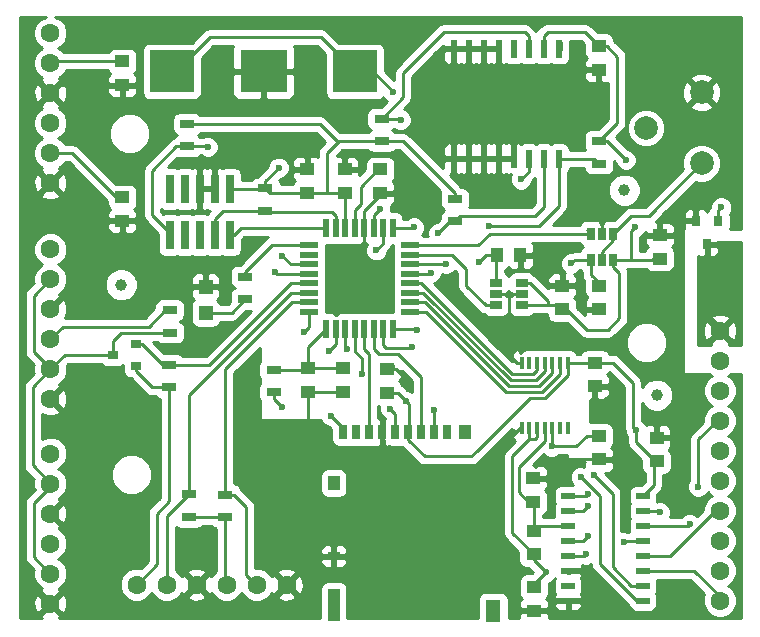
<source format=gbr>
G04 #@! TF.FileFunction,Copper,L1,Top,Signal*
%FSLAX46Y46*%
G04 Gerber Fmt 4.6, Leading zero omitted, Abs format (unit mm)*
G04 Created by KiCad (PCBNEW 4.0.2-stable) date 3/8/2017 2:36:32 PM*
%MOMM*%
G01*
G04 APERTURE LIST*
%ADD10C,0.100000*%
%ADD11R,3.750000X3.600000*%
%ADD12R,4.000000X3.600000*%
%ADD13R,0.650000X1.060000*%
%ADD14C,1.600000*%
%ADD15R,1.250000X1.000000*%
%ADD16R,1.000000X1.250000*%
%ADD17R,0.740000X2.400000*%
%ADD18R,1.300000X0.700000*%
%ADD19R,0.800000X0.900000*%
%ADD20R,0.900000X0.800000*%
%ADD21R,1.600000X0.550000*%
%ADD22R,0.550000X1.600000*%
%ADD23R,1.060000X0.650000*%
%ADD24R,1.143000X0.508000*%
%ADD25R,0.400000X1.050000*%
%ADD26C,1.000000*%
%ADD27C,2.000000*%
%ADD28R,0.600000X1.500000*%
%ADD29R,0.700024X1.200150*%
%ADD30R,0.999998X0.800354*%
%ADD31R,0.999998X1.200150*%
%ADD32R,0.999998X2.800350*%
%ADD33R,1.299972X1.900174*%
%ADD34R,1.200000X1.200000*%
%ADD35C,0.600000*%
%ADD36C,0.250000*%
%ADD37C,0.254000*%
G04 APERTURE END LIST*
D10*
D11*
X42800000Y-38350000D03*
D12*
X35050000Y-38350000D03*
D11*
X27300000Y-38350000D03*
D13*
X64650000Y-52100000D03*
X63700000Y-52100000D03*
X62750000Y-52100000D03*
X62750000Y-54300000D03*
X64650000Y-54300000D03*
X63700000Y-54300000D03*
D14*
X37000000Y-81800000D03*
X34460000Y-81800000D03*
X31920000Y-81800000D03*
X29380000Y-81800000D03*
X26840000Y-81800000D03*
X24300000Y-81800000D03*
D15*
X44950000Y-46650000D03*
X44950000Y-48650000D03*
X41910000Y-46625000D03*
X41910000Y-48625000D03*
X38735000Y-48625000D03*
X38735000Y-46625000D03*
X41800000Y-65500000D03*
X41800000Y-63500000D03*
X38800000Y-65500000D03*
X38800000Y-63500000D03*
X63450000Y-36200000D03*
X63450000Y-38200000D03*
X63490000Y-56500000D03*
X63490000Y-58500000D03*
X60350000Y-58500000D03*
X60350000Y-56500000D03*
D16*
X54800000Y-53900000D03*
X56800000Y-53900000D03*
D15*
X68326000Y-71358000D03*
X68326000Y-69358000D03*
X57912000Y-77232000D03*
X57912000Y-79232000D03*
X63450000Y-69200000D03*
X63450000Y-71200000D03*
X63100000Y-63000000D03*
X63100000Y-65000000D03*
D17*
X32200000Y-48300000D03*
X30930000Y-48300000D03*
X29660000Y-48300000D03*
X28390000Y-48300000D03*
X27120000Y-48300000D03*
X27120000Y-52200000D03*
X28390000Y-52200000D03*
X29660000Y-52200000D03*
X30930000Y-52200000D03*
X32200000Y-52200000D03*
D14*
X17000000Y-47800000D03*
X17000000Y-45260000D03*
X17000000Y-42720000D03*
X17000000Y-40180000D03*
X17000000Y-37640000D03*
X17000000Y-35100000D03*
X17000000Y-66100000D03*
X17000000Y-63560000D03*
X17000000Y-61020000D03*
X17000000Y-58480000D03*
X17000000Y-55940000D03*
X17000000Y-53400000D03*
X17000000Y-83400000D03*
X17000000Y-80860000D03*
X17000000Y-78320000D03*
X17000000Y-75780000D03*
X17000000Y-73240000D03*
X17000000Y-70700000D03*
X73700000Y-78080000D03*
X73700000Y-80620000D03*
X73700000Y-83160000D03*
X73700000Y-60300000D03*
X73700000Y-62840000D03*
X73700000Y-65380000D03*
X73700000Y-67920000D03*
X73700000Y-70460000D03*
X73700000Y-73000000D03*
X73700000Y-75540000D03*
D18*
X35900000Y-63600000D03*
X35900000Y-65500000D03*
D19*
X73550000Y-51000000D03*
X71650000Y-51000000D03*
X72600000Y-53000000D03*
D20*
X24270000Y-63300000D03*
X24270000Y-61400000D03*
X22270000Y-62350000D03*
D18*
X28600000Y-42800000D03*
X28600000Y-44700000D03*
X35200000Y-48250000D03*
X35200000Y-50150000D03*
X27110000Y-58570000D03*
X27110000Y-60470000D03*
X27050000Y-65100000D03*
X27050000Y-63200000D03*
X28700000Y-76070000D03*
X28700000Y-74170000D03*
X31820000Y-76090000D03*
X31820000Y-74190000D03*
D21*
X38930000Y-53080000D03*
X38930000Y-53880000D03*
X38930000Y-54680000D03*
X38930000Y-55480000D03*
X38930000Y-56280000D03*
X38930000Y-57080000D03*
X38930000Y-57880000D03*
X38930000Y-58680000D03*
D22*
X40380000Y-60130000D03*
X41180000Y-60130000D03*
X41980000Y-60130000D03*
X42780000Y-60130000D03*
X43580000Y-60130000D03*
X44380000Y-60130000D03*
X45180000Y-60130000D03*
X45980000Y-60130000D03*
D21*
X47430000Y-58680000D03*
X47430000Y-57880000D03*
X47430000Y-57080000D03*
X47430000Y-56280000D03*
X47430000Y-55480000D03*
X47430000Y-54680000D03*
X47430000Y-53880000D03*
X47430000Y-53080000D03*
D22*
X45980000Y-51630000D03*
X45180000Y-51630000D03*
X44380000Y-51630000D03*
X43580000Y-51630000D03*
X42780000Y-51630000D03*
X41980000Y-51630000D03*
X41180000Y-51630000D03*
X40380000Y-51630000D03*
D23*
X54700000Y-56250000D03*
X54700000Y-57200000D03*
X54700000Y-58150000D03*
X56900000Y-58150000D03*
X56900000Y-56250000D03*
X56900000Y-57200000D03*
D24*
X67183000Y-74295000D03*
X67183000Y-76835000D03*
X67183000Y-78105000D03*
X67183000Y-79375000D03*
X67183000Y-80645000D03*
X67183000Y-81915000D03*
X67183000Y-83185000D03*
X60833000Y-83185000D03*
X60833000Y-81915000D03*
X60833000Y-80645000D03*
X60833000Y-79375000D03*
X60833000Y-78105000D03*
X60833000Y-76835000D03*
X60833000Y-75565000D03*
X60833000Y-74295000D03*
X67183000Y-75565000D03*
D25*
X56896000Y-63030000D03*
X57546000Y-63030000D03*
X58196000Y-63030000D03*
X58846000Y-63030000D03*
X59496000Y-63030000D03*
X60146000Y-63030000D03*
X60796000Y-63030000D03*
X60796000Y-68580000D03*
X60146000Y-68580000D03*
X59496000Y-68580000D03*
X58846000Y-68580000D03*
X58196000Y-68580000D03*
X57546000Y-68580000D03*
X56896000Y-68580000D03*
D15*
X68600000Y-54200000D03*
X68600000Y-52200000D03*
D26*
X68350000Y-65750000D03*
X65600000Y-48400000D03*
X23000000Y-56400000D03*
D15*
X45500000Y-63550000D03*
X45500000Y-65550000D03*
D27*
X72136000Y-46132000D03*
X67436000Y-43132000D03*
X72136000Y-40132000D03*
D18*
X63450000Y-44250000D03*
X63450000Y-46150000D03*
X51250000Y-49150000D03*
X51250000Y-51050000D03*
X45050000Y-44250000D03*
X45050000Y-42350000D03*
D28*
X60045000Y-36450000D03*
X58775000Y-36450000D03*
X57505000Y-36450000D03*
X56235000Y-36450000D03*
X54965000Y-36450000D03*
X53695000Y-36450000D03*
X52425000Y-36450000D03*
X51155000Y-36450000D03*
X51155000Y-45750000D03*
X52425000Y-45750000D03*
X53695000Y-45750000D03*
X54965000Y-45750000D03*
X56235000Y-45750000D03*
X57505000Y-45750000D03*
X58775000Y-45750000D03*
X60045000Y-45750000D03*
D29*
X50599746Y-68899925D03*
X49499926Y-68899925D03*
X48399852Y-68899925D03*
X47299778Y-68899925D03*
X46199704Y-68899925D03*
X45099884Y-68899925D03*
X43999810Y-68899925D03*
X42899736Y-68899925D03*
X41799662Y-68899925D03*
D30*
X40999816Y-79399904D03*
D31*
X40999816Y-73199764D03*
D32*
X41000070Y-83549756D03*
D33*
X54499916Y-84000225D03*
D31*
X52149654Y-68899798D03*
D15*
X23100000Y-49000000D03*
X23100000Y-51000000D03*
X23100000Y-37500000D03*
X23100000Y-39500000D03*
X57900000Y-74800000D03*
X57900000Y-72800000D03*
X57950000Y-82000000D03*
X57950000Y-84000000D03*
D34*
X30150000Y-58800000D03*
X30150000Y-56600000D03*
D18*
X33500000Y-55725000D03*
X33500000Y-57625000D03*
D35*
X56850000Y-47500000D03*
X46000000Y-40050000D03*
X60150000Y-71250000D03*
X54600000Y-71250000D03*
X58750000Y-53700000D03*
X39850000Y-44250000D03*
X40600000Y-62000000D03*
X43600000Y-54500000D03*
X63100000Y-66750000D03*
X51650000Y-47650000D03*
X47250000Y-64550000D03*
X36350000Y-46500000D03*
X65750000Y-45850000D03*
X66500000Y-51550000D03*
X36600000Y-66800000D03*
X66600000Y-68750000D03*
X59436000Y-70104000D03*
X53300000Y-54500000D03*
X47100000Y-66250000D03*
X61100000Y-54600000D03*
X44600000Y-53500000D03*
X30350000Y-44750000D03*
X43350000Y-63950000D03*
X45750000Y-66900000D03*
X42150000Y-61850000D03*
X49500000Y-67050000D03*
X40750000Y-67500000D03*
X38500000Y-60450000D03*
X36050000Y-55350000D03*
X36650000Y-53950000D03*
X71120000Y-76708000D03*
X68580000Y-75692000D03*
X62484000Y-74168000D03*
X62350000Y-79250000D03*
X71850000Y-73500000D03*
X62484000Y-75184000D03*
X62484000Y-77724000D03*
X47800000Y-51550000D03*
X73800000Y-49850000D03*
X48050000Y-60250000D03*
X63000000Y-72500000D03*
X61900000Y-72700000D03*
X47650000Y-61650000D03*
X49200000Y-55400000D03*
X49850000Y-52050000D03*
X54150000Y-51400000D03*
X50500000Y-54650000D03*
X44900000Y-50000000D03*
X46650000Y-42450000D03*
X65532000Y-78232000D03*
X58928000Y-80772000D03*
D36*
X42800000Y-38350000D02*
X44300000Y-38350000D01*
X44300000Y-38350000D02*
X46000000Y-40050000D01*
X57505000Y-46845000D02*
X57505000Y-45750000D01*
X56850000Y-47500000D02*
X57505000Y-46845000D01*
X27300000Y-38350000D02*
X27600000Y-38350000D01*
X27600000Y-38350000D02*
X30500000Y-35450000D01*
X30500000Y-35450000D02*
X39900000Y-35450000D01*
X39900000Y-35450000D02*
X42800000Y-38350000D01*
X44100000Y-39650000D02*
X42800000Y-38350000D01*
X23100000Y-51000000D02*
X20200000Y-51000000D01*
X20200000Y-51000000D02*
X17000000Y-47800000D01*
X23100000Y-39500000D02*
X17680000Y-39500000D01*
X17680000Y-39500000D02*
X17000000Y-40180000D01*
X57950000Y-84000000D02*
X57650000Y-84000000D01*
X60833000Y-80645000D02*
X61985000Y-80645000D01*
X61985000Y-80645000D02*
X62000000Y-80660000D01*
X57950000Y-84000000D02*
X58280000Y-84000000D01*
X63450000Y-71200000D02*
X60200000Y-71200000D01*
X60200000Y-71200000D02*
X60150000Y-71250000D01*
X38800000Y-65500000D02*
X38800000Y-68800000D01*
X38800000Y-68800000D02*
X38600000Y-69000000D01*
X38800000Y-65500000D02*
X41800000Y-65500000D01*
X45500000Y-63550000D02*
X46250000Y-63550000D01*
X46250000Y-63550000D02*
X46350000Y-63650000D01*
X46350000Y-63650000D02*
X46350000Y-63750000D01*
X46350000Y-63750000D02*
X46350000Y-63650000D01*
X56896000Y-68580000D02*
X56770000Y-68580000D01*
X56770000Y-68580000D02*
X54600000Y-70750000D01*
X54600000Y-70750000D02*
X54600000Y-71250000D01*
X58550000Y-53900000D02*
X58750000Y-53700000D01*
X56800000Y-53900000D02*
X58550000Y-53900000D01*
X38735000Y-45365000D02*
X39850000Y-44250000D01*
X38735000Y-46625000D02*
X38735000Y-45365000D01*
X41180000Y-60130000D02*
X41180000Y-61420000D01*
X41180000Y-61420000D02*
X40600000Y-62000000D01*
X43580000Y-54480000D02*
X43600000Y-54500000D01*
X43580000Y-53470000D02*
X43580000Y-51630000D01*
X43580000Y-53470000D02*
X43580000Y-54480000D01*
X63100000Y-65000000D02*
X63100000Y-66750000D01*
X56896000Y-63030000D02*
X56530000Y-63030000D01*
X55800000Y-59400000D02*
X55800000Y-57200000D01*
X55800000Y-62300000D02*
X55800000Y-59400000D01*
X56530000Y-63030000D02*
X55800000Y-62300000D01*
X63700000Y-52100000D02*
X63700000Y-50850000D01*
X63700000Y-50850000D02*
X63800000Y-50750000D01*
X51155000Y-45750000D02*
X51155000Y-47155000D01*
X51155000Y-47155000D02*
X51650000Y-47650000D01*
X44950000Y-48650000D02*
X44950000Y-48800000D01*
X44950000Y-48800000D02*
X43580000Y-50170000D01*
X43580000Y-50170000D02*
X43580000Y-51630000D01*
X71650000Y-51000000D02*
X71650000Y-49950000D01*
X74100000Y-42096000D02*
X72136000Y-40132000D01*
X74100000Y-47500000D02*
X74100000Y-42096000D01*
X71650000Y-49950000D02*
X74100000Y-47500000D01*
X46250000Y-63550000D02*
X46350000Y-63650000D01*
X46350000Y-63650000D02*
X47250000Y-64550000D01*
X54700000Y-57200000D02*
X55800000Y-57200000D01*
X55800000Y-57200000D02*
X56900000Y-57200000D01*
X56896000Y-68580000D02*
X56896000Y-68704000D01*
X45500000Y-63550000D02*
X45900000Y-63550000D01*
X45500000Y-63550000D02*
X45500000Y-63150000D01*
X45982000Y-63520000D02*
X45982000Y-63232000D01*
X68072000Y-69612000D02*
X68072000Y-69072000D01*
X60833000Y-80645000D02*
X61341000Y-80645000D01*
X22850000Y-51000000D02*
X23100000Y-51000000D01*
X35200000Y-48250000D02*
X35200000Y-47650000D01*
X35200000Y-47650000D02*
X36350000Y-46500000D01*
X56900000Y-56250000D02*
X57600000Y-56250000D01*
X59100000Y-57750000D02*
X59100000Y-58150000D01*
X57600000Y-56250000D02*
X59100000Y-57750000D01*
X41250000Y-44250000D02*
X41400000Y-44250000D01*
X39800000Y-42800000D02*
X41250000Y-44250000D01*
X28600000Y-42800000D02*
X39800000Y-42800000D01*
X40400000Y-45250000D02*
X40400000Y-48625000D01*
X45050000Y-44250000D02*
X41400000Y-44250000D01*
X41400000Y-44250000D02*
X40400000Y-45250000D01*
X56900000Y-56250000D02*
X57350000Y-56250000D01*
X59250000Y-58150000D02*
X59100000Y-58150000D01*
X59750000Y-58150000D02*
X59250000Y-58150000D01*
X59100000Y-58150000D02*
X56900000Y-58150000D01*
X64650000Y-54300000D02*
X64650000Y-54870000D01*
X64650000Y-54870000D02*
X65170000Y-55390000D01*
X32200000Y-48300000D02*
X35150000Y-48300000D01*
X35150000Y-48300000D02*
X35200000Y-48250000D01*
X38735000Y-48625000D02*
X35575000Y-48625000D01*
X35575000Y-48625000D02*
X35200000Y-48250000D01*
X51250000Y-49150000D02*
X51250000Y-48650000D01*
X46850000Y-44250000D02*
X45050000Y-44250000D01*
X51250000Y-48650000D02*
X46850000Y-44250000D01*
X63450000Y-44250000D02*
X64150000Y-44250000D01*
X64150000Y-44250000D02*
X65750000Y-45850000D01*
X63450000Y-36200000D02*
X64100000Y-36200000D01*
X65000000Y-42700000D02*
X63450000Y-44250000D01*
X65000000Y-37100000D02*
X65000000Y-42700000D01*
X64100000Y-36200000D02*
X65000000Y-37100000D01*
X58775000Y-36450000D02*
X58775000Y-35325000D01*
X62250000Y-35000000D02*
X63450000Y-36200000D01*
X59100000Y-35000000D02*
X62250000Y-35000000D01*
X58775000Y-35325000D02*
X59100000Y-35000000D01*
X67650000Y-54300000D02*
X68500000Y-54300000D01*
X68500000Y-54300000D02*
X68600000Y-54200000D01*
X66150000Y-54300000D02*
X66150000Y-51900000D01*
X66150000Y-51900000D02*
X66500000Y-51550000D01*
X35900000Y-65500000D02*
X35900000Y-66100000D01*
X35900000Y-66100000D02*
X36600000Y-66800000D01*
X67900000Y-54300000D02*
X67650000Y-54300000D01*
X67650000Y-54300000D02*
X67200000Y-54300000D01*
X67200000Y-54300000D02*
X66150000Y-54300000D01*
X66150000Y-54300000D02*
X64650000Y-54300000D01*
X67900000Y-54300000D02*
X68000000Y-54200000D01*
X56900000Y-56250000D02*
X56750000Y-56250000D01*
X35416000Y-65466000D02*
X35692000Y-65466000D01*
X41980000Y-51630000D02*
X41980000Y-48695000D01*
X41980000Y-48695000D02*
X41910000Y-48625000D01*
X38735000Y-48625000D02*
X40400000Y-48625000D01*
X40400000Y-48625000D02*
X41910000Y-48625000D01*
X65170000Y-55390000D02*
X65170000Y-59260000D01*
X65170000Y-59260000D02*
X64220000Y-60210000D01*
X64220000Y-60210000D02*
X62410000Y-60210000D01*
X60350000Y-58500000D02*
X60100000Y-58500000D01*
X60100000Y-58500000D02*
X59750000Y-58150000D01*
X62410000Y-60210000D02*
X60400000Y-58200000D01*
X60350000Y-58150000D02*
X60400000Y-58200000D01*
X63100000Y-63000000D02*
X64600000Y-63000000D01*
X66600000Y-69750000D02*
X66600000Y-68750000D01*
X66600000Y-69750000D02*
X68208000Y-71358000D01*
X66350000Y-68500000D02*
X66600000Y-68750000D01*
X66350000Y-64750000D02*
X66350000Y-68500000D01*
X64600000Y-63000000D02*
X66350000Y-64750000D01*
X68326000Y-71358000D02*
X68208000Y-71358000D01*
X68326000Y-71358000D02*
X67958000Y-71358000D01*
X59436000Y-70104000D02*
X61496000Y-70104000D01*
X59496000Y-68580000D02*
X59496000Y-70044000D01*
X59436000Y-70104000D02*
X59496000Y-70044000D01*
X62400000Y-69200000D02*
X63450000Y-69200000D01*
X61496000Y-70104000D02*
X62400000Y-69200000D01*
X53900000Y-53900000D02*
X53300000Y-54500000D01*
X54800000Y-53900000D02*
X53900000Y-53900000D01*
X54700000Y-54000000D02*
X54800000Y-53900000D01*
X54700000Y-56250000D02*
X54700000Y-54000000D01*
X17150000Y-35250000D02*
X17000000Y-35100000D01*
X27050000Y-65100000D02*
X27050000Y-74760000D01*
X26010000Y-80090000D02*
X24300000Y-81800000D01*
X26010000Y-75800000D02*
X26010000Y-80090000D01*
X27050000Y-74760000D02*
X26010000Y-75800000D01*
X31820000Y-76090000D02*
X28720000Y-76090000D01*
X28720000Y-76090000D02*
X28700000Y-76070000D01*
X31820000Y-76090000D02*
X31820000Y-81700000D01*
X31820000Y-81700000D02*
X31920000Y-81800000D01*
X31920000Y-76190000D02*
X31820000Y-76090000D01*
X24270000Y-63300000D02*
X24270000Y-63730000D01*
X25640000Y-65100000D02*
X27050000Y-65100000D01*
X24270000Y-63730000D02*
X25640000Y-65100000D01*
X47299778Y-68899925D02*
X47299778Y-69549778D01*
X60796000Y-64054000D02*
X58850000Y-66000000D01*
X58850000Y-66000000D02*
X57600000Y-66000000D01*
X57600000Y-66000000D02*
X53100000Y-70500000D01*
X60796000Y-64054000D02*
X60796000Y-63030000D01*
X52650000Y-70950000D02*
X53100000Y-70500000D01*
X48700000Y-70950000D02*
X52650000Y-70950000D01*
X47299778Y-69549778D02*
X48700000Y-70950000D01*
X54650000Y-56300000D02*
X54700000Y-56250000D01*
X54650000Y-56300000D02*
X54700000Y-56250000D01*
X63100000Y-63000000D02*
X63350000Y-63000000D01*
X68326000Y-71358000D02*
X68326000Y-71226000D01*
X47100000Y-66250000D02*
X47350000Y-66500000D01*
X46400000Y-65550000D02*
X47100000Y-66250000D01*
X45500000Y-65550000D02*
X46400000Y-65550000D01*
X47350000Y-66500000D02*
X47350000Y-68849703D01*
X47350000Y-68849703D02*
X47299778Y-68899925D01*
X45660000Y-65715000D02*
X45855000Y-65520000D01*
X68072000Y-71612000D02*
X68072000Y-73406000D01*
X68072000Y-73406000D02*
X67183000Y-74295000D01*
X62738000Y-63008000D02*
X60818000Y-63008000D01*
X60818000Y-63008000D02*
X60796000Y-63030000D01*
X60818000Y-63008000D02*
X60796000Y-63030000D01*
X60818000Y-63008000D02*
X60796000Y-63030000D01*
X27110000Y-58570000D02*
X26730000Y-58570000D01*
X26730000Y-58570000D02*
X25325000Y-59975000D01*
X25325000Y-59975000D02*
X18045000Y-59975000D01*
X18045000Y-59975000D02*
X17000000Y-61020000D01*
X61100000Y-54600000D02*
X61400000Y-54300000D01*
X62750000Y-54300000D02*
X61400000Y-54300000D01*
X62750000Y-54300000D02*
X62750000Y-55550000D01*
X62750000Y-55550000D02*
X63500000Y-56300000D01*
X72136000Y-46132000D02*
X72118000Y-46132000D01*
X72118000Y-46132000D02*
X67700000Y-50550000D01*
X67700000Y-50550000D02*
X66200000Y-50550000D01*
X66200000Y-50550000D02*
X64650000Y-52100000D01*
X64650000Y-52100000D02*
X64650000Y-52650000D01*
X63700000Y-53600000D02*
X63700000Y-54300000D01*
X64650000Y-52650000D02*
X63700000Y-53600000D01*
X28600000Y-44700000D02*
X30300000Y-44700000D01*
X45180000Y-52920000D02*
X45180000Y-51630000D01*
X44600000Y-53500000D02*
X45180000Y-52920000D01*
X30300000Y-44700000D02*
X30350000Y-44750000D01*
X27120000Y-52200000D02*
X27120000Y-52020000D01*
X27120000Y-52020000D02*
X25600000Y-50500000D01*
X27650000Y-44700000D02*
X28600000Y-44700000D01*
X25600000Y-46750000D02*
X27650000Y-44700000D01*
X25600000Y-50500000D02*
X25600000Y-46750000D01*
X27120000Y-52200000D02*
X27120000Y-52010000D01*
X27120000Y-52200000D02*
X27120000Y-51950000D01*
X30930000Y-52200000D02*
X30930000Y-50820000D01*
X31600000Y-50150000D02*
X35200000Y-50150000D01*
X30930000Y-50820000D02*
X31600000Y-50150000D01*
X35450000Y-50250000D02*
X40850000Y-50250000D01*
X40850000Y-50250000D02*
X41180000Y-50580000D01*
X35400000Y-50300000D02*
X35450000Y-50250000D01*
X41180000Y-50580000D02*
X41180000Y-51630000D01*
X32200000Y-52200000D02*
X32550000Y-52200000D01*
X32550000Y-52200000D02*
X33120000Y-51630000D01*
X33120000Y-51630000D02*
X40380000Y-51630000D01*
X43999810Y-68899925D02*
X43999810Y-62249810D01*
X43580000Y-61830000D02*
X43580000Y-60130000D01*
X43999810Y-62249810D02*
X43580000Y-61830000D01*
X46199704Y-68899925D02*
X46199704Y-67349704D01*
X42780000Y-62080000D02*
X42780000Y-60130000D01*
X43350000Y-62650000D02*
X42780000Y-62080000D01*
X43350000Y-63950000D02*
X43350000Y-62650000D01*
X46199704Y-67349704D02*
X45750000Y-66900000D01*
X42800000Y-60150000D02*
X42780000Y-60130000D01*
X48399852Y-68899925D02*
X48399852Y-64249852D01*
X44380000Y-61830000D02*
X44380000Y-60130000D01*
X44850000Y-62300000D02*
X44380000Y-61830000D01*
X46450000Y-62300000D02*
X44850000Y-62300000D01*
X48399852Y-64249852D02*
X46450000Y-62300000D01*
X49499926Y-68899925D02*
X49499926Y-67050074D01*
X41980000Y-61680000D02*
X41980000Y-60130000D01*
X42150000Y-61850000D02*
X41980000Y-61680000D01*
X49499926Y-67050074D02*
X49500000Y-67050000D01*
X41799662Y-68899925D02*
X41799662Y-68549662D01*
X41799662Y-68549662D02*
X40750000Y-67500000D01*
X38500000Y-60450000D02*
X38930000Y-60020000D01*
X38930000Y-60020000D02*
X38930000Y-58680000D01*
X38930000Y-58680000D02*
X38320000Y-58680000D01*
X23100000Y-49000000D02*
X22600000Y-49000000D01*
X22600000Y-49000000D02*
X18860000Y-45260000D01*
X18860000Y-45260000D02*
X17000000Y-45260000D01*
X23100000Y-49000000D02*
X23100000Y-48820000D01*
X17000000Y-45260000D02*
X17110000Y-45260000D01*
X36180000Y-55480000D02*
X38930000Y-55480000D01*
X36050000Y-55350000D02*
X36180000Y-55480000D01*
X23100000Y-37500000D02*
X17140000Y-37500000D01*
X17140000Y-37500000D02*
X17000000Y-37640000D01*
X22710000Y-37640000D02*
X23100000Y-37250000D01*
X37380000Y-54680000D02*
X38930000Y-54680000D01*
X36650000Y-53950000D02*
X37380000Y-54680000D01*
X70993000Y-76835000D02*
X71120000Y-76708000D01*
X67183000Y-76835000D02*
X70993000Y-76835000D01*
X67183000Y-75565000D02*
X68453000Y-75565000D01*
X68453000Y-75565000D02*
X68580000Y-75692000D01*
X67183000Y-80645000D02*
X71501000Y-80645000D01*
X71501000Y-80645000D02*
X73660000Y-82804000D01*
X72600000Y-53000000D02*
X72600000Y-58884000D01*
X72600000Y-58884000D02*
X73660000Y-59944000D01*
X60833000Y-74295000D02*
X62357000Y-74295000D01*
X62357000Y-74295000D02*
X62484000Y-74168000D01*
X62225000Y-79375000D02*
X60833000Y-79375000D01*
X62225000Y-79375000D02*
X62350000Y-79250000D01*
X73660000Y-67564000D02*
X73660000Y-67690000D01*
X73660000Y-67690000D02*
X71850000Y-69500000D01*
X71850000Y-69500000D02*
X71850000Y-73500000D01*
X60833000Y-75565000D02*
X62103000Y-75565000D01*
X62103000Y-75565000D02*
X62484000Y-75184000D01*
X60833000Y-78105000D02*
X62103000Y-78105000D01*
X62103000Y-78105000D02*
X62484000Y-77724000D01*
X67183000Y-79375000D02*
X69469000Y-79375000D01*
X69469000Y-79375000D02*
X73660000Y-75184000D01*
X67310000Y-79248000D02*
X67183000Y-79375000D01*
X73550000Y-51000000D02*
X73550000Y-50100000D01*
X47720000Y-51630000D02*
X45980000Y-51630000D01*
X47800000Y-51550000D02*
X47720000Y-51630000D01*
X73550000Y-50100000D02*
X73800000Y-49850000D01*
X73550000Y-51000000D02*
X73550000Y-50750000D01*
X24270000Y-61400000D02*
X24750000Y-61400000D01*
X24750000Y-61400000D02*
X26550000Y-63200000D01*
X26550000Y-63200000D02*
X27050000Y-63200000D01*
X38930000Y-56280000D02*
X37390000Y-56280000D01*
X30470000Y-63200000D02*
X27050000Y-63200000D01*
X37390000Y-56280000D02*
X30470000Y-63200000D01*
X28700000Y-74170000D02*
X28700000Y-65770000D01*
X29230000Y-65240000D02*
X37390000Y-57080000D01*
X37390000Y-57080000D02*
X38930000Y-57080000D01*
X28700000Y-65770000D02*
X29230000Y-65240000D01*
X26840000Y-81800000D02*
X26840000Y-76030000D01*
X26840000Y-76030000D02*
X28700000Y-74170000D01*
X34460000Y-81800000D02*
X34400000Y-81800000D01*
X34400000Y-81800000D02*
X33600000Y-81000000D01*
X33600000Y-81000000D02*
X33600000Y-75250000D01*
X33600000Y-75250000D02*
X32540000Y-74190000D01*
X32540000Y-74190000D02*
X31820000Y-74190000D01*
X31820000Y-74190000D02*
X31820000Y-63560000D01*
X37500000Y-57880000D02*
X38930000Y-57880000D01*
X31820000Y-63560000D02*
X37500000Y-57880000D01*
X31820000Y-74190000D02*
X32340000Y-74190000D01*
X47430000Y-57080000D02*
X48543602Y-57080000D01*
X48543602Y-57080000D02*
X55963602Y-64500000D01*
X55963602Y-64500000D02*
X58100000Y-64500000D01*
X58100000Y-64500000D02*
X58846000Y-63754000D01*
X58846000Y-63754000D02*
X58846000Y-63030000D01*
X47430000Y-58680000D02*
X48780000Y-58680000D01*
X60146000Y-63954000D02*
X60146000Y-63030000D01*
X58600000Y-65500000D02*
X60146000Y-63954000D01*
X55600000Y-65500000D02*
X58600000Y-65500000D01*
X48780000Y-58680000D02*
X55600000Y-65500000D01*
X58196000Y-63030000D02*
X58196000Y-63654000D01*
X58196000Y-63654000D02*
X57850000Y-64000000D01*
X57850000Y-64000000D02*
X56100000Y-64000000D01*
X56100000Y-64000000D02*
X48380000Y-56280000D01*
X48380000Y-56280000D02*
X47430000Y-56280000D01*
X59496000Y-63030000D02*
X59496000Y-63854000D01*
X48707204Y-57880000D02*
X47430000Y-57880000D01*
X55827204Y-65000000D02*
X48707204Y-57880000D01*
X58350000Y-65000000D02*
X55827204Y-65000000D01*
X59496000Y-63854000D02*
X58350000Y-65000000D01*
X47462000Y-57912000D02*
X47430000Y-57880000D01*
X67183000Y-81915000D02*
X66165000Y-81915000D01*
X47930000Y-60130000D02*
X45980000Y-60130000D01*
X48050000Y-60250000D02*
X47930000Y-60130000D01*
X64600000Y-74100000D02*
X63000000Y-72500000D01*
X64600000Y-80350000D02*
X64600000Y-74100000D01*
X66165000Y-81915000D02*
X64600000Y-80350000D01*
X67183000Y-81915000D02*
X66715000Y-81915000D01*
X67183000Y-83185000D02*
X66635000Y-83185000D01*
X66635000Y-83185000D02*
X63500000Y-80050000D01*
X63500000Y-80050000D02*
X63500000Y-74300000D01*
X63500000Y-74300000D02*
X61900000Y-72700000D01*
X47650000Y-61650000D02*
X47550000Y-61750000D01*
X47550000Y-61750000D02*
X45450000Y-61750000D01*
X45450000Y-61750000D02*
X45180000Y-61480000D01*
X45180000Y-61480000D02*
X45180000Y-60130000D01*
X45200000Y-60110000D02*
X45180000Y-60130000D01*
X54700000Y-58150000D02*
X53850000Y-58150000D01*
X50980000Y-53880000D02*
X47430000Y-53880000D01*
X52200000Y-55100000D02*
X50980000Y-53880000D01*
X52200000Y-56500000D02*
X52200000Y-55100000D01*
X53850000Y-58150000D02*
X52200000Y-56500000D01*
X54650000Y-58100000D02*
X54700000Y-58150000D01*
X47430000Y-53080000D02*
X53220000Y-53080000D01*
X54200000Y-52100000D02*
X62750000Y-52100000D01*
X53220000Y-53080000D02*
X54200000Y-52100000D01*
X62466000Y-51816000D02*
X62750000Y-52100000D01*
X51250000Y-51050000D02*
X50850000Y-51050000D01*
X50850000Y-51050000D02*
X49850000Y-52050000D01*
X49120000Y-55480000D02*
X47430000Y-55480000D01*
X49200000Y-55400000D02*
X49120000Y-55480000D01*
X58775000Y-45750000D02*
X58775000Y-49825000D01*
X51700000Y-50600000D02*
X51250000Y-51050000D01*
X58000000Y-50600000D02*
X51700000Y-50600000D01*
X58775000Y-49825000D02*
X58000000Y-50600000D01*
X47430000Y-54680000D02*
X50470000Y-54680000D01*
X60045000Y-49755000D02*
X60045000Y-45750000D01*
X58400000Y-51400000D02*
X60045000Y-49755000D01*
X54150000Y-51400000D02*
X58400000Y-51400000D01*
X50470000Y-54680000D02*
X50500000Y-54650000D01*
X60045000Y-45750000D02*
X63050000Y-45750000D01*
X63050000Y-45750000D02*
X63450000Y-46150000D01*
X45050000Y-42350000D02*
X46550000Y-42350000D01*
X44380000Y-50520000D02*
X44380000Y-51630000D01*
X44900000Y-50000000D02*
X44380000Y-50520000D01*
X46550000Y-42350000D02*
X46650000Y-42450000D01*
X57505000Y-36450000D02*
X57505000Y-35355000D01*
X46850000Y-40550000D02*
X45050000Y-42350000D01*
X46850000Y-38500000D02*
X46850000Y-40550000D01*
X50300000Y-35050000D02*
X46850000Y-38500000D01*
X57200000Y-35050000D02*
X50300000Y-35050000D01*
X57505000Y-35355000D02*
X57200000Y-35050000D01*
X38898000Y-53848000D02*
X38930000Y-53880000D01*
X44950000Y-46650000D02*
X44750000Y-46650000D01*
X44750000Y-46650000D02*
X43300000Y-48100000D01*
X43300000Y-48100000D02*
X43300000Y-49550000D01*
X43300000Y-49550000D02*
X42780000Y-50070000D01*
X42780000Y-50070000D02*
X42780000Y-51630000D01*
X35900000Y-63600000D02*
X38700000Y-63600000D01*
X38700000Y-63600000D02*
X38800000Y-63500000D01*
X38750000Y-63550000D02*
X38800000Y-63500000D01*
X38800000Y-63500000D02*
X38800000Y-61710000D01*
X38800000Y-61710000D02*
X40380000Y-60130000D01*
X38800000Y-63500000D02*
X41800000Y-63500000D01*
X38750000Y-63550000D02*
X38800000Y-63500000D01*
X39182000Y-63566000D02*
X39232000Y-63516000D01*
X58846000Y-68580000D02*
X58846000Y-69654000D01*
X56650000Y-74000000D02*
X57450000Y-74800000D01*
X56650000Y-71850000D02*
X56650000Y-74000000D01*
X58846000Y-69654000D02*
X56650000Y-71850000D01*
X57450000Y-74800000D02*
X57900000Y-74800000D01*
X57912000Y-77232000D02*
X57912000Y-74812000D01*
X57912000Y-74812000D02*
X57900000Y-74800000D01*
X57912000Y-77232000D02*
X57912000Y-77112000D01*
X60833000Y-76835000D02*
X58277000Y-76835000D01*
X58277000Y-76835000D02*
X57912000Y-77200000D01*
X57912000Y-79232000D02*
X57912000Y-79212000D01*
X57912000Y-79212000D02*
X56100000Y-77400000D01*
X56100000Y-70900000D02*
X57546000Y-69454000D01*
X56100000Y-77400000D02*
X56100000Y-70900000D01*
X57912000Y-79232000D02*
X57832000Y-79232000D01*
X57950000Y-82000000D02*
X57950000Y-81750000D01*
X57950000Y-81750000D02*
X58928000Y-80772000D01*
X57546000Y-69454000D02*
X58046000Y-69454000D01*
X58196000Y-69304000D02*
X58196000Y-68580000D01*
X58046000Y-69454000D02*
X58196000Y-69304000D01*
X57546000Y-69454000D02*
X57546000Y-68580000D01*
X67183000Y-78105000D02*
X65659000Y-78105000D01*
X65659000Y-78105000D02*
X65532000Y-78232000D01*
X58928000Y-80772000D02*
X57912000Y-79756000D01*
X57912000Y-79756000D02*
X57912000Y-79232000D01*
X27110000Y-60470000D02*
X23000000Y-60470000D01*
X22270000Y-61200000D02*
X22270000Y-62350000D01*
X23000000Y-60470000D02*
X22270000Y-61200000D01*
X22270000Y-62350000D02*
X18210000Y-62350000D01*
X18210000Y-62350000D02*
X17000000Y-63560000D01*
X17000000Y-63560000D02*
X17000000Y-63500000D01*
X17000000Y-63500000D02*
X15600000Y-62100000D01*
X15600000Y-57340000D02*
X17000000Y-55940000D01*
X15600000Y-62100000D02*
X15600000Y-57340000D01*
X17000000Y-73240000D02*
X17000000Y-73200000D01*
X17000000Y-73200000D02*
X15500000Y-71700000D01*
X15500000Y-65060000D02*
X17000000Y-63560000D01*
X15500000Y-71700000D02*
X15500000Y-65060000D01*
X17000000Y-73240000D02*
X17000000Y-73500000D01*
X17000000Y-73500000D02*
X15600000Y-74900000D01*
X15600000Y-79460000D02*
X17000000Y-80860000D01*
X15600000Y-74900000D02*
X15600000Y-79460000D01*
X60225000Y-36550000D02*
X60225000Y-35825000D01*
X38930000Y-53080000D02*
X35745000Y-53080000D01*
X33500000Y-55325000D02*
X33500000Y-55725000D01*
X35745000Y-53080000D02*
X33500000Y-55325000D01*
X33500000Y-57625000D02*
X33500000Y-57650000D01*
X33500000Y-57650000D02*
X32350000Y-58800000D01*
X32350000Y-58800000D02*
X30150000Y-58800000D01*
X33500000Y-57625000D02*
X33475000Y-57625000D01*
D37*
G36*
X16188200Y-33882757D02*
X15784176Y-34286077D01*
X15565250Y-34813309D01*
X15564752Y-35384187D01*
X15782757Y-35911800D01*
X16186077Y-36315824D01*
X16316215Y-36369862D01*
X16188200Y-36422757D01*
X15784176Y-36826077D01*
X15565250Y-37353309D01*
X15564752Y-37924187D01*
X15782757Y-38451800D01*
X16186077Y-38855824D01*
X16300768Y-38903448D01*
X16245995Y-38926136D01*
X16171861Y-39172255D01*
X17000000Y-40000395D01*
X17828139Y-39172255D01*
X17754005Y-38926136D01*
X17695746Y-38905195D01*
X17811800Y-38857243D01*
X18215824Y-38453923D01*
X18296348Y-38260000D01*
X21887721Y-38260000D01*
X22010910Y-38451441D01*
X22079006Y-38497969D01*
X21936673Y-38640302D01*
X21840000Y-38873691D01*
X21840000Y-39214250D01*
X21998750Y-39373000D01*
X22973000Y-39373000D01*
X22973000Y-39353000D01*
X23227000Y-39353000D01*
X23227000Y-39373000D01*
X24201250Y-39373000D01*
X24360000Y-39214250D01*
X24360000Y-38873691D01*
X24263327Y-38640302D01*
X24122090Y-38499064D01*
X24176441Y-38464090D01*
X24321431Y-38251890D01*
X24372440Y-38000000D01*
X24372440Y-37000000D01*
X24328162Y-36764683D01*
X24189090Y-36548559D01*
X23976890Y-36403569D01*
X23725000Y-36352560D01*
X22475000Y-36352560D01*
X22239683Y-36396838D01*
X22023559Y-36535910D01*
X21884110Y-36740000D01*
X18129197Y-36740000D01*
X17813923Y-36424176D01*
X17683785Y-36370138D01*
X17811800Y-36317243D01*
X18215824Y-35913923D01*
X18434750Y-35386691D01*
X18435248Y-34815813D01*
X18217243Y-34288200D01*
X17813923Y-33884176D01*
X17382420Y-33705000D01*
X75473000Y-33705000D01*
X75473000Y-51723000D01*
X74532007Y-51723000D01*
X74546431Y-51701890D01*
X74597440Y-51450000D01*
X74597440Y-50550000D01*
X74569732Y-50402747D01*
X74592192Y-50380327D01*
X74734838Y-50036799D01*
X74735162Y-49664833D01*
X74593117Y-49321057D01*
X74330327Y-49057808D01*
X73986799Y-48915162D01*
X73614833Y-48914838D01*
X73271057Y-49056883D01*
X73007808Y-49319673D01*
X72865162Y-49663201D01*
X72865057Y-49783411D01*
X72847852Y-49809161D01*
X72806636Y-50016364D01*
X72698559Y-50085910D01*
X72603010Y-50225750D01*
X72588327Y-50190302D01*
X72409699Y-50011673D01*
X72176310Y-49915000D01*
X71935750Y-49915000D01*
X71777000Y-50073750D01*
X71777000Y-50873000D01*
X71797000Y-50873000D01*
X71797000Y-51127000D01*
X71777000Y-51127000D01*
X71777000Y-51147000D01*
X71523000Y-51147000D01*
X71523000Y-51127000D01*
X70773750Y-51127000D01*
X70615000Y-51285750D01*
X70615000Y-51576309D01*
X70677637Y-51727529D01*
X70650590Y-51733006D01*
X70608965Y-51761447D01*
X70581685Y-51803841D01*
X70573000Y-51850000D01*
X70573000Y-63850000D01*
X70583006Y-63899410D01*
X70611447Y-63941035D01*
X70653841Y-63968315D01*
X70700000Y-63977000D01*
X72807390Y-63977000D01*
X72886077Y-64055824D01*
X73016215Y-64109862D01*
X72888200Y-64162757D01*
X72484176Y-64566077D01*
X72265250Y-65093309D01*
X72264752Y-65664187D01*
X72482757Y-66191800D01*
X72886077Y-66595824D01*
X73016215Y-66649862D01*
X72888200Y-66702757D01*
X72484176Y-67106077D01*
X72265250Y-67633309D01*
X72264921Y-68010277D01*
X71312599Y-68962599D01*
X71147852Y-69209161D01*
X71090000Y-69500000D01*
X71090000Y-72937537D01*
X71057808Y-72969673D01*
X70915162Y-73313201D01*
X70914838Y-73685167D01*
X71056883Y-74028943D01*
X71319673Y-74292192D01*
X71663201Y-74434838D01*
X72035167Y-74435162D01*
X72378943Y-74293117D01*
X72642192Y-74030327D01*
X72659439Y-73988791D01*
X72886077Y-74215824D01*
X73016215Y-74269862D01*
X72888200Y-74322757D01*
X72484176Y-74726077D01*
X72265250Y-75253309D01*
X72265031Y-75504167D01*
X71751770Y-76017428D01*
X71650327Y-75915808D01*
X71306799Y-75773162D01*
X70934833Y-75772838D01*
X70591057Y-75914883D01*
X70430660Y-76075000D01*
X69433368Y-76075000D01*
X69514838Y-75878799D01*
X69515162Y-75506833D01*
X69373117Y-75163057D01*
X69110327Y-74899808D01*
X68766799Y-74757162D01*
X68394833Y-74756838D01*
X68356657Y-74772612D01*
X68401940Y-74549000D01*
X68401940Y-74150862D01*
X68609401Y-73943401D01*
X68774148Y-73696839D01*
X68832000Y-73406000D01*
X68832000Y-72505440D01*
X68951000Y-72505440D01*
X69186317Y-72461162D01*
X69402441Y-72322090D01*
X69547431Y-72109890D01*
X69598440Y-71858000D01*
X69598440Y-70858000D01*
X69554162Y-70622683D01*
X69415090Y-70406559D01*
X69346994Y-70360031D01*
X69489327Y-70217698D01*
X69586000Y-69984309D01*
X69586000Y-69643750D01*
X69427250Y-69485000D01*
X68453000Y-69485000D01*
X68453000Y-69505000D01*
X68199000Y-69505000D01*
X68199000Y-69485000D01*
X68179000Y-69485000D01*
X68179000Y-69231000D01*
X68199000Y-69231000D01*
X68199000Y-68381750D01*
X68453000Y-68381750D01*
X68453000Y-69231000D01*
X69427250Y-69231000D01*
X69586000Y-69072250D01*
X69586000Y-68731691D01*
X69489327Y-68498302D01*
X69310699Y-68319673D01*
X69077310Y-68223000D01*
X68611750Y-68223000D01*
X68453000Y-68381750D01*
X68199000Y-68381750D01*
X68040250Y-68223000D01*
X67574690Y-68223000D01*
X67420337Y-68286935D01*
X67393117Y-68221057D01*
X67130327Y-67957808D01*
X67110000Y-67949367D01*
X67110000Y-66407217D01*
X67164990Y-66540303D01*
X67557630Y-66933629D01*
X68070900Y-67146757D01*
X68626661Y-67147242D01*
X69140303Y-66935010D01*
X69533629Y-66542370D01*
X69746757Y-66029100D01*
X69747242Y-65473339D01*
X69535010Y-64959697D01*
X69142370Y-64566371D01*
X68629100Y-64353243D01*
X68073339Y-64352758D01*
X67559697Y-64564990D01*
X67166371Y-64957630D01*
X67110000Y-65093387D01*
X67110000Y-64750000D01*
X67052148Y-64459161D01*
X66887401Y-64212599D01*
X65137401Y-62462599D01*
X64890839Y-62297852D01*
X64600000Y-62240000D01*
X64312279Y-62240000D01*
X64189090Y-62048559D01*
X63976890Y-61903569D01*
X63725000Y-61852560D01*
X62475000Y-61852560D01*
X62239683Y-61896838D01*
X62023559Y-62035910D01*
X61878644Y-62248000D01*
X61585209Y-62248000D01*
X61460090Y-62053559D01*
X61247890Y-61908569D01*
X60996000Y-61857560D01*
X60596000Y-61857560D01*
X60466411Y-61881944D01*
X60346000Y-61857560D01*
X59946000Y-61857560D01*
X59816411Y-61881944D01*
X59696000Y-61857560D01*
X59296000Y-61857560D01*
X59166411Y-61881944D01*
X59046000Y-61857560D01*
X58646000Y-61857560D01*
X58516411Y-61881944D01*
X58396000Y-61857560D01*
X57996000Y-61857560D01*
X57866411Y-61881944D01*
X57746000Y-61857560D01*
X57346000Y-61857560D01*
X57240295Y-61877450D01*
X57222310Y-61870000D01*
X57154750Y-61870000D01*
X57125746Y-61899004D01*
X57110683Y-61901838D01*
X56894559Y-62040910D01*
X56796000Y-62185156D01*
X56796000Y-62028750D01*
X56637250Y-61870000D01*
X56569690Y-61870000D01*
X56336301Y-61966673D01*
X56157673Y-62145302D01*
X56061000Y-62378691D01*
X56061000Y-62744250D01*
X56219748Y-62902998D01*
X56077800Y-62902998D01*
X54848401Y-61673599D01*
X65744699Y-61673599D01*
X66008281Y-62311515D01*
X66495918Y-62800004D01*
X67133373Y-63064699D01*
X67823599Y-63065301D01*
X68461515Y-62801719D01*
X68950004Y-62314082D01*
X69214699Y-61676627D01*
X69215301Y-60986401D01*
X68951719Y-60348485D01*
X68464082Y-59859996D01*
X67826627Y-59595301D01*
X67136401Y-59594699D01*
X66498485Y-59858281D01*
X66009996Y-60345918D01*
X65745301Y-60983373D01*
X65744699Y-61673599D01*
X54848401Y-61673599D01*
X49473476Y-56298674D01*
X49728943Y-56193117D01*
X49992192Y-55930327D01*
X50134838Y-55586799D01*
X50134904Y-55510802D01*
X50313201Y-55584838D01*
X50685167Y-55585162D01*
X51028943Y-55443117D01*
X51248821Y-55223623D01*
X51440000Y-55414802D01*
X51440000Y-56500000D01*
X51497852Y-56790839D01*
X51662599Y-57037401D01*
X53312599Y-58687401D01*
X53559160Y-58852148D01*
X53672627Y-58874718D01*
X53705910Y-58926441D01*
X53918110Y-59071431D01*
X54170000Y-59122440D01*
X55230000Y-59122440D01*
X55465317Y-59078162D01*
X55681441Y-58939090D01*
X55801233Y-58763768D01*
X55905910Y-58926441D01*
X56118110Y-59071431D01*
X56370000Y-59122440D01*
X57430000Y-59122440D01*
X57665317Y-59078162D01*
X57881441Y-58939090D01*
X57901317Y-58910000D01*
X59077560Y-58910000D01*
X59077560Y-59000000D01*
X59121838Y-59235317D01*
X59260910Y-59451441D01*
X59473110Y-59596431D01*
X59725000Y-59647440D01*
X60772638Y-59647440D01*
X61872599Y-60747401D01*
X62119160Y-60912148D01*
X62410000Y-60970000D01*
X64220000Y-60970000D01*
X64510839Y-60912148D01*
X64757401Y-60747401D01*
X65707401Y-59797401D01*
X65872148Y-59550839D01*
X65930000Y-59260000D01*
X65930000Y-55390000D01*
X65872148Y-55099161D01*
X65845982Y-55060000D01*
X67452069Y-55060000D01*
X67510910Y-55151441D01*
X67723110Y-55296431D01*
X67975000Y-55347440D01*
X69225000Y-55347440D01*
X69460317Y-55303162D01*
X69676441Y-55164090D01*
X69821431Y-54951890D01*
X69872440Y-54700000D01*
X69872440Y-53700000D01*
X69828162Y-53464683D01*
X69689090Y-53248559D01*
X69620994Y-53202031D01*
X69763327Y-53059698D01*
X69860000Y-52826309D01*
X69860000Y-52485750D01*
X69701250Y-52327000D01*
X68727000Y-52327000D01*
X68727000Y-52347000D01*
X68473000Y-52347000D01*
X68473000Y-52327000D01*
X67498750Y-52327000D01*
X67340000Y-52485750D01*
X67340000Y-52826309D01*
X67436673Y-53059698D01*
X67577910Y-53200936D01*
X67523559Y-53235910D01*
X67378569Y-53448110D01*
X67359961Y-53540000D01*
X66910000Y-53540000D01*
X66910000Y-52392263D01*
X67028943Y-52343117D01*
X67292192Y-52080327D01*
X67354947Y-51929197D01*
X67498750Y-52073000D01*
X68473000Y-52073000D01*
X68473000Y-51223750D01*
X68727000Y-51223750D01*
X68727000Y-52073000D01*
X69701250Y-52073000D01*
X69860000Y-51914250D01*
X69860000Y-51573691D01*
X69763327Y-51340302D01*
X69584699Y-51161673D01*
X69351310Y-51065000D01*
X68885750Y-51065000D01*
X68727000Y-51223750D01*
X68473000Y-51223750D01*
X68314250Y-51065000D01*
X68259802Y-51065000D01*
X68901111Y-50423691D01*
X70615000Y-50423691D01*
X70615000Y-50714250D01*
X70773750Y-50873000D01*
X71523000Y-50873000D01*
X71523000Y-50073750D01*
X71364250Y-49915000D01*
X71123690Y-49915000D01*
X70890301Y-50011673D01*
X70711673Y-50190302D01*
X70615000Y-50423691D01*
X68901111Y-50423691D01*
X71631808Y-47692994D01*
X71809352Y-47766716D01*
X72459795Y-47767284D01*
X73060943Y-47518894D01*
X73521278Y-47059363D01*
X73770716Y-46458648D01*
X73771284Y-45808205D01*
X73522894Y-45207057D01*
X73063363Y-44746722D01*
X72462648Y-44497284D01*
X71812205Y-44496716D01*
X71211057Y-44745106D01*
X70750722Y-45204637D01*
X70501284Y-45805352D01*
X70500716Y-46455795D01*
X70564656Y-46610542D01*
X67385198Y-49790000D01*
X66200000Y-49790000D01*
X65909161Y-49847852D01*
X65662599Y-50012599D01*
X64752638Y-50922560D01*
X64325000Y-50922560D01*
X64184914Y-50948919D01*
X64151310Y-50935000D01*
X63985750Y-50935000D01*
X63827000Y-51093750D01*
X63827000Y-51174051D01*
X63728569Y-51318110D01*
X63700824Y-51455120D01*
X63678162Y-51334683D01*
X63573000Y-51171257D01*
X63573000Y-51093750D01*
X63414250Y-50935000D01*
X63248690Y-50935000D01*
X63211829Y-50950268D01*
X63075000Y-50922560D01*
X62425000Y-50922560D01*
X62189683Y-50966838D01*
X61973559Y-51105910D01*
X61828569Y-51318110D01*
X61824136Y-51340000D01*
X59534802Y-51340000D01*
X60582401Y-50292401D01*
X60747148Y-50045840D01*
X60805000Y-49755000D01*
X60805000Y-48676661D01*
X64202758Y-48676661D01*
X64414990Y-49190303D01*
X64807630Y-49583629D01*
X65320900Y-49796757D01*
X65876661Y-49797242D01*
X66390303Y-49585010D01*
X66783629Y-49192370D01*
X66996757Y-48679100D01*
X66997242Y-48123339D01*
X66785010Y-47609697D01*
X66392370Y-47216371D01*
X65879100Y-47003243D01*
X65323339Y-47002758D01*
X64809697Y-47214990D01*
X64416371Y-47607630D01*
X64203243Y-48120900D01*
X64202758Y-48676661D01*
X60805000Y-48676661D01*
X60805000Y-46951563D01*
X60941431Y-46751890D01*
X60990415Y-46510000D01*
X62154442Y-46510000D01*
X62196838Y-46735317D01*
X62335910Y-46951441D01*
X62548110Y-47096431D01*
X62800000Y-47147440D01*
X64100000Y-47147440D01*
X64335317Y-47103162D01*
X64551441Y-46964090D01*
X64696431Y-46751890D01*
X64747440Y-46500000D01*
X64747440Y-45922242D01*
X64814878Y-45989680D01*
X64814838Y-46035167D01*
X64956883Y-46378943D01*
X65219673Y-46642192D01*
X65563201Y-46784838D01*
X65935167Y-46785162D01*
X66278943Y-46643117D01*
X66542192Y-46380327D01*
X66684838Y-46036799D01*
X66685162Y-45664833D01*
X66543117Y-45321057D01*
X66280327Y-45057808D01*
X65936799Y-44915162D01*
X65889923Y-44915121D01*
X64874802Y-43900000D01*
X65319007Y-43455795D01*
X65800716Y-43455795D01*
X66049106Y-44056943D01*
X66508637Y-44517278D01*
X67109352Y-44766716D01*
X67759795Y-44767284D01*
X68360943Y-44518894D01*
X68821278Y-44059363D01*
X69070716Y-43458648D01*
X69071284Y-42808205D01*
X68822894Y-42207057D01*
X68363363Y-41746722D01*
X67762648Y-41497284D01*
X67112205Y-41496716D01*
X66511057Y-41745106D01*
X66050722Y-42204637D01*
X65801284Y-42805352D01*
X65800716Y-43455795D01*
X65319007Y-43455795D01*
X65537401Y-43237401D01*
X65702148Y-42990839D01*
X65760000Y-42700000D01*
X65760000Y-41284532D01*
X71163073Y-41284532D01*
X71261736Y-41551387D01*
X71871461Y-41777908D01*
X72521460Y-41753856D01*
X73010264Y-41551387D01*
X73108927Y-41284532D01*
X72136000Y-40311605D01*
X71163073Y-41284532D01*
X65760000Y-41284532D01*
X65760000Y-39867461D01*
X70490092Y-39867461D01*
X70514144Y-40517460D01*
X70716613Y-41006264D01*
X70983468Y-41104927D01*
X71956395Y-40132000D01*
X72315605Y-40132000D01*
X73288532Y-41104927D01*
X73555387Y-41006264D01*
X73781908Y-40396539D01*
X73757856Y-39746540D01*
X73555387Y-39257736D01*
X73288532Y-39159073D01*
X72315605Y-40132000D01*
X71956395Y-40132000D01*
X70983468Y-39159073D01*
X70716613Y-39257736D01*
X70490092Y-39867461D01*
X65760000Y-39867461D01*
X65760000Y-38979468D01*
X71163073Y-38979468D01*
X72136000Y-39952395D01*
X73108927Y-38979468D01*
X73010264Y-38712613D01*
X72400539Y-38486092D01*
X71750540Y-38510144D01*
X71261736Y-38712613D01*
X71163073Y-38979468D01*
X65760000Y-38979468D01*
X65760000Y-37100000D01*
X65740109Y-37000000D01*
X65702148Y-36809160D01*
X65537401Y-36562599D01*
X64722440Y-35747638D01*
X64722440Y-35700000D01*
X64678162Y-35464683D01*
X64539090Y-35248559D01*
X64326890Y-35103569D01*
X64075000Y-35052560D01*
X63377362Y-35052560D01*
X62787401Y-34462599D01*
X62540839Y-34297852D01*
X62250000Y-34240000D01*
X59100000Y-34240000D01*
X58857684Y-34288200D01*
X58809160Y-34297852D01*
X58562599Y-34462599D01*
X58237599Y-34787599D01*
X58129977Y-34948667D01*
X58042401Y-34817599D01*
X57737401Y-34512599D01*
X57490839Y-34347852D01*
X57200000Y-34290000D01*
X50300000Y-34290000D01*
X50009161Y-34347852D01*
X49762599Y-34512599D01*
X46312599Y-37962599D01*
X46147852Y-38209161D01*
X46090000Y-38500000D01*
X46090000Y-39065198D01*
X45322440Y-38297638D01*
X45322440Y-36550000D01*
X45278162Y-36314683D01*
X45139090Y-36098559D01*
X44926890Y-35953569D01*
X44675000Y-35902560D01*
X41427362Y-35902560D01*
X40437401Y-34912599D01*
X40190839Y-34747852D01*
X39900000Y-34690000D01*
X30500000Y-34690000D01*
X30209160Y-34747852D01*
X29962599Y-34912599D01*
X28972638Y-35902560D01*
X25425000Y-35902560D01*
X25189683Y-35946838D01*
X24973559Y-36085910D01*
X24828569Y-36298110D01*
X24777560Y-36550000D01*
X24777560Y-40150000D01*
X24821838Y-40385317D01*
X24960910Y-40601441D01*
X25173110Y-40746431D01*
X25425000Y-40797440D01*
X29175000Y-40797440D01*
X29410317Y-40753162D01*
X29626441Y-40614090D01*
X29771431Y-40401890D01*
X29822440Y-40150000D01*
X29822440Y-38635750D01*
X32415000Y-38635750D01*
X32415000Y-40276310D01*
X32511673Y-40509699D01*
X32690302Y-40688327D01*
X32923691Y-40785000D01*
X34764250Y-40785000D01*
X34923000Y-40626250D01*
X34923000Y-38477000D01*
X35177000Y-38477000D01*
X35177000Y-40626250D01*
X35335750Y-40785000D01*
X37176309Y-40785000D01*
X37409698Y-40688327D01*
X37588327Y-40509699D01*
X37685000Y-40276310D01*
X37685000Y-38635750D01*
X37526250Y-38477000D01*
X35177000Y-38477000D01*
X34923000Y-38477000D01*
X32573750Y-38477000D01*
X32415000Y-38635750D01*
X29822440Y-38635750D01*
X29822440Y-37202362D01*
X30814802Y-36210000D01*
X32503513Y-36210000D01*
X32415000Y-36423690D01*
X32415000Y-38064250D01*
X32573750Y-38223000D01*
X34923000Y-38223000D01*
X34923000Y-38203000D01*
X35177000Y-38203000D01*
X35177000Y-38223000D01*
X37526250Y-38223000D01*
X37685000Y-38064250D01*
X37685000Y-36423690D01*
X37596487Y-36210000D01*
X39585198Y-36210000D01*
X40277560Y-36902362D01*
X40277560Y-40150000D01*
X40321838Y-40385317D01*
X40460910Y-40601441D01*
X40673110Y-40746431D01*
X40925000Y-40797440D01*
X44675000Y-40797440D01*
X44910317Y-40753162D01*
X45126441Y-40614090D01*
X45185619Y-40527480D01*
X45206883Y-40578943D01*
X45469673Y-40842192D01*
X45479094Y-40846104D01*
X44972638Y-41352560D01*
X44400000Y-41352560D01*
X44164683Y-41396838D01*
X43948559Y-41535910D01*
X43803569Y-41748110D01*
X43752560Y-42000000D01*
X43752560Y-42700000D01*
X43796838Y-42935317D01*
X43935910Y-43151441D01*
X44148110Y-43296431D01*
X44161197Y-43299081D01*
X43948559Y-43435910D01*
X43911601Y-43490000D01*
X41564802Y-43490000D01*
X40337401Y-42262599D01*
X40090839Y-42097852D01*
X39800000Y-42040000D01*
X29740757Y-42040000D01*
X29714090Y-41998559D01*
X29501890Y-41853569D01*
X29250000Y-41802560D01*
X27950000Y-41802560D01*
X27714683Y-41846838D01*
X27498559Y-41985910D01*
X27353569Y-42198110D01*
X27302560Y-42450000D01*
X27302560Y-43150000D01*
X27346838Y-43385317D01*
X27485910Y-43601441D01*
X27698110Y-43746431D01*
X27711197Y-43749081D01*
X27498559Y-43885910D01*
X27431968Y-43983370D01*
X27359161Y-43997852D01*
X27112599Y-44162599D01*
X25062599Y-46212599D01*
X24897852Y-46459161D01*
X24840000Y-46750000D01*
X24840000Y-50500000D01*
X24897852Y-50790839D01*
X25062599Y-51037401D01*
X26102560Y-52077362D01*
X26102560Y-53400000D01*
X26146838Y-53635317D01*
X26285910Y-53851441D01*
X26498110Y-53996431D01*
X26750000Y-54047440D01*
X27490000Y-54047440D01*
X27725317Y-54003162D01*
X27752428Y-53985716D01*
X27768110Y-53996431D01*
X28020000Y-54047440D01*
X28760000Y-54047440D01*
X28995317Y-54003162D01*
X29022428Y-53985716D01*
X29038110Y-53996431D01*
X29290000Y-54047440D01*
X30030000Y-54047440D01*
X30265317Y-54003162D01*
X30292428Y-53985716D01*
X30308110Y-53996431D01*
X30560000Y-54047440D01*
X31300000Y-54047440D01*
X31535317Y-54003162D01*
X31562428Y-53985716D01*
X31578110Y-53996431D01*
X31830000Y-54047440D01*
X32570000Y-54047440D01*
X32805317Y-54003162D01*
X33021441Y-53864090D01*
X33166431Y-53651890D01*
X33217440Y-53400000D01*
X33217440Y-52607362D01*
X33434802Y-52390000D01*
X35435979Y-52390000D01*
X35207599Y-52542599D01*
X33022638Y-54727560D01*
X32850000Y-54727560D01*
X32614683Y-54771838D01*
X32398559Y-54910910D01*
X32253569Y-55123110D01*
X32202560Y-55375000D01*
X32202560Y-56075000D01*
X32246838Y-56310317D01*
X32385910Y-56526441D01*
X32598110Y-56671431D01*
X32611197Y-56674081D01*
X32398559Y-56810910D01*
X32253569Y-57023110D01*
X32202560Y-57275000D01*
X32202560Y-57872638D01*
X32035198Y-58040000D01*
X31367334Y-58040000D01*
X31353162Y-57964683D01*
X31214090Y-57748559D01*
X31145994Y-57702031D01*
X31288327Y-57559698D01*
X31385000Y-57326309D01*
X31385000Y-56885750D01*
X31226250Y-56727000D01*
X30277000Y-56727000D01*
X30277000Y-56747000D01*
X30023000Y-56747000D01*
X30023000Y-56727000D01*
X29073750Y-56727000D01*
X28915000Y-56885750D01*
X28915000Y-57326309D01*
X29011673Y-57559698D01*
X29152910Y-57700936D01*
X29098559Y-57735910D01*
X28953569Y-57948110D01*
X28902560Y-58200000D01*
X28902560Y-59400000D01*
X28946838Y-59635317D01*
X29085910Y-59851441D01*
X29298110Y-59996431D01*
X29550000Y-60047440D01*
X30750000Y-60047440D01*
X30985317Y-60003162D01*
X31201441Y-59864090D01*
X31346431Y-59651890D01*
X31365039Y-59560000D01*
X32350000Y-59560000D01*
X32640839Y-59502148D01*
X32887401Y-59337401D01*
X33602362Y-58622440D01*
X33972758Y-58622440D01*
X30155198Y-62440000D01*
X28190757Y-62440000D01*
X28164090Y-62398559D01*
X27951890Y-62253569D01*
X27700000Y-62202560D01*
X26627362Y-62202560D01*
X25654802Y-61230000D01*
X25969243Y-61230000D01*
X25995910Y-61271441D01*
X26208110Y-61416431D01*
X26460000Y-61467440D01*
X27760000Y-61467440D01*
X27995317Y-61423162D01*
X28211441Y-61284090D01*
X28356431Y-61071890D01*
X28407440Y-60820000D01*
X28407440Y-60120000D01*
X28363162Y-59884683D01*
X28224090Y-59668559D01*
X28011890Y-59523569D01*
X27998803Y-59520919D01*
X28211441Y-59384090D01*
X28356431Y-59171890D01*
X28407440Y-58920000D01*
X28407440Y-58220000D01*
X28363162Y-57984683D01*
X28224090Y-57768559D01*
X28011890Y-57623569D01*
X27760000Y-57572560D01*
X26460000Y-57572560D01*
X26224683Y-57616838D01*
X26008559Y-57755910D01*
X25863569Y-57968110D01*
X25812560Y-58220000D01*
X25812560Y-58412638D01*
X25010198Y-59215000D01*
X18260695Y-59215000D01*
X18446965Y-58696777D01*
X18419778Y-58126546D01*
X18253864Y-57725995D01*
X18007745Y-57651861D01*
X17179605Y-58480000D01*
X17193748Y-58494142D01*
X17014142Y-58673748D01*
X17000000Y-58659605D01*
X16985858Y-58673748D01*
X16806252Y-58494142D01*
X16820395Y-58480000D01*
X16806252Y-58465858D01*
X16985858Y-58286252D01*
X17000000Y-58300395D01*
X17828139Y-57472255D01*
X17754005Y-57226136D01*
X17695746Y-57205195D01*
X17811800Y-57157243D01*
X18215824Y-56753923D01*
X18247906Y-56676661D01*
X21602758Y-56676661D01*
X21814990Y-57190303D01*
X22207630Y-57583629D01*
X22720900Y-57796757D01*
X23276661Y-57797242D01*
X23790303Y-57585010D01*
X24183629Y-57192370D01*
X24396757Y-56679100D01*
X24397242Y-56123339D01*
X24294090Y-55873691D01*
X28915000Y-55873691D01*
X28915000Y-56314250D01*
X29073750Y-56473000D01*
X30023000Y-56473000D01*
X30023000Y-55523750D01*
X30277000Y-55523750D01*
X30277000Y-56473000D01*
X31226250Y-56473000D01*
X31385000Y-56314250D01*
X31385000Y-55873691D01*
X31288327Y-55640302D01*
X31109699Y-55461673D01*
X30876310Y-55365000D01*
X30435750Y-55365000D01*
X30277000Y-55523750D01*
X30023000Y-55523750D01*
X29864250Y-55365000D01*
X29423690Y-55365000D01*
X29190301Y-55461673D01*
X29011673Y-55640302D01*
X28915000Y-55873691D01*
X24294090Y-55873691D01*
X24185010Y-55609697D01*
X23792370Y-55216371D01*
X23279100Y-55003243D01*
X22723339Y-55002758D01*
X22209697Y-55214990D01*
X21816371Y-55607630D01*
X21603243Y-56120900D01*
X21602758Y-56676661D01*
X18247906Y-56676661D01*
X18434750Y-56226691D01*
X18435248Y-55655813D01*
X18217243Y-55128200D01*
X17813923Y-54724176D01*
X17683785Y-54670138D01*
X17811800Y-54617243D01*
X18215824Y-54213923D01*
X18434750Y-53686691D01*
X18435248Y-53115813D01*
X18217243Y-52588200D01*
X17813923Y-52184176D01*
X17286691Y-51965250D01*
X16715813Y-51964752D01*
X16188200Y-52182757D01*
X15784176Y-52586077D01*
X15565250Y-53113309D01*
X15564752Y-53684187D01*
X15782757Y-54211800D01*
X16186077Y-54615824D01*
X16316215Y-54669862D01*
X16188200Y-54722757D01*
X15784176Y-55126077D01*
X15565250Y-55653309D01*
X15564752Y-56224187D01*
X15587049Y-56278149D01*
X15062599Y-56802599D01*
X14897852Y-57049161D01*
X14840000Y-57340000D01*
X14840000Y-62100000D01*
X14897852Y-62390839D01*
X15062599Y-62637401D01*
X15604348Y-63179150D01*
X15565250Y-63273309D01*
X15564752Y-63844187D01*
X15587049Y-63898149D01*
X14962599Y-64522599D01*
X14797852Y-64769161D01*
X14740000Y-65060000D01*
X14740000Y-71700000D01*
X14797852Y-71990839D01*
X14962599Y-72237401D01*
X15598480Y-72873282D01*
X15565250Y-72953309D01*
X15564752Y-73524187D01*
X15663068Y-73762130D01*
X15062599Y-74362599D01*
X14897852Y-74609161D01*
X14840000Y-74900000D01*
X14840000Y-79460000D01*
X14897852Y-79750839D01*
X15062599Y-79997401D01*
X15586744Y-80521546D01*
X15565250Y-80573309D01*
X15564752Y-81144187D01*
X15782757Y-81671800D01*
X16186077Y-82075824D01*
X16300768Y-82123448D01*
X16245995Y-82146136D01*
X16171861Y-82392255D01*
X17000000Y-83220395D01*
X17828139Y-82392255D01*
X17754005Y-82146136D01*
X17695746Y-82125195D01*
X17811800Y-82077243D01*
X18215824Y-81673923D01*
X18434750Y-81146691D01*
X18435248Y-80575813D01*
X18217243Y-80048200D01*
X17813923Y-79644176D01*
X17683785Y-79590138D01*
X17811800Y-79537243D01*
X18215824Y-79133923D01*
X18434750Y-78606691D01*
X18435248Y-78035813D01*
X18217243Y-77508200D01*
X17813923Y-77104176D01*
X17699232Y-77056552D01*
X17754005Y-77033864D01*
X17828139Y-76787745D01*
X17000000Y-75959605D01*
X16985858Y-75973748D01*
X16806252Y-75794142D01*
X16820395Y-75780000D01*
X17179605Y-75780000D01*
X18007745Y-76608139D01*
X18253864Y-76534005D01*
X18446965Y-75996777D01*
X18419778Y-75426546D01*
X18253864Y-75025995D01*
X18007745Y-74951861D01*
X17179605Y-75780000D01*
X16820395Y-75780000D01*
X16806252Y-75765858D01*
X16985858Y-75586252D01*
X17000000Y-75600395D01*
X17828139Y-74772255D01*
X17754005Y-74526136D01*
X17695746Y-74505195D01*
X17811800Y-74457243D01*
X18215824Y-74053923D01*
X18434750Y-73526691D01*
X18435248Y-72955813D01*
X18388883Y-72843599D01*
X22114699Y-72843599D01*
X22378281Y-73481515D01*
X22865918Y-73970004D01*
X23503373Y-74234699D01*
X24193599Y-74235301D01*
X24831515Y-73971719D01*
X25320004Y-73484082D01*
X25584699Y-72846627D01*
X25585301Y-72156401D01*
X25321719Y-71518485D01*
X24834082Y-71029996D01*
X24196627Y-70765301D01*
X23506401Y-70764699D01*
X22868485Y-71028281D01*
X22379996Y-71515918D01*
X22115301Y-72153373D01*
X22114699Y-72843599D01*
X18388883Y-72843599D01*
X18217243Y-72428200D01*
X17813923Y-72024176D01*
X17683785Y-71970138D01*
X17811800Y-71917243D01*
X18215824Y-71513923D01*
X18434750Y-70986691D01*
X18435248Y-70415813D01*
X18217243Y-69888200D01*
X17813923Y-69484176D01*
X17286691Y-69265250D01*
X16715813Y-69264752D01*
X16260000Y-69453090D01*
X16260000Y-67358898D01*
X16783223Y-67546965D01*
X17353454Y-67519778D01*
X17754005Y-67353864D01*
X17828139Y-67107745D01*
X17000000Y-66279605D01*
X16985858Y-66293748D01*
X16806252Y-66114142D01*
X16820395Y-66100000D01*
X17179605Y-66100000D01*
X18007745Y-66928139D01*
X18253864Y-66854005D01*
X18446965Y-66316777D01*
X18419778Y-65746546D01*
X18253864Y-65345995D01*
X18007745Y-65271861D01*
X17179605Y-66100000D01*
X16820395Y-66100000D01*
X16806252Y-66085858D01*
X16985858Y-65906252D01*
X17000000Y-65920395D01*
X17828139Y-65092255D01*
X17754005Y-64846136D01*
X17695746Y-64825195D01*
X17811800Y-64777243D01*
X18215824Y-64373923D01*
X18434750Y-63846691D01*
X18435248Y-63275813D01*
X18412951Y-63221851D01*
X18524802Y-63110000D01*
X21297069Y-63110000D01*
X21355910Y-63201441D01*
X21568110Y-63346431D01*
X21820000Y-63397440D01*
X22720000Y-63397440D01*
X22955317Y-63353162D01*
X23171441Y-63214090D01*
X23172560Y-63212452D01*
X23172560Y-63700000D01*
X23216838Y-63935317D01*
X23355910Y-64151441D01*
X23568110Y-64296431D01*
X23810769Y-64345571D01*
X25102599Y-65637401D01*
X25349161Y-65802148D01*
X25640000Y-65860000D01*
X25909243Y-65860000D01*
X25935910Y-65901441D01*
X26148110Y-66046431D01*
X26290000Y-66075164D01*
X26290000Y-74445198D01*
X25472599Y-75262599D01*
X25307852Y-75509161D01*
X25250000Y-75800000D01*
X25250000Y-79775198D01*
X24638454Y-80386744D01*
X24586691Y-80365250D01*
X24015813Y-80364752D01*
X23488200Y-80582757D01*
X23084176Y-80986077D01*
X22865250Y-81513309D01*
X22864752Y-82084187D01*
X23082757Y-82611800D01*
X23486077Y-83015824D01*
X24013309Y-83234750D01*
X24584187Y-83235248D01*
X25111800Y-83017243D01*
X25515824Y-82613923D01*
X25569862Y-82483785D01*
X25622757Y-82611800D01*
X26026077Y-83015824D01*
X26553309Y-83234750D01*
X27124187Y-83235248D01*
X27651800Y-83017243D01*
X27861663Y-82807745D01*
X28551861Y-82807745D01*
X28625995Y-83053864D01*
X29163223Y-83246965D01*
X29733454Y-83219778D01*
X30134005Y-83053864D01*
X30208139Y-82807745D01*
X29380000Y-81979605D01*
X28551861Y-82807745D01*
X27861663Y-82807745D01*
X28055824Y-82613923D01*
X28103448Y-82499232D01*
X28126136Y-82554005D01*
X28372255Y-82628139D01*
X29200395Y-81800000D01*
X28372255Y-80971861D01*
X28126136Y-81045995D01*
X28105195Y-81104254D01*
X28057243Y-80988200D01*
X27861640Y-80792255D01*
X28551861Y-80792255D01*
X29380000Y-81620395D01*
X30208139Y-80792255D01*
X30134005Y-80546136D01*
X29596777Y-80353035D01*
X29026546Y-80380222D01*
X28625995Y-80546136D01*
X28551861Y-80792255D01*
X27861640Y-80792255D01*
X27653923Y-80584176D01*
X27600000Y-80561785D01*
X27600000Y-76881068D01*
X27798110Y-77016431D01*
X28050000Y-77067440D01*
X29350000Y-77067440D01*
X29585317Y-77023162D01*
X29801441Y-76884090D01*
X29824734Y-76850000D01*
X30679243Y-76850000D01*
X30705910Y-76891441D01*
X30918110Y-77036431D01*
X31060000Y-77065164D01*
X31060000Y-80630873D01*
X30704176Y-80986077D01*
X30656552Y-81100768D01*
X30633864Y-81045995D01*
X30387745Y-80971861D01*
X29559605Y-81800000D01*
X30387745Y-82628139D01*
X30633864Y-82554005D01*
X30654805Y-82495746D01*
X30702757Y-82611800D01*
X31106077Y-83015824D01*
X31633309Y-83234750D01*
X32204187Y-83235248D01*
X32731800Y-83017243D01*
X33135824Y-82613923D01*
X33189862Y-82483785D01*
X33242757Y-82611800D01*
X33646077Y-83015824D01*
X34173309Y-83234750D01*
X34744187Y-83235248D01*
X35271800Y-83017243D01*
X35481663Y-82807745D01*
X36171861Y-82807745D01*
X36245995Y-83053864D01*
X36783223Y-83246965D01*
X37353454Y-83219778D01*
X37754005Y-83053864D01*
X37828139Y-82807745D01*
X37000000Y-81979605D01*
X36171861Y-82807745D01*
X35481663Y-82807745D01*
X35675824Y-82613923D01*
X35723448Y-82499232D01*
X35746136Y-82554005D01*
X35992255Y-82628139D01*
X36820395Y-81800000D01*
X37179605Y-81800000D01*
X38007745Y-82628139D01*
X38253864Y-82554005D01*
X38446965Y-82016777D01*
X38419778Y-81446546D01*
X38253864Y-81045995D01*
X38007745Y-80971861D01*
X37179605Y-81800000D01*
X36820395Y-81800000D01*
X35992255Y-80971861D01*
X35746136Y-81045995D01*
X35725195Y-81104254D01*
X35677243Y-80988200D01*
X35481640Y-80792255D01*
X36171861Y-80792255D01*
X37000000Y-81620395D01*
X37828139Y-80792255D01*
X37754005Y-80546136D01*
X37216777Y-80353035D01*
X36646546Y-80380222D01*
X36245995Y-80546136D01*
X36171861Y-80792255D01*
X35481640Y-80792255D01*
X35273923Y-80584176D01*
X34746691Y-80365250D01*
X34360000Y-80364913D01*
X34360000Y-79685654D01*
X39864817Y-79685654D01*
X39864817Y-79926391D01*
X39961490Y-80159780D01*
X40140119Y-80338408D01*
X40373508Y-80435081D01*
X40714066Y-80435081D01*
X40872816Y-80276331D01*
X40872816Y-79526904D01*
X41126816Y-79526904D01*
X41126816Y-80276331D01*
X41285566Y-80435081D01*
X41626124Y-80435081D01*
X41859513Y-80338408D01*
X42038142Y-80159780D01*
X42134815Y-79926391D01*
X42134815Y-79685654D01*
X41976065Y-79526904D01*
X41126816Y-79526904D01*
X40872816Y-79526904D01*
X40023567Y-79526904D01*
X39864817Y-79685654D01*
X34360000Y-79685654D01*
X34360000Y-78873417D01*
X39864817Y-78873417D01*
X39864817Y-79114154D01*
X40023567Y-79272904D01*
X40872816Y-79272904D01*
X40872816Y-78523477D01*
X41126816Y-78523477D01*
X41126816Y-79272904D01*
X41976065Y-79272904D01*
X42134815Y-79114154D01*
X42134815Y-78873417D01*
X42038142Y-78640028D01*
X41859513Y-78461400D01*
X41626124Y-78364727D01*
X41285566Y-78364727D01*
X41126816Y-78523477D01*
X40872816Y-78523477D01*
X40714066Y-78364727D01*
X40373508Y-78364727D01*
X40140119Y-78461400D01*
X39961490Y-78640028D01*
X39864817Y-78873417D01*
X34360000Y-78873417D01*
X34360000Y-75250000D01*
X34338748Y-75143162D01*
X34302148Y-74959160D01*
X34137401Y-74712599D01*
X33083285Y-73658483D01*
X33073162Y-73604683D01*
X32934090Y-73388559D01*
X32721890Y-73243569D01*
X32580000Y-73214836D01*
X32580000Y-72599689D01*
X39852377Y-72599689D01*
X39852377Y-73799839D01*
X39896655Y-74035156D01*
X40035727Y-74251280D01*
X40247927Y-74396270D01*
X40499817Y-74447279D01*
X41499815Y-74447279D01*
X41735132Y-74403001D01*
X41951256Y-74263929D01*
X42096246Y-74051729D01*
X42147255Y-73799839D01*
X42147255Y-72599689D01*
X42102977Y-72364372D01*
X41963905Y-72148248D01*
X41751705Y-72003258D01*
X41499815Y-71952249D01*
X40499817Y-71952249D01*
X40264500Y-71996527D01*
X40048376Y-72135599D01*
X39903386Y-72347799D01*
X39852377Y-72599689D01*
X32580000Y-72599689D01*
X32580000Y-63874802D01*
X34723000Y-61731802D01*
X34723000Y-62896494D01*
X34653569Y-62998110D01*
X34602560Y-63250000D01*
X34602560Y-63950000D01*
X34646838Y-64185317D01*
X34723000Y-64303676D01*
X34723000Y-64796494D01*
X34653569Y-64898110D01*
X34602560Y-65150000D01*
X34602560Y-65850000D01*
X34646838Y-66085317D01*
X34723000Y-66203676D01*
X34723000Y-67750000D01*
X34733006Y-67799410D01*
X34761447Y-67841035D01*
X34803841Y-67868315D01*
X34850000Y-67877000D01*
X39894102Y-67877000D01*
X39956883Y-68028943D01*
X40219673Y-68292192D01*
X40563201Y-68434838D01*
X40610077Y-68434879D01*
X40802210Y-68627012D01*
X40802210Y-69500000D01*
X40846488Y-69735317D01*
X40985560Y-69951441D01*
X41197760Y-70096431D01*
X41449650Y-70147440D01*
X42149674Y-70147440D01*
X42357042Y-70108421D01*
X42549724Y-70147440D01*
X43249748Y-70147440D01*
X43457116Y-70108421D01*
X43649798Y-70147440D01*
X44349822Y-70147440D01*
X44558706Y-70108136D01*
X44623562Y-70135000D01*
X44814134Y-70135000D01*
X44972884Y-69976250D01*
X44972884Y-69620382D01*
X44997262Y-69500000D01*
X44997262Y-68299850D01*
X44972884Y-68170292D01*
X44972884Y-67823600D01*
X44814134Y-67664850D01*
X44759810Y-67664850D01*
X44759810Y-66674113D01*
X44825840Y-66687485D01*
X44815162Y-66713201D01*
X44814838Y-67085167D01*
X44956883Y-67428943D01*
X45219673Y-67692192D01*
X45317620Y-67732864D01*
X45226884Y-67823600D01*
X45226884Y-68178214D01*
X45202252Y-68299850D01*
X45202252Y-69500000D01*
X45226884Y-69630908D01*
X45226884Y-69976250D01*
X45385634Y-70135000D01*
X45576206Y-70135000D01*
X45645836Y-70106158D01*
X45849692Y-70147440D01*
X46549716Y-70147440D01*
X46757084Y-70108421D01*
X46790357Y-70115159D01*
X48162599Y-71487401D01*
X48409161Y-71652148D01*
X48700000Y-71710000D01*
X52650000Y-71710000D01*
X52940839Y-71652148D01*
X53187401Y-71487401D01*
X56061000Y-68613802D01*
X56061000Y-68707002D01*
X56219748Y-68707002D01*
X56061000Y-68865750D01*
X56061000Y-69231309D01*
X56157673Y-69464698D01*
X56309086Y-69616112D01*
X55562599Y-70362599D01*
X55397852Y-70609161D01*
X55340000Y-70900000D01*
X55340000Y-77400000D01*
X55397852Y-77690839D01*
X55562599Y-77937401D01*
X56639560Y-79014362D01*
X56639560Y-79732000D01*
X56683838Y-79967317D01*
X56822910Y-80183441D01*
X57035110Y-80328431D01*
X57287000Y-80379440D01*
X57460638Y-80379440D01*
X57853198Y-80772000D01*
X57772638Y-80852560D01*
X57325000Y-80852560D01*
X57089683Y-80896838D01*
X56873559Y-81035910D01*
X56728569Y-81248110D01*
X56677560Y-81500000D01*
X56677560Y-82500000D01*
X56721838Y-82735317D01*
X56860910Y-82951441D01*
X56929006Y-82997969D01*
X56786673Y-83140302D01*
X56690000Y-83373691D01*
X56690000Y-83714250D01*
X56848750Y-83873000D01*
X57823000Y-83873000D01*
X57823000Y-83853000D01*
X58077000Y-83853000D01*
X58077000Y-83873000D01*
X59051250Y-83873000D01*
X59210000Y-83714250D01*
X59210000Y-83470750D01*
X59626500Y-83470750D01*
X59626500Y-83565309D01*
X59723173Y-83798698D01*
X59901801Y-83977327D01*
X60135190Y-84074000D01*
X60547250Y-84074000D01*
X60706000Y-83915250D01*
X60706000Y-83312000D01*
X60960000Y-83312000D01*
X60960000Y-83915250D01*
X61118750Y-84074000D01*
X61530810Y-84074000D01*
X61764199Y-83977327D01*
X61942827Y-83798698D01*
X62039500Y-83565309D01*
X62039500Y-83470750D01*
X61880750Y-83312000D01*
X60960000Y-83312000D01*
X60706000Y-83312000D01*
X59785250Y-83312000D01*
X59626500Y-83470750D01*
X59210000Y-83470750D01*
X59210000Y-83373691D01*
X59113327Y-83140302D01*
X58972090Y-82999064D01*
X59026441Y-82964090D01*
X59171431Y-82751890D01*
X59222440Y-82500000D01*
X59222440Y-81662011D01*
X59456943Y-81565117D01*
X59720192Y-81302327D01*
X59733868Y-81269393D01*
X59749709Y-81285235D01*
X59665069Y-81409110D01*
X59614060Y-81661000D01*
X59614060Y-82169000D01*
X59658338Y-82404317D01*
X59749104Y-82545371D01*
X59723173Y-82571302D01*
X59626500Y-82804691D01*
X59626500Y-82899250D01*
X59785250Y-83058000D01*
X60706000Y-83058000D01*
X60706000Y-83038000D01*
X60960000Y-83038000D01*
X60960000Y-83058000D01*
X61880750Y-83058000D01*
X62039500Y-82899250D01*
X62039500Y-82804691D01*
X61942827Y-82571302D01*
X61916291Y-82544765D01*
X62000931Y-82420890D01*
X62051940Y-82169000D01*
X62051940Y-81661000D01*
X62007662Y-81425683D01*
X61916896Y-81284629D01*
X61942827Y-81258698D01*
X62039500Y-81025309D01*
X62039500Y-80930750D01*
X61880750Y-80772000D01*
X60960000Y-80772000D01*
X60960000Y-80792000D01*
X60706000Y-80792000D01*
X60706000Y-80772000D01*
X60686000Y-80772000D01*
X60686000Y-80518000D01*
X60706000Y-80518000D01*
X60706000Y-80498000D01*
X60960000Y-80498000D01*
X60960000Y-80518000D01*
X61880750Y-80518000D01*
X62039500Y-80359250D01*
X62039500Y-80264691D01*
X61985780Y-80135000D01*
X62043178Y-80135000D01*
X62163201Y-80184838D01*
X62535167Y-80185162D01*
X62749287Y-80096690D01*
X62797852Y-80340839D01*
X62962599Y-80587401D01*
X65998794Y-83623596D01*
X66008338Y-83674317D01*
X66147410Y-83890441D01*
X66359610Y-84035431D01*
X66611500Y-84086440D01*
X67754500Y-84086440D01*
X67989817Y-84042162D01*
X68205941Y-83903090D01*
X68350931Y-83690890D01*
X68401940Y-83439000D01*
X68401940Y-82931000D01*
X68357662Y-82695683D01*
X68263334Y-82549093D01*
X68350931Y-82420890D01*
X68401940Y-82169000D01*
X68401940Y-81661000D01*
X68357662Y-81425683D01*
X68344353Y-81405000D01*
X71186198Y-81405000D01*
X72379460Y-82598262D01*
X72265250Y-82873309D01*
X72264752Y-83444187D01*
X72482757Y-83971800D01*
X72886077Y-84375824D01*
X73413309Y-84594750D01*
X73984187Y-84595248D01*
X74511800Y-84377243D01*
X74915824Y-83973923D01*
X75134750Y-83446691D01*
X75135248Y-82875813D01*
X74917243Y-82348200D01*
X74513923Y-81944176D01*
X74383785Y-81890138D01*
X74511800Y-81837243D01*
X74915824Y-81433923D01*
X75134750Y-80906691D01*
X75135248Y-80335813D01*
X74917243Y-79808200D01*
X74513923Y-79404176D01*
X74383785Y-79350138D01*
X74511800Y-79297243D01*
X74915824Y-78893923D01*
X75134750Y-78366691D01*
X75135248Y-77795813D01*
X74917243Y-77268200D01*
X74513923Y-76864176D01*
X74383785Y-76810138D01*
X74511800Y-76757243D01*
X74915824Y-76353923D01*
X75134750Y-75826691D01*
X75135248Y-75255813D01*
X74917243Y-74728200D01*
X74513923Y-74324176D01*
X74383785Y-74270138D01*
X74511800Y-74217243D01*
X74915824Y-73813923D01*
X75134750Y-73286691D01*
X75135248Y-72715813D01*
X74917243Y-72188200D01*
X74513923Y-71784176D01*
X74383785Y-71730138D01*
X74511800Y-71677243D01*
X74915824Y-71273923D01*
X75134750Y-70746691D01*
X75135248Y-70175813D01*
X74917243Y-69648200D01*
X74513923Y-69244176D01*
X74383785Y-69190138D01*
X74511800Y-69137243D01*
X74915824Y-68733923D01*
X75134750Y-68206691D01*
X75135248Y-67635813D01*
X74917243Y-67108200D01*
X74513923Y-66704176D01*
X74383785Y-66650138D01*
X74511800Y-66597243D01*
X74915824Y-66193923D01*
X75134750Y-65666691D01*
X75135248Y-65095813D01*
X74917243Y-64568200D01*
X74513923Y-64164176D01*
X74383785Y-64110138D01*
X74511800Y-64057243D01*
X74592183Y-63977000D01*
X75473000Y-63977000D01*
X75473000Y-84659000D01*
X59196459Y-84659000D01*
X59210000Y-84626309D01*
X59210000Y-84285750D01*
X59051250Y-84127000D01*
X58077000Y-84127000D01*
X58077000Y-84147000D01*
X57823000Y-84147000D01*
X57823000Y-84127000D01*
X56848750Y-84127000D01*
X56690000Y-84285750D01*
X56690000Y-84626309D01*
X56703541Y-84659000D01*
X55797342Y-84659000D01*
X55797342Y-83050138D01*
X55753064Y-82814821D01*
X55613992Y-82598697D01*
X55401792Y-82453707D01*
X55149902Y-82402698D01*
X53849930Y-82402698D01*
X53614613Y-82446976D01*
X53398489Y-82586048D01*
X53253499Y-82798248D01*
X53202490Y-83050138D01*
X53202490Y-84659000D01*
X42147509Y-84659000D01*
X42147509Y-82149581D01*
X42103231Y-81914264D01*
X41964159Y-81698140D01*
X41751959Y-81553150D01*
X41500069Y-81502141D01*
X40500071Y-81502141D01*
X40264754Y-81546419D01*
X40048630Y-81685491D01*
X39903640Y-81897691D01*
X39852631Y-82149581D01*
X39852631Y-84659000D01*
X17741606Y-84659000D01*
X17754005Y-84653864D01*
X17828139Y-84407745D01*
X17000000Y-83579605D01*
X16171861Y-84407745D01*
X16245995Y-84653864D01*
X16260284Y-84659000D01*
X14401000Y-84659000D01*
X14401000Y-83183223D01*
X15553035Y-83183223D01*
X15580222Y-83753454D01*
X15746136Y-84154005D01*
X15992255Y-84228139D01*
X16820395Y-83400000D01*
X17179605Y-83400000D01*
X18007745Y-84228139D01*
X18253864Y-84154005D01*
X18446965Y-83616777D01*
X18419778Y-83046546D01*
X18253864Y-82645995D01*
X18007745Y-82571861D01*
X17179605Y-83400000D01*
X16820395Y-83400000D01*
X15992255Y-82571861D01*
X15746136Y-82645995D01*
X15553035Y-83183223D01*
X14401000Y-83183223D01*
X14401000Y-51285750D01*
X21840000Y-51285750D01*
X21840000Y-51626309D01*
X21936673Y-51859698D01*
X22115301Y-52038327D01*
X22348690Y-52135000D01*
X22814250Y-52135000D01*
X22973000Y-51976250D01*
X22973000Y-51127000D01*
X23227000Y-51127000D01*
X23227000Y-51976250D01*
X23385750Y-52135000D01*
X23851310Y-52135000D01*
X24084699Y-52038327D01*
X24263327Y-51859698D01*
X24360000Y-51626309D01*
X24360000Y-51285750D01*
X24201250Y-51127000D01*
X23227000Y-51127000D01*
X22973000Y-51127000D01*
X21998750Y-51127000D01*
X21840000Y-51285750D01*
X14401000Y-51285750D01*
X14401000Y-48807745D01*
X16171861Y-48807745D01*
X16245995Y-49053864D01*
X16783223Y-49246965D01*
X17353454Y-49219778D01*
X17754005Y-49053864D01*
X17828139Y-48807745D01*
X17000000Y-47979605D01*
X16171861Y-48807745D01*
X14401000Y-48807745D01*
X14401000Y-47583223D01*
X15553035Y-47583223D01*
X15580222Y-48153454D01*
X15746136Y-48554005D01*
X15992255Y-48628139D01*
X16820395Y-47800000D01*
X17179605Y-47800000D01*
X18007745Y-48628139D01*
X18253864Y-48554005D01*
X18446965Y-48016777D01*
X18419778Y-47446546D01*
X18253864Y-47045995D01*
X18007745Y-46971861D01*
X17179605Y-47800000D01*
X16820395Y-47800000D01*
X15992255Y-46971861D01*
X15746136Y-47045995D01*
X15553035Y-47583223D01*
X14401000Y-47583223D01*
X14401000Y-43004187D01*
X15564752Y-43004187D01*
X15782757Y-43531800D01*
X16186077Y-43935824D01*
X16316215Y-43989862D01*
X16188200Y-44042757D01*
X15784176Y-44446077D01*
X15565250Y-44973309D01*
X15564752Y-45544187D01*
X15782757Y-46071800D01*
X16186077Y-46475824D01*
X16300768Y-46523448D01*
X16245995Y-46546136D01*
X16171861Y-46792255D01*
X17000000Y-47620395D01*
X17828139Y-46792255D01*
X17754005Y-46546136D01*
X17695746Y-46525195D01*
X17811800Y-46477243D01*
X18215824Y-46073923D01*
X18238215Y-46020000D01*
X18545198Y-46020000D01*
X21827560Y-49302362D01*
X21827560Y-49500000D01*
X21871838Y-49735317D01*
X22010910Y-49951441D01*
X22079006Y-49997969D01*
X21936673Y-50140302D01*
X21840000Y-50373691D01*
X21840000Y-50714250D01*
X21998750Y-50873000D01*
X22973000Y-50873000D01*
X22973000Y-50853000D01*
X23227000Y-50853000D01*
X23227000Y-50873000D01*
X24201250Y-50873000D01*
X24360000Y-50714250D01*
X24360000Y-50373691D01*
X24263327Y-50140302D01*
X24122090Y-49999064D01*
X24176441Y-49964090D01*
X24321431Y-49751890D01*
X24372440Y-49500000D01*
X24372440Y-48500000D01*
X24328162Y-48264683D01*
X24189090Y-48048559D01*
X23976890Y-47903569D01*
X23725000Y-47852560D01*
X22527362Y-47852560D01*
X19397401Y-44722599D01*
X19150839Y-44557852D01*
X18860000Y-44500000D01*
X18238646Y-44500000D01*
X18217243Y-44448200D01*
X17813923Y-44044176D01*
X17683785Y-43990138D01*
X17772215Y-43953599D01*
X21984699Y-43953599D01*
X22248281Y-44591515D01*
X22735918Y-45080004D01*
X23373373Y-45344699D01*
X24063599Y-45345301D01*
X24701515Y-45081719D01*
X25190004Y-44594082D01*
X25454699Y-43956627D01*
X25455301Y-43266401D01*
X25191719Y-42628485D01*
X24704082Y-42139996D01*
X24066627Y-41875301D01*
X23376401Y-41874699D01*
X22738485Y-42138281D01*
X22249996Y-42625918D01*
X21985301Y-43263373D01*
X21984699Y-43953599D01*
X17772215Y-43953599D01*
X17811800Y-43937243D01*
X18215824Y-43533923D01*
X18434750Y-43006691D01*
X18435248Y-42435813D01*
X18217243Y-41908200D01*
X17813923Y-41504176D01*
X17699232Y-41456552D01*
X17754005Y-41433864D01*
X17828139Y-41187745D01*
X17000000Y-40359605D01*
X16171861Y-41187745D01*
X16245995Y-41433864D01*
X16304254Y-41454805D01*
X16188200Y-41502757D01*
X15784176Y-41906077D01*
X15565250Y-42433309D01*
X15564752Y-43004187D01*
X14401000Y-43004187D01*
X14401000Y-39963223D01*
X15553035Y-39963223D01*
X15580222Y-40533454D01*
X15746136Y-40934005D01*
X15992255Y-41008139D01*
X16820395Y-40180000D01*
X17179605Y-40180000D01*
X18007745Y-41008139D01*
X18253864Y-40934005D01*
X18446965Y-40396777D01*
X18419778Y-39826546D01*
X18402880Y-39785750D01*
X21840000Y-39785750D01*
X21840000Y-40126309D01*
X21936673Y-40359698D01*
X22115301Y-40538327D01*
X22348690Y-40635000D01*
X22814250Y-40635000D01*
X22973000Y-40476250D01*
X22973000Y-39627000D01*
X23227000Y-39627000D01*
X23227000Y-40476250D01*
X23385750Y-40635000D01*
X23851310Y-40635000D01*
X24084699Y-40538327D01*
X24263327Y-40359698D01*
X24360000Y-40126309D01*
X24360000Y-39785750D01*
X24201250Y-39627000D01*
X23227000Y-39627000D01*
X22973000Y-39627000D01*
X21998750Y-39627000D01*
X21840000Y-39785750D01*
X18402880Y-39785750D01*
X18253864Y-39425995D01*
X18007745Y-39351861D01*
X17179605Y-40180000D01*
X16820395Y-40180000D01*
X15992255Y-39351861D01*
X15746136Y-39425995D01*
X15553035Y-39963223D01*
X14401000Y-39963223D01*
X14401000Y-33705000D01*
X16618405Y-33705000D01*
X16188200Y-33882757D01*
X16188200Y-33882757D01*
G37*
X16188200Y-33882757D02*
X15784176Y-34286077D01*
X15565250Y-34813309D01*
X15564752Y-35384187D01*
X15782757Y-35911800D01*
X16186077Y-36315824D01*
X16316215Y-36369862D01*
X16188200Y-36422757D01*
X15784176Y-36826077D01*
X15565250Y-37353309D01*
X15564752Y-37924187D01*
X15782757Y-38451800D01*
X16186077Y-38855824D01*
X16300768Y-38903448D01*
X16245995Y-38926136D01*
X16171861Y-39172255D01*
X17000000Y-40000395D01*
X17828139Y-39172255D01*
X17754005Y-38926136D01*
X17695746Y-38905195D01*
X17811800Y-38857243D01*
X18215824Y-38453923D01*
X18296348Y-38260000D01*
X21887721Y-38260000D01*
X22010910Y-38451441D01*
X22079006Y-38497969D01*
X21936673Y-38640302D01*
X21840000Y-38873691D01*
X21840000Y-39214250D01*
X21998750Y-39373000D01*
X22973000Y-39373000D01*
X22973000Y-39353000D01*
X23227000Y-39353000D01*
X23227000Y-39373000D01*
X24201250Y-39373000D01*
X24360000Y-39214250D01*
X24360000Y-38873691D01*
X24263327Y-38640302D01*
X24122090Y-38499064D01*
X24176441Y-38464090D01*
X24321431Y-38251890D01*
X24372440Y-38000000D01*
X24372440Y-37000000D01*
X24328162Y-36764683D01*
X24189090Y-36548559D01*
X23976890Y-36403569D01*
X23725000Y-36352560D01*
X22475000Y-36352560D01*
X22239683Y-36396838D01*
X22023559Y-36535910D01*
X21884110Y-36740000D01*
X18129197Y-36740000D01*
X17813923Y-36424176D01*
X17683785Y-36370138D01*
X17811800Y-36317243D01*
X18215824Y-35913923D01*
X18434750Y-35386691D01*
X18435248Y-34815813D01*
X18217243Y-34288200D01*
X17813923Y-33884176D01*
X17382420Y-33705000D01*
X75473000Y-33705000D01*
X75473000Y-51723000D01*
X74532007Y-51723000D01*
X74546431Y-51701890D01*
X74597440Y-51450000D01*
X74597440Y-50550000D01*
X74569732Y-50402747D01*
X74592192Y-50380327D01*
X74734838Y-50036799D01*
X74735162Y-49664833D01*
X74593117Y-49321057D01*
X74330327Y-49057808D01*
X73986799Y-48915162D01*
X73614833Y-48914838D01*
X73271057Y-49056883D01*
X73007808Y-49319673D01*
X72865162Y-49663201D01*
X72865057Y-49783411D01*
X72847852Y-49809161D01*
X72806636Y-50016364D01*
X72698559Y-50085910D01*
X72603010Y-50225750D01*
X72588327Y-50190302D01*
X72409699Y-50011673D01*
X72176310Y-49915000D01*
X71935750Y-49915000D01*
X71777000Y-50073750D01*
X71777000Y-50873000D01*
X71797000Y-50873000D01*
X71797000Y-51127000D01*
X71777000Y-51127000D01*
X71777000Y-51147000D01*
X71523000Y-51147000D01*
X71523000Y-51127000D01*
X70773750Y-51127000D01*
X70615000Y-51285750D01*
X70615000Y-51576309D01*
X70677637Y-51727529D01*
X70650590Y-51733006D01*
X70608965Y-51761447D01*
X70581685Y-51803841D01*
X70573000Y-51850000D01*
X70573000Y-63850000D01*
X70583006Y-63899410D01*
X70611447Y-63941035D01*
X70653841Y-63968315D01*
X70700000Y-63977000D01*
X72807390Y-63977000D01*
X72886077Y-64055824D01*
X73016215Y-64109862D01*
X72888200Y-64162757D01*
X72484176Y-64566077D01*
X72265250Y-65093309D01*
X72264752Y-65664187D01*
X72482757Y-66191800D01*
X72886077Y-66595824D01*
X73016215Y-66649862D01*
X72888200Y-66702757D01*
X72484176Y-67106077D01*
X72265250Y-67633309D01*
X72264921Y-68010277D01*
X71312599Y-68962599D01*
X71147852Y-69209161D01*
X71090000Y-69500000D01*
X71090000Y-72937537D01*
X71057808Y-72969673D01*
X70915162Y-73313201D01*
X70914838Y-73685167D01*
X71056883Y-74028943D01*
X71319673Y-74292192D01*
X71663201Y-74434838D01*
X72035167Y-74435162D01*
X72378943Y-74293117D01*
X72642192Y-74030327D01*
X72659439Y-73988791D01*
X72886077Y-74215824D01*
X73016215Y-74269862D01*
X72888200Y-74322757D01*
X72484176Y-74726077D01*
X72265250Y-75253309D01*
X72265031Y-75504167D01*
X71751770Y-76017428D01*
X71650327Y-75915808D01*
X71306799Y-75773162D01*
X70934833Y-75772838D01*
X70591057Y-75914883D01*
X70430660Y-76075000D01*
X69433368Y-76075000D01*
X69514838Y-75878799D01*
X69515162Y-75506833D01*
X69373117Y-75163057D01*
X69110327Y-74899808D01*
X68766799Y-74757162D01*
X68394833Y-74756838D01*
X68356657Y-74772612D01*
X68401940Y-74549000D01*
X68401940Y-74150862D01*
X68609401Y-73943401D01*
X68774148Y-73696839D01*
X68832000Y-73406000D01*
X68832000Y-72505440D01*
X68951000Y-72505440D01*
X69186317Y-72461162D01*
X69402441Y-72322090D01*
X69547431Y-72109890D01*
X69598440Y-71858000D01*
X69598440Y-70858000D01*
X69554162Y-70622683D01*
X69415090Y-70406559D01*
X69346994Y-70360031D01*
X69489327Y-70217698D01*
X69586000Y-69984309D01*
X69586000Y-69643750D01*
X69427250Y-69485000D01*
X68453000Y-69485000D01*
X68453000Y-69505000D01*
X68199000Y-69505000D01*
X68199000Y-69485000D01*
X68179000Y-69485000D01*
X68179000Y-69231000D01*
X68199000Y-69231000D01*
X68199000Y-68381750D01*
X68453000Y-68381750D01*
X68453000Y-69231000D01*
X69427250Y-69231000D01*
X69586000Y-69072250D01*
X69586000Y-68731691D01*
X69489327Y-68498302D01*
X69310699Y-68319673D01*
X69077310Y-68223000D01*
X68611750Y-68223000D01*
X68453000Y-68381750D01*
X68199000Y-68381750D01*
X68040250Y-68223000D01*
X67574690Y-68223000D01*
X67420337Y-68286935D01*
X67393117Y-68221057D01*
X67130327Y-67957808D01*
X67110000Y-67949367D01*
X67110000Y-66407217D01*
X67164990Y-66540303D01*
X67557630Y-66933629D01*
X68070900Y-67146757D01*
X68626661Y-67147242D01*
X69140303Y-66935010D01*
X69533629Y-66542370D01*
X69746757Y-66029100D01*
X69747242Y-65473339D01*
X69535010Y-64959697D01*
X69142370Y-64566371D01*
X68629100Y-64353243D01*
X68073339Y-64352758D01*
X67559697Y-64564990D01*
X67166371Y-64957630D01*
X67110000Y-65093387D01*
X67110000Y-64750000D01*
X67052148Y-64459161D01*
X66887401Y-64212599D01*
X65137401Y-62462599D01*
X64890839Y-62297852D01*
X64600000Y-62240000D01*
X64312279Y-62240000D01*
X64189090Y-62048559D01*
X63976890Y-61903569D01*
X63725000Y-61852560D01*
X62475000Y-61852560D01*
X62239683Y-61896838D01*
X62023559Y-62035910D01*
X61878644Y-62248000D01*
X61585209Y-62248000D01*
X61460090Y-62053559D01*
X61247890Y-61908569D01*
X60996000Y-61857560D01*
X60596000Y-61857560D01*
X60466411Y-61881944D01*
X60346000Y-61857560D01*
X59946000Y-61857560D01*
X59816411Y-61881944D01*
X59696000Y-61857560D01*
X59296000Y-61857560D01*
X59166411Y-61881944D01*
X59046000Y-61857560D01*
X58646000Y-61857560D01*
X58516411Y-61881944D01*
X58396000Y-61857560D01*
X57996000Y-61857560D01*
X57866411Y-61881944D01*
X57746000Y-61857560D01*
X57346000Y-61857560D01*
X57240295Y-61877450D01*
X57222310Y-61870000D01*
X57154750Y-61870000D01*
X57125746Y-61899004D01*
X57110683Y-61901838D01*
X56894559Y-62040910D01*
X56796000Y-62185156D01*
X56796000Y-62028750D01*
X56637250Y-61870000D01*
X56569690Y-61870000D01*
X56336301Y-61966673D01*
X56157673Y-62145302D01*
X56061000Y-62378691D01*
X56061000Y-62744250D01*
X56219748Y-62902998D01*
X56077800Y-62902998D01*
X54848401Y-61673599D01*
X65744699Y-61673599D01*
X66008281Y-62311515D01*
X66495918Y-62800004D01*
X67133373Y-63064699D01*
X67823599Y-63065301D01*
X68461515Y-62801719D01*
X68950004Y-62314082D01*
X69214699Y-61676627D01*
X69215301Y-60986401D01*
X68951719Y-60348485D01*
X68464082Y-59859996D01*
X67826627Y-59595301D01*
X67136401Y-59594699D01*
X66498485Y-59858281D01*
X66009996Y-60345918D01*
X65745301Y-60983373D01*
X65744699Y-61673599D01*
X54848401Y-61673599D01*
X49473476Y-56298674D01*
X49728943Y-56193117D01*
X49992192Y-55930327D01*
X50134838Y-55586799D01*
X50134904Y-55510802D01*
X50313201Y-55584838D01*
X50685167Y-55585162D01*
X51028943Y-55443117D01*
X51248821Y-55223623D01*
X51440000Y-55414802D01*
X51440000Y-56500000D01*
X51497852Y-56790839D01*
X51662599Y-57037401D01*
X53312599Y-58687401D01*
X53559160Y-58852148D01*
X53672627Y-58874718D01*
X53705910Y-58926441D01*
X53918110Y-59071431D01*
X54170000Y-59122440D01*
X55230000Y-59122440D01*
X55465317Y-59078162D01*
X55681441Y-58939090D01*
X55801233Y-58763768D01*
X55905910Y-58926441D01*
X56118110Y-59071431D01*
X56370000Y-59122440D01*
X57430000Y-59122440D01*
X57665317Y-59078162D01*
X57881441Y-58939090D01*
X57901317Y-58910000D01*
X59077560Y-58910000D01*
X59077560Y-59000000D01*
X59121838Y-59235317D01*
X59260910Y-59451441D01*
X59473110Y-59596431D01*
X59725000Y-59647440D01*
X60772638Y-59647440D01*
X61872599Y-60747401D01*
X62119160Y-60912148D01*
X62410000Y-60970000D01*
X64220000Y-60970000D01*
X64510839Y-60912148D01*
X64757401Y-60747401D01*
X65707401Y-59797401D01*
X65872148Y-59550839D01*
X65930000Y-59260000D01*
X65930000Y-55390000D01*
X65872148Y-55099161D01*
X65845982Y-55060000D01*
X67452069Y-55060000D01*
X67510910Y-55151441D01*
X67723110Y-55296431D01*
X67975000Y-55347440D01*
X69225000Y-55347440D01*
X69460317Y-55303162D01*
X69676441Y-55164090D01*
X69821431Y-54951890D01*
X69872440Y-54700000D01*
X69872440Y-53700000D01*
X69828162Y-53464683D01*
X69689090Y-53248559D01*
X69620994Y-53202031D01*
X69763327Y-53059698D01*
X69860000Y-52826309D01*
X69860000Y-52485750D01*
X69701250Y-52327000D01*
X68727000Y-52327000D01*
X68727000Y-52347000D01*
X68473000Y-52347000D01*
X68473000Y-52327000D01*
X67498750Y-52327000D01*
X67340000Y-52485750D01*
X67340000Y-52826309D01*
X67436673Y-53059698D01*
X67577910Y-53200936D01*
X67523559Y-53235910D01*
X67378569Y-53448110D01*
X67359961Y-53540000D01*
X66910000Y-53540000D01*
X66910000Y-52392263D01*
X67028943Y-52343117D01*
X67292192Y-52080327D01*
X67354947Y-51929197D01*
X67498750Y-52073000D01*
X68473000Y-52073000D01*
X68473000Y-51223750D01*
X68727000Y-51223750D01*
X68727000Y-52073000D01*
X69701250Y-52073000D01*
X69860000Y-51914250D01*
X69860000Y-51573691D01*
X69763327Y-51340302D01*
X69584699Y-51161673D01*
X69351310Y-51065000D01*
X68885750Y-51065000D01*
X68727000Y-51223750D01*
X68473000Y-51223750D01*
X68314250Y-51065000D01*
X68259802Y-51065000D01*
X68901111Y-50423691D01*
X70615000Y-50423691D01*
X70615000Y-50714250D01*
X70773750Y-50873000D01*
X71523000Y-50873000D01*
X71523000Y-50073750D01*
X71364250Y-49915000D01*
X71123690Y-49915000D01*
X70890301Y-50011673D01*
X70711673Y-50190302D01*
X70615000Y-50423691D01*
X68901111Y-50423691D01*
X71631808Y-47692994D01*
X71809352Y-47766716D01*
X72459795Y-47767284D01*
X73060943Y-47518894D01*
X73521278Y-47059363D01*
X73770716Y-46458648D01*
X73771284Y-45808205D01*
X73522894Y-45207057D01*
X73063363Y-44746722D01*
X72462648Y-44497284D01*
X71812205Y-44496716D01*
X71211057Y-44745106D01*
X70750722Y-45204637D01*
X70501284Y-45805352D01*
X70500716Y-46455795D01*
X70564656Y-46610542D01*
X67385198Y-49790000D01*
X66200000Y-49790000D01*
X65909161Y-49847852D01*
X65662599Y-50012599D01*
X64752638Y-50922560D01*
X64325000Y-50922560D01*
X64184914Y-50948919D01*
X64151310Y-50935000D01*
X63985750Y-50935000D01*
X63827000Y-51093750D01*
X63827000Y-51174051D01*
X63728569Y-51318110D01*
X63700824Y-51455120D01*
X63678162Y-51334683D01*
X63573000Y-51171257D01*
X63573000Y-51093750D01*
X63414250Y-50935000D01*
X63248690Y-50935000D01*
X63211829Y-50950268D01*
X63075000Y-50922560D01*
X62425000Y-50922560D01*
X62189683Y-50966838D01*
X61973559Y-51105910D01*
X61828569Y-51318110D01*
X61824136Y-51340000D01*
X59534802Y-51340000D01*
X60582401Y-50292401D01*
X60747148Y-50045840D01*
X60805000Y-49755000D01*
X60805000Y-48676661D01*
X64202758Y-48676661D01*
X64414990Y-49190303D01*
X64807630Y-49583629D01*
X65320900Y-49796757D01*
X65876661Y-49797242D01*
X66390303Y-49585010D01*
X66783629Y-49192370D01*
X66996757Y-48679100D01*
X66997242Y-48123339D01*
X66785010Y-47609697D01*
X66392370Y-47216371D01*
X65879100Y-47003243D01*
X65323339Y-47002758D01*
X64809697Y-47214990D01*
X64416371Y-47607630D01*
X64203243Y-48120900D01*
X64202758Y-48676661D01*
X60805000Y-48676661D01*
X60805000Y-46951563D01*
X60941431Y-46751890D01*
X60990415Y-46510000D01*
X62154442Y-46510000D01*
X62196838Y-46735317D01*
X62335910Y-46951441D01*
X62548110Y-47096431D01*
X62800000Y-47147440D01*
X64100000Y-47147440D01*
X64335317Y-47103162D01*
X64551441Y-46964090D01*
X64696431Y-46751890D01*
X64747440Y-46500000D01*
X64747440Y-45922242D01*
X64814878Y-45989680D01*
X64814838Y-46035167D01*
X64956883Y-46378943D01*
X65219673Y-46642192D01*
X65563201Y-46784838D01*
X65935167Y-46785162D01*
X66278943Y-46643117D01*
X66542192Y-46380327D01*
X66684838Y-46036799D01*
X66685162Y-45664833D01*
X66543117Y-45321057D01*
X66280327Y-45057808D01*
X65936799Y-44915162D01*
X65889923Y-44915121D01*
X64874802Y-43900000D01*
X65319007Y-43455795D01*
X65800716Y-43455795D01*
X66049106Y-44056943D01*
X66508637Y-44517278D01*
X67109352Y-44766716D01*
X67759795Y-44767284D01*
X68360943Y-44518894D01*
X68821278Y-44059363D01*
X69070716Y-43458648D01*
X69071284Y-42808205D01*
X68822894Y-42207057D01*
X68363363Y-41746722D01*
X67762648Y-41497284D01*
X67112205Y-41496716D01*
X66511057Y-41745106D01*
X66050722Y-42204637D01*
X65801284Y-42805352D01*
X65800716Y-43455795D01*
X65319007Y-43455795D01*
X65537401Y-43237401D01*
X65702148Y-42990839D01*
X65760000Y-42700000D01*
X65760000Y-41284532D01*
X71163073Y-41284532D01*
X71261736Y-41551387D01*
X71871461Y-41777908D01*
X72521460Y-41753856D01*
X73010264Y-41551387D01*
X73108927Y-41284532D01*
X72136000Y-40311605D01*
X71163073Y-41284532D01*
X65760000Y-41284532D01*
X65760000Y-39867461D01*
X70490092Y-39867461D01*
X70514144Y-40517460D01*
X70716613Y-41006264D01*
X70983468Y-41104927D01*
X71956395Y-40132000D01*
X72315605Y-40132000D01*
X73288532Y-41104927D01*
X73555387Y-41006264D01*
X73781908Y-40396539D01*
X73757856Y-39746540D01*
X73555387Y-39257736D01*
X73288532Y-39159073D01*
X72315605Y-40132000D01*
X71956395Y-40132000D01*
X70983468Y-39159073D01*
X70716613Y-39257736D01*
X70490092Y-39867461D01*
X65760000Y-39867461D01*
X65760000Y-38979468D01*
X71163073Y-38979468D01*
X72136000Y-39952395D01*
X73108927Y-38979468D01*
X73010264Y-38712613D01*
X72400539Y-38486092D01*
X71750540Y-38510144D01*
X71261736Y-38712613D01*
X71163073Y-38979468D01*
X65760000Y-38979468D01*
X65760000Y-37100000D01*
X65740109Y-37000000D01*
X65702148Y-36809160D01*
X65537401Y-36562599D01*
X64722440Y-35747638D01*
X64722440Y-35700000D01*
X64678162Y-35464683D01*
X64539090Y-35248559D01*
X64326890Y-35103569D01*
X64075000Y-35052560D01*
X63377362Y-35052560D01*
X62787401Y-34462599D01*
X62540839Y-34297852D01*
X62250000Y-34240000D01*
X59100000Y-34240000D01*
X58857684Y-34288200D01*
X58809160Y-34297852D01*
X58562599Y-34462599D01*
X58237599Y-34787599D01*
X58129977Y-34948667D01*
X58042401Y-34817599D01*
X57737401Y-34512599D01*
X57490839Y-34347852D01*
X57200000Y-34290000D01*
X50300000Y-34290000D01*
X50009161Y-34347852D01*
X49762599Y-34512599D01*
X46312599Y-37962599D01*
X46147852Y-38209161D01*
X46090000Y-38500000D01*
X46090000Y-39065198D01*
X45322440Y-38297638D01*
X45322440Y-36550000D01*
X45278162Y-36314683D01*
X45139090Y-36098559D01*
X44926890Y-35953569D01*
X44675000Y-35902560D01*
X41427362Y-35902560D01*
X40437401Y-34912599D01*
X40190839Y-34747852D01*
X39900000Y-34690000D01*
X30500000Y-34690000D01*
X30209160Y-34747852D01*
X29962599Y-34912599D01*
X28972638Y-35902560D01*
X25425000Y-35902560D01*
X25189683Y-35946838D01*
X24973559Y-36085910D01*
X24828569Y-36298110D01*
X24777560Y-36550000D01*
X24777560Y-40150000D01*
X24821838Y-40385317D01*
X24960910Y-40601441D01*
X25173110Y-40746431D01*
X25425000Y-40797440D01*
X29175000Y-40797440D01*
X29410317Y-40753162D01*
X29626441Y-40614090D01*
X29771431Y-40401890D01*
X29822440Y-40150000D01*
X29822440Y-38635750D01*
X32415000Y-38635750D01*
X32415000Y-40276310D01*
X32511673Y-40509699D01*
X32690302Y-40688327D01*
X32923691Y-40785000D01*
X34764250Y-40785000D01*
X34923000Y-40626250D01*
X34923000Y-38477000D01*
X35177000Y-38477000D01*
X35177000Y-40626250D01*
X35335750Y-40785000D01*
X37176309Y-40785000D01*
X37409698Y-40688327D01*
X37588327Y-40509699D01*
X37685000Y-40276310D01*
X37685000Y-38635750D01*
X37526250Y-38477000D01*
X35177000Y-38477000D01*
X34923000Y-38477000D01*
X32573750Y-38477000D01*
X32415000Y-38635750D01*
X29822440Y-38635750D01*
X29822440Y-37202362D01*
X30814802Y-36210000D01*
X32503513Y-36210000D01*
X32415000Y-36423690D01*
X32415000Y-38064250D01*
X32573750Y-38223000D01*
X34923000Y-38223000D01*
X34923000Y-38203000D01*
X35177000Y-38203000D01*
X35177000Y-38223000D01*
X37526250Y-38223000D01*
X37685000Y-38064250D01*
X37685000Y-36423690D01*
X37596487Y-36210000D01*
X39585198Y-36210000D01*
X40277560Y-36902362D01*
X40277560Y-40150000D01*
X40321838Y-40385317D01*
X40460910Y-40601441D01*
X40673110Y-40746431D01*
X40925000Y-40797440D01*
X44675000Y-40797440D01*
X44910317Y-40753162D01*
X45126441Y-40614090D01*
X45185619Y-40527480D01*
X45206883Y-40578943D01*
X45469673Y-40842192D01*
X45479094Y-40846104D01*
X44972638Y-41352560D01*
X44400000Y-41352560D01*
X44164683Y-41396838D01*
X43948559Y-41535910D01*
X43803569Y-41748110D01*
X43752560Y-42000000D01*
X43752560Y-42700000D01*
X43796838Y-42935317D01*
X43935910Y-43151441D01*
X44148110Y-43296431D01*
X44161197Y-43299081D01*
X43948559Y-43435910D01*
X43911601Y-43490000D01*
X41564802Y-43490000D01*
X40337401Y-42262599D01*
X40090839Y-42097852D01*
X39800000Y-42040000D01*
X29740757Y-42040000D01*
X29714090Y-41998559D01*
X29501890Y-41853569D01*
X29250000Y-41802560D01*
X27950000Y-41802560D01*
X27714683Y-41846838D01*
X27498559Y-41985910D01*
X27353569Y-42198110D01*
X27302560Y-42450000D01*
X27302560Y-43150000D01*
X27346838Y-43385317D01*
X27485910Y-43601441D01*
X27698110Y-43746431D01*
X27711197Y-43749081D01*
X27498559Y-43885910D01*
X27431968Y-43983370D01*
X27359161Y-43997852D01*
X27112599Y-44162599D01*
X25062599Y-46212599D01*
X24897852Y-46459161D01*
X24840000Y-46750000D01*
X24840000Y-50500000D01*
X24897852Y-50790839D01*
X25062599Y-51037401D01*
X26102560Y-52077362D01*
X26102560Y-53400000D01*
X26146838Y-53635317D01*
X26285910Y-53851441D01*
X26498110Y-53996431D01*
X26750000Y-54047440D01*
X27490000Y-54047440D01*
X27725317Y-54003162D01*
X27752428Y-53985716D01*
X27768110Y-53996431D01*
X28020000Y-54047440D01*
X28760000Y-54047440D01*
X28995317Y-54003162D01*
X29022428Y-53985716D01*
X29038110Y-53996431D01*
X29290000Y-54047440D01*
X30030000Y-54047440D01*
X30265317Y-54003162D01*
X30292428Y-53985716D01*
X30308110Y-53996431D01*
X30560000Y-54047440D01*
X31300000Y-54047440D01*
X31535317Y-54003162D01*
X31562428Y-53985716D01*
X31578110Y-53996431D01*
X31830000Y-54047440D01*
X32570000Y-54047440D01*
X32805317Y-54003162D01*
X33021441Y-53864090D01*
X33166431Y-53651890D01*
X33217440Y-53400000D01*
X33217440Y-52607362D01*
X33434802Y-52390000D01*
X35435979Y-52390000D01*
X35207599Y-52542599D01*
X33022638Y-54727560D01*
X32850000Y-54727560D01*
X32614683Y-54771838D01*
X32398559Y-54910910D01*
X32253569Y-55123110D01*
X32202560Y-55375000D01*
X32202560Y-56075000D01*
X32246838Y-56310317D01*
X32385910Y-56526441D01*
X32598110Y-56671431D01*
X32611197Y-56674081D01*
X32398559Y-56810910D01*
X32253569Y-57023110D01*
X32202560Y-57275000D01*
X32202560Y-57872638D01*
X32035198Y-58040000D01*
X31367334Y-58040000D01*
X31353162Y-57964683D01*
X31214090Y-57748559D01*
X31145994Y-57702031D01*
X31288327Y-57559698D01*
X31385000Y-57326309D01*
X31385000Y-56885750D01*
X31226250Y-56727000D01*
X30277000Y-56727000D01*
X30277000Y-56747000D01*
X30023000Y-56747000D01*
X30023000Y-56727000D01*
X29073750Y-56727000D01*
X28915000Y-56885750D01*
X28915000Y-57326309D01*
X29011673Y-57559698D01*
X29152910Y-57700936D01*
X29098559Y-57735910D01*
X28953569Y-57948110D01*
X28902560Y-58200000D01*
X28902560Y-59400000D01*
X28946838Y-59635317D01*
X29085910Y-59851441D01*
X29298110Y-59996431D01*
X29550000Y-60047440D01*
X30750000Y-60047440D01*
X30985317Y-60003162D01*
X31201441Y-59864090D01*
X31346431Y-59651890D01*
X31365039Y-59560000D01*
X32350000Y-59560000D01*
X32640839Y-59502148D01*
X32887401Y-59337401D01*
X33602362Y-58622440D01*
X33972758Y-58622440D01*
X30155198Y-62440000D01*
X28190757Y-62440000D01*
X28164090Y-62398559D01*
X27951890Y-62253569D01*
X27700000Y-62202560D01*
X26627362Y-62202560D01*
X25654802Y-61230000D01*
X25969243Y-61230000D01*
X25995910Y-61271441D01*
X26208110Y-61416431D01*
X26460000Y-61467440D01*
X27760000Y-61467440D01*
X27995317Y-61423162D01*
X28211441Y-61284090D01*
X28356431Y-61071890D01*
X28407440Y-60820000D01*
X28407440Y-60120000D01*
X28363162Y-59884683D01*
X28224090Y-59668559D01*
X28011890Y-59523569D01*
X27998803Y-59520919D01*
X28211441Y-59384090D01*
X28356431Y-59171890D01*
X28407440Y-58920000D01*
X28407440Y-58220000D01*
X28363162Y-57984683D01*
X28224090Y-57768559D01*
X28011890Y-57623569D01*
X27760000Y-57572560D01*
X26460000Y-57572560D01*
X26224683Y-57616838D01*
X26008559Y-57755910D01*
X25863569Y-57968110D01*
X25812560Y-58220000D01*
X25812560Y-58412638D01*
X25010198Y-59215000D01*
X18260695Y-59215000D01*
X18446965Y-58696777D01*
X18419778Y-58126546D01*
X18253864Y-57725995D01*
X18007745Y-57651861D01*
X17179605Y-58480000D01*
X17193748Y-58494142D01*
X17014142Y-58673748D01*
X17000000Y-58659605D01*
X16985858Y-58673748D01*
X16806252Y-58494142D01*
X16820395Y-58480000D01*
X16806252Y-58465858D01*
X16985858Y-58286252D01*
X17000000Y-58300395D01*
X17828139Y-57472255D01*
X17754005Y-57226136D01*
X17695746Y-57205195D01*
X17811800Y-57157243D01*
X18215824Y-56753923D01*
X18247906Y-56676661D01*
X21602758Y-56676661D01*
X21814990Y-57190303D01*
X22207630Y-57583629D01*
X22720900Y-57796757D01*
X23276661Y-57797242D01*
X23790303Y-57585010D01*
X24183629Y-57192370D01*
X24396757Y-56679100D01*
X24397242Y-56123339D01*
X24294090Y-55873691D01*
X28915000Y-55873691D01*
X28915000Y-56314250D01*
X29073750Y-56473000D01*
X30023000Y-56473000D01*
X30023000Y-55523750D01*
X30277000Y-55523750D01*
X30277000Y-56473000D01*
X31226250Y-56473000D01*
X31385000Y-56314250D01*
X31385000Y-55873691D01*
X31288327Y-55640302D01*
X31109699Y-55461673D01*
X30876310Y-55365000D01*
X30435750Y-55365000D01*
X30277000Y-55523750D01*
X30023000Y-55523750D01*
X29864250Y-55365000D01*
X29423690Y-55365000D01*
X29190301Y-55461673D01*
X29011673Y-55640302D01*
X28915000Y-55873691D01*
X24294090Y-55873691D01*
X24185010Y-55609697D01*
X23792370Y-55216371D01*
X23279100Y-55003243D01*
X22723339Y-55002758D01*
X22209697Y-55214990D01*
X21816371Y-55607630D01*
X21603243Y-56120900D01*
X21602758Y-56676661D01*
X18247906Y-56676661D01*
X18434750Y-56226691D01*
X18435248Y-55655813D01*
X18217243Y-55128200D01*
X17813923Y-54724176D01*
X17683785Y-54670138D01*
X17811800Y-54617243D01*
X18215824Y-54213923D01*
X18434750Y-53686691D01*
X18435248Y-53115813D01*
X18217243Y-52588200D01*
X17813923Y-52184176D01*
X17286691Y-51965250D01*
X16715813Y-51964752D01*
X16188200Y-52182757D01*
X15784176Y-52586077D01*
X15565250Y-53113309D01*
X15564752Y-53684187D01*
X15782757Y-54211800D01*
X16186077Y-54615824D01*
X16316215Y-54669862D01*
X16188200Y-54722757D01*
X15784176Y-55126077D01*
X15565250Y-55653309D01*
X15564752Y-56224187D01*
X15587049Y-56278149D01*
X15062599Y-56802599D01*
X14897852Y-57049161D01*
X14840000Y-57340000D01*
X14840000Y-62100000D01*
X14897852Y-62390839D01*
X15062599Y-62637401D01*
X15604348Y-63179150D01*
X15565250Y-63273309D01*
X15564752Y-63844187D01*
X15587049Y-63898149D01*
X14962599Y-64522599D01*
X14797852Y-64769161D01*
X14740000Y-65060000D01*
X14740000Y-71700000D01*
X14797852Y-71990839D01*
X14962599Y-72237401D01*
X15598480Y-72873282D01*
X15565250Y-72953309D01*
X15564752Y-73524187D01*
X15663068Y-73762130D01*
X15062599Y-74362599D01*
X14897852Y-74609161D01*
X14840000Y-74900000D01*
X14840000Y-79460000D01*
X14897852Y-79750839D01*
X15062599Y-79997401D01*
X15586744Y-80521546D01*
X15565250Y-80573309D01*
X15564752Y-81144187D01*
X15782757Y-81671800D01*
X16186077Y-82075824D01*
X16300768Y-82123448D01*
X16245995Y-82146136D01*
X16171861Y-82392255D01*
X17000000Y-83220395D01*
X17828139Y-82392255D01*
X17754005Y-82146136D01*
X17695746Y-82125195D01*
X17811800Y-82077243D01*
X18215824Y-81673923D01*
X18434750Y-81146691D01*
X18435248Y-80575813D01*
X18217243Y-80048200D01*
X17813923Y-79644176D01*
X17683785Y-79590138D01*
X17811800Y-79537243D01*
X18215824Y-79133923D01*
X18434750Y-78606691D01*
X18435248Y-78035813D01*
X18217243Y-77508200D01*
X17813923Y-77104176D01*
X17699232Y-77056552D01*
X17754005Y-77033864D01*
X17828139Y-76787745D01*
X17000000Y-75959605D01*
X16985858Y-75973748D01*
X16806252Y-75794142D01*
X16820395Y-75780000D01*
X17179605Y-75780000D01*
X18007745Y-76608139D01*
X18253864Y-76534005D01*
X18446965Y-75996777D01*
X18419778Y-75426546D01*
X18253864Y-75025995D01*
X18007745Y-74951861D01*
X17179605Y-75780000D01*
X16820395Y-75780000D01*
X16806252Y-75765858D01*
X16985858Y-75586252D01*
X17000000Y-75600395D01*
X17828139Y-74772255D01*
X17754005Y-74526136D01*
X17695746Y-74505195D01*
X17811800Y-74457243D01*
X18215824Y-74053923D01*
X18434750Y-73526691D01*
X18435248Y-72955813D01*
X18388883Y-72843599D01*
X22114699Y-72843599D01*
X22378281Y-73481515D01*
X22865918Y-73970004D01*
X23503373Y-74234699D01*
X24193599Y-74235301D01*
X24831515Y-73971719D01*
X25320004Y-73484082D01*
X25584699Y-72846627D01*
X25585301Y-72156401D01*
X25321719Y-71518485D01*
X24834082Y-71029996D01*
X24196627Y-70765301D01*
X23506401Y-70764699D01*
X22868485Y-71028281D01*
X22379996Y-71515918D01*
X22115301Y-72153373D01*
X22114699Y-72843599D01*
X18388883Y-72843599D01*
X18217243Y-72428200D01*
X17813923Y-72024176D01*
X17683785Y-71970138D01*
X17811800Y-71917243D01*
X18215824Y-71513923D01*
X18434750Y-70986691D01*
X18435248Y-70415813D01*
X18217243Y-69888200D01*
X17813923Y-69484176D01*
X17286691Y-69265250D01*
X16715813Y-69264752D01*
X16260000Y-69453090D01*
X16260000Y-67358898D01*
X16783223Y-67546965D01*
X17353454Y-67519778D01*
X17754005Y-67353864D01*
X17828139Y-67107745D01*
X17000000Y-66279605D01*
X16985858Y-66293748D01*
X16806252Y-66114142D01*
X16820395Y-66100000D01*
X17179605Y-66100000D01*
X18007745Y-66928139D01*
X18253864Y-66854005D01*
X18446965Y-66316777D01*
X18419778Y-65746546D01*
X18253864Y-65345995D01*
X18007745Y-65271861D01*
X17179605Y-66100000D01*
X16820395Y-66100000D01*
X16806252Y-66085858D01*
X16985858Y-65906252D01*
X17000000Y-65920395D01*
X17828139Y-65092255D01*
X17754005Y-64846136D01*
X17695746Y-64825195D01*
X17811800Y-64777243D01*
X18215824Y-64373923D01*
X18434750Y-63846691D01*
X18435248Y-63275813D01*
X18412951Y-63221851D01*
X18524802Y-63110000D01*
X21297069Y-63110000D01*
X21355910Y-63201441D01*
X21568110Y-63346431D01*
X21820000Y-63397440D01*
X22720000Y-63397440D01*
X22955317Y-63353162D01*
X23171441Y-63214090D01*
X23172560Y-63212452D01*
X23172560Y-63700000D01*
X23216838Y-63935317D01*
X23355910Y-64151441D01*
X23568110Y-64296431D01*
X23810769Y-64345571D01*
X25102599Y-65637401D01*
X25349161Y-65802148D01*
X25640000Y-65860000D01*
X25909243Y-65860000D01*
X25935910Y-65901441D01*
X26148110Y-66046431D01*
X26290000Y-66075164D01*
X26290000Y-74445198D01*
X25472599Y-75262599D01*
X25307852Y-75509161D01*
X25250000Y-75800000D01*
X25250000Y-79775198D01*
X24638454Y-80386744D01*
X24586691Y-80365250D01*
X24015813Y-80364752D01*
X23488200Y-80582757D01*
X23084176Y-80986077D01*
X22865250Y-81513309D01*
X22864752Y-82084187D01*
X23082757Y-82611800D01*
X23486077Y-83015824D01*
X24013309Y-83234750D01*
X24584187Y-83235248D01*
X25111800Y-83017243D01*
X25515824Y-82613923D01*
X25569862Y-82483785D01*
X25622757Y-82611800D01*
X26026077Y-83015824D01*
X26553309Y-83234750D01*
X27124187Y-83235248D01*
X27651800Y-83017243D01*
X27861663Y-82807745D01*
X28551861Y-82807745D01*
X28625995Y-83053864D01*
X29163223Y-83246965D01*
X29733454Y-83219778D01*
X30134005Y-83053864D01*
X30208139Y-82807745D01*
X29380000Y-81979605D01*
X28551861Y-82807745D01*
X27861663Y-82807745D01*
X28055824Y-82613923D01*
X28103448Y-82499232D01*
X28126136Y-82554005D01*
X28372255Y-82628139D01*
X29200395Y-81800000D01*
X28372255Y-80971861D01*
X28126136Y-81045995D01*
X28105195Y-81104254D01*
X28057243Y-80988200D01*
X27861640Y-80792255D01*
X28551861Y-80792255D01*
X29380000Y-81620395D01*
X30208139Y-80792255D01*
X30134005Y-80546136D01*
X29596777Y-80353035D01*
X29026546Y-80380222D01*
X28625995Y-80546136D01*
X28551861Y-80792255D01*
X27861640Y-80792255D01*
X27653923Y-80584176D01*
X27600000Y-80561785D01*
X27600000Y-76881068D01*
X27798110Y-77016431D01*
X28050000Y-77067440D01*
X29350000Y-77067440D01*
X29585317Y-77023162D01*
X29801441Y-76884090D01*
X29824734Y-76850000D01*
X30679243Y-76850000D01*
X30705910Y-76891441D01*
X30918110Y-77036431D01*
X31060000Y-77065164D01*
X31060000Y-80630873D01*
X30704176Y-80986077D01*
X30656552Y-81100768D01*
X30633864Y-81045995D01*
X30387745Y-80971861D01*
X29559605Y-81800000D01*
X30387745Y-82628139D01*
X30633864Y-82554005D01*
X30654805Y-82495746D01*
X30702757Y-82611800D01*
X31106077Y-83015824D01*
X31633309Y-83234750D01*
X32204187Y-83235248D01*
X32731800Y-83017243D01*
X33135824Y-82613923D01*
X33189862Y-82483785D01*
X33242757Y-82611800D01*
X33646077Y-83015824D01*
X34173309Y-83234750D01*
X34744187Y-83235248D01*
X35271800Y-83017243D01*
X35481663Y-82807745D01*
X36171861Y-82807745D01*
X36245995Y-83053864D01*
X36783223Y-83246965D01*
X37353454Y-83219778D01*
X37754005Y-83053864D01*
X37828139Y-82807745D01*
X37000000Y-81979605D01*
X36171861Y-82807745D01*
X35481663Y-82807745D01*
X35675824Y-82613923D01*
X35723448Y-82499232D01*
X35746136Y-82554005D01*
X35992255Y-82628139D01*
X36820395Y-81800000D01*
X37179605Y-81800000D01*
X38007745Y-82628139D01*
X38253864Y-82554005D01*
X38446965Y-82016777D01*
X38419778Y-81446546D01*
X38253864Y-81045995D01*
X38007745Y-80971861D01*
X37179605Y-81800000D01*
X36820395Y-81800000D01*
X35992255Y-80971861D01*
X35746136Y-81045995D01*
X35725195Y-81104254D01*
X35677243Y-80988200D01*
X35481640Y-80792255D01*
X36171861Y-80792255D01*
X37000000Y-81620395D01*
X37828139Y-80792255D01*
X37754005Y-80546136D01*
X37216777Y-80353035D01*
X36646546Y-80380222D01*
X36245995Y-80546136D01*
X36171861Y-80792255D01*
X35481640Y-80792255D01*
X35273923Y-80584176D01*
X34746691Y-80365250D01*
X34360000Y-80364913D01*
X34360000Y-79685654D01*
X39864817Y-79685654D01*
X39864817Y-79926391D01*
X39961490Y-80159780D01*
X40140119Y-80338408D01*
X40373508Y-80435081D01*
X40714066Y-80435081D01*
X40872816Y-80276331D01*
X40872816Y-79526904D01*
X41126816Y-79526904D01*
X41126816Y-80276331D01*
X41285566Y-80435081D01*
X41626124Y-80435081D01*
X41859513Y-80338408D01*
X42038142Y-80159780D01*
X42134815Y-79926391D01*
X42134815Y-79685654D01*
X41976065Y-79526904D01*
X41126816Y-79526904D01*
X40872816Y-79526904D01*
X40023567Y-79526904D01*
X39864817Y-79685654D01*
X34360000Y-79685654D01*
X34360000Y-78873417D01*
X39864817Y-78873417D01*
X39864817Y-79114154D01*
X40023567Y-79272904D01*
X40872816Y-79272904D01*
X40872816Y-78523477D01*
X41126816Y-78523477D01*
X41126816Y-79272904D01*
X41976065Y-79272904D01*
X42134815Y-79114154D01*
X42134815Y-78873417D01*
X42038142Y-78640028D01*
X41859513Y-78461400D01*
X41626124Y-78364727D01*
X41285566Y-78364727D01*
X41126816Y-78523477D01*
X40872816Y-78523477D01*
X40714066Y-78364727D01*
X40373508Y-78364727D01*
X40140119Y-78461400D01*
X39961490Y-78640028D01*
X39864817Y-78873417D01*
X34360000Y-78873417D01*
X34360000Y-75250000D01*
X34338748Y-75143162D01*
X34302148Y-74959160D01*
X34137401Y-74712599D01*
X33083285Y-73658483D01*
X33073162Y-73604683D01*
X32934090Y-73388559D01*
X32721890Y-73243569D01*
X32580000Y-73214836D01*
X32580000Y-72599689D01*
X39852377Y-72599689D01*
X39852377Y-73799839D01*
X39896655Y-74035156D01*
X40035727Y-74251280D01*
X40247927Y-74396270D01*
X40499817Y-74447279D01*
X41499815Y-74447279D01*
X41735132Y-74403001D01*
X41951256Y-74263929D01*
X42096246Y-74051729D01*
X42147255Y-73799839D01*
X42147255Y-72599689D01*
X42102977Y-72364372D01*
X41963905Y-72148248D01*
X41751705Y-72003258D01*
X41499815Y-71952249D01*
X40499817Y-71952249D01*
X40264500Y-71996527D01*
X40048376Y-72135599D01*
X39903386Y-72347799D01*
X39852377Y-72599689D01*
X32580000Y-72599689D01*
X32580000Y-63874802D01*
X34723000Y-61731802D01*
X34723000Y-62896494D01*
X34653569Y-62998110D01*
X34602560Y-63250000D01*
X34602560Y-63950000D01*
X34646838Y-64185317D01*
X34723000Y-64303676D01*
X34723000Y-64796494D01*
X34653569Y-64898110D01*
X34602560Y-65150000D01*
X34602560Y-65850000D01*
X34646838Y-66085317D01*
X34723000Y-66203676D01*
X34723000Y-67750000D01*
X34733006Y-67799410D01*
X34761447Y-67841035D01*
X34803841Y-67868315D01*
X34850000Y-67877000D01*
X39894102Y-67877000D01*
X39956883Y-68028943D01*
X40219673Y-68292192D01*
X40563201Y-68434838D01*
X40610077Y-68434879D01*
X40802210Y-68627012D01*
X40802210Y-69500000D01*
X40846488Y-69735317D01*
X40985560Y-69951441D01*
X41197760Y-70096431D01*
X41449650Y-70147440D01*
X42149674Y-70147440D01*
X42357042Y-70108421D01*
X42549724Y-70147440D01*
X43249748Y-70147440D01*
X43457116Y-70108421D01*
X43649798Y-70147440D01*
X44349822Y-70147440D01*
X44558706Y-70108136D01*
X44623562Y-70135000D01*
X44814134Y-70135000D01*
X44972884Y-69976250D01*
X44972884Y-69620382D01*
X44997262Y-69500000D01*
X44997262Y-68299850D01*
X44972884Y-68170292D01*
X44972884Y-67823600D01*
X44814134Y-67664850D01*
X44759810Y-67664850D01*
X44759810Y-66674113D01*
X44825840Y-66687485D01*
X44815162Y-66713201D01*
X44814838Y-67085167D01*
X44956883Y-67428943D01*
X45219673Y-67692192D01*
X45317620Y-67732864D01*
X45226884Y-67823600D01*
X45226884Y-68178214D01*
X45202252Y-68299850D01*
X45202252Y-69500000D01*
X45226884Y-69630908D01*
X45226884Y-69976250D01*
X45385634Y-70135000D01*
X45576206Y-70135000D01*
X45645836Y-70106158D01*
X45849692Y-70147440D01*
X46549716Y-70147440D01*
X46757084Y-70108421D01*
X46790357Y-70115159D01*
X48162599Y-71487401D01*
X48409161Y-71652148D01*
X48700000Y-71710000D01*
X52650000Y-71710000D01*
X52940839Y-71652148D01*
X53187401Y-71487401D01*
X56061000Y-68613802D01*
X56061000Y-68707002D01*
X56219748Y-68707002D01*
X56061000Y-68865750D01*
X56061000Y-69231309D01*
X56157673Y-69464698D01*
X56309086Y-69616112D01*
X55562599Y-70362599D01*
X55397852Y-70609161D01*
X55340000Y-70900000D01*
X55340000Y-77400000D01*
X55397852Y-77690839D01*
X55562599Y-77937401D01*
X56639560Y-79014362D01*
X56639560Y-79732000D01*
X56683838Y-79967317D01*
X56822910Y-80183441D01*
X57035110Y-80328431D01*
X57287000Y-80379440D01*
X57460638Y-80379440D01*
X57853198Y-80772000D01*
X57772638Y-80852560D01*
X57325000Y-80852560D01*
X57089683Y-80896838D01*
X56873559Y-81035910D01*
X56728569Y-81248110D01*
X56677560Y-81500000D01*
X56677560Y-82500000D01*
X56721838Y-82735317D01*
X56860910Y-82951441D01*
X56929006Y-82997969D01*
X56786673Y-83140302D01*
X56690000Y-83373691D01*
X56690000Y-83714250D01*
X56848750Y-83873000D01*
X57823000Y-83873000D01*
X57823000Y-83853000D01*
X58077000Y-83853000D01*
X58077000Y-83873000D01*
X59051250Y-83873000D01*
X59210000Y-83714250D01*
X59210000Y-83470750D01*
X59626500Y-83470750D01*
X59626500Y-83565309D01*
X59723173Y-83798698D01*
X59901801Y-83977327D01*
X60135190Y-84074000D01*
X60547250Y-84074000D01*
X60706000Y-83915250D01*
X60706000Y-83312000D01*
X60960000Y-83312000D01*
X60960000Y-83915250D01*
X61118750Y-84074000D01*
X61530810Y-84074000D01*
X61764199Y-83977327D01*
X61942827Y-83798698D01*
X62039500Y-83565309D01*
X62039500Y-83470750D01*
X61880750Y-83312000D01*
X60960000Y-83312000D01*
X60706000Y-83312000D01*
X59785250Y-83312000D01*
X59626500Y-83470750D01*
X59210000Y-83470750D01*
X59210000Y-83373691D01*
X59113327Y-83140302D01*
X58972090Y-82999064D01*
X59026441Y-82964090D01*
X59171431Y-82751890D01*
X59222440Y-82500000D01*
X59222440Y-81662011D01*
X59456943Y-81565117D01*
X59720192Y-81302327D01*
X59733868Y-81269393D01*
X59749709Y-81285235D01*
X59665069Y-81409110D01*
X59614060Y-81661000D01*
X59614060Y-82169000D01*
X59658338Y-82404317D01*
X59749104Y-82545371D01*
X59723173Y-82571302D01*
X59626500Y-82804691D01*
X59626500Y-82899250D01*
X59785250Y-83058000D01*
X60706000Y-83058000D01*
X60706000Y-83038000D01*
X60960000Y-83038000D01*
X60960000Y-83058000D01*
X61880750Y-83058000D01*
X62039500Y-82899250D01*
X62039500Y-82804691D01*
X61942827Y-82571302D01*
X61916291Y-82544765D01*
X62000931Y-82420890D01*
X62051940Y-82169000D01*
X62051940Y-81661000D01*
X62007662Y-81425683D01*
X61916896Y-81284629D01*
X61942827Y-81258698D01*
X62039500Y-81025309D01*
X62039500Y-80930750D01*
X61880750Y-80772000D01*
X60960000Y-80772000D01*
X60960000Y-80792000D01*
X60706000Y-80792000D01*
X60706000Y-80772000D01*
X60686000Y-80772000D01*
X60686000Y-80518000D01*
X60706000Y-80518000D01*
X60706000Y-80498000D01*
X60960000Y-80498000D01*
X60960000Y-80518000D01*
X61880750Y-80518000D01*
X62039500Y-80359250D01*
X62039500Y-80264691D01*
X61985780Y-80135000D01*
X62043178Y-80135000D01*
X62163201Y-80184838D01*
X62535167Y-80185162D01*
X62749287Y-80096690D01*
X62797852Y-80340839D01*
X62962599Y-80587401D01*
X65998794Y-83623596D01*
X66008338Y-83674317D01*
X66147410Y-83890441D01*
X66359610Y-84035431D01*
X66611500Y-84086440D01*
X67754500Y-84086440D01*
X67989817Y-84042162D01*
X68205941Y-83903090D01*
X68350931Y-83690890D01*
X68401940Y-83439000D01*
X68401940Y-82931000D01*
X68357662Y-82695683D01*
X68263334Y-82549093D01*
X68350931Y-82420890D01*
X68401940Y-82169000D01*
X68401940Y-81661000D01*
X68357662Y-81425683D01*
X68344353Y-81405000D01*
X71186198Y-81405000D01*
X72379460Y-82598262D01*
X72265250Y-82873309D01*
X72264752Y-83444187D01*
X72482757Y-83971800D01*
X72886077Y-84375824D01*
X73413309Y-84594750D01*
X73984187Y-84595248D01*
X74511800Y-84377243D01*
X74915824Y-83973923D01*
X75134750Y-83446691D01*
X75135248Y-82875813D01*
X74917243Y-82348200D01*
X74513923Y-81944176D01*
X74383785Y-81890138D01*
X74511800Y-81837243D01*
X74915824Y-81433923D01*
X75134750Y-80906691D01*
X75135248Y-80335813D01*
X74917243Y-79808200D01*
X74513923Y-79404176D01*
X74383785Y-79350138D01*
X74511800Y-79297243D01*
X74915824Y-78893923D01*
X75134750Y-78366691D01*
X75135248Y-77795813D01*
X74917243Y-77268200D01*
X74513923Y-76864176D01*
X74383785Y-76810138D01*
X74511800Y-76757243D01*
X74915824Y-76353923D01*
X75134750Y-75826691D01*
X75135248Y-75255813D01*
X74917243Y-74728200D01*
X74513923Y-74324176D01*
X74383785Y-74270138D01*
X74511800Y-74217243D01*
X74915824Y-73813923D01*
X75134750Y-73286691D01*
X75135248Y-72715813D01*
X74917243Y-72188200D01*
X74513923Y-71784176D01*
X74383785Y-71730138D01*
X74511800Y-71677243D01*
X74915824Y-71273923D01*
X75134750Y-70746691D01*
X75135248Y-70175813D01*
X74917243Y-69648200D01*
X74513923Y-69244176D01*
X74383785Y-69190138D01*
X74511800Y-69137243D01*
X74915824Y-68733923D01*
X75134750Y-68206691D01*
X75135248Y-67635813D01*
X74917243Y-67108200D01*
X74513923Y-66704176D01*
X74383785Y-66650138D01*
X74511800Y-66597243D01*
X74915824Y-66193923D01*
X75134750Y-65666691D01*
X75135248Y-65095813D01*
X74917243Y-64568200D01*
X74513923Y-64164176D01*
X74383785Y-64110138D01*
X74511800Y-64057243D01*
X74592183Y-63977000D01*
X75473000Y-63977000D01*
X75473000Y-84659000D01*
X59196459Y-84659000D01*
X59210000Y-84626309D01*
X59210000Y-84285750D01*
X59051250Y-84127000D01*
X58077000Y-84127000D01*
X58077000Y-84147000D01*
X57823000Y-84147000D01*
X57823000Y-84127000D01*
X56848750Y-84127000D01*
X56690000Y-84285750D01*
X56690000Y-84626309D01*
X56703541Y-84659000D01*
X55797342Y-84659000D01*
X55797342Y-83050138D01*
X55753064Y-82814821D01*
X55613992Y-82598697D01*
X55401792Y-82453707D01*
X55149902Y-82402698D01*
X53849930Y-82402698D01*
X53614613Y-82446976D01*
X53398489Y-82586048D01*
X53253499Y-82798248D01*
X53202490Y-83050138D01*
X53202490Y-84659000D01*
X42147509Y-84659000D01*
X42147509Y-82149581D01*
X42103231Y-81914264D01*
X41964159Y-81698140D01*
X41751959Y-81553150D01*
X41500069Y-81502141D01*
X40500071Y-81502141D01*
X40264754Y-81546419D01*
X40048630Y-81685491D01*
X39903640Y-81897691D01*
X39852631Y-82149581D01*
X39852631Y-84659000D01*
X17741606Y-84659000D01*
X17754005Y-84653864D01*
X17828139Y-84407745D01*
X17000000Y-83579605D01*
X16171861Y-84407745D01*
X16245995Y-84653864D01*
X16260284Y-84659000D01*
X14401000Y-84659000D01*
X14401000Y-83183223D01*
X15553035Y-83183223D01*
X15580222Y-83753454D01*
X15746136Y-84154005D01*
X15992255Y-84228139D01*
X16820395Y-83400000D01*
X17179605Y-83400000D01*
X18007745Y-84228139D01*
X18253864Y-84154005D01*
X18446965Y-83616777D01*
X18419778Y-83046546D01*
X18253864Y-82645995D01*
X18007745Y-82571861D01*
X17179605Y-83400000D01*
X16820395Y-83400000D01*
X15992255Y-82571861D01*
X15746136Y-82645995D01*
X15553035Y-83183223D01*
X14401000Y-83183223D01*
X14401000Y-51285750D01*
X21840000Y-51285750D01*
X21840000Y-51626309D01*
X21936673Y-51859698D01*
X22115301Y-52038327D01*
X22348690Y-52135000D01*
X22814250Y-52135000D01*
X22973000Y-51976250D01*
X22973000Y-51127000D01*
X23227000Y-51127000D01*
X23227000Y-51976250D01*
X23385750Y-52135000D01*
X23851310Y-52135000D01*
X24084699Y-52038327D01*
X24263327Y-51859698D01*
X24360000Y-51626309D01*
X24360000Y-51285750D01*
X24201250Y-51127000D01*
X23227000Y-51127000D01*
X22973000Y-51127000D01*
X21998750Y-51127000D01*
X21840000Y-51285750D01*
X14401000Y-51285750D01*
X14401000Y-48807745D01*
X16171861Y-48807745D01*
X16245995Y-49053864D01*
X16783223Y-49246965D01*
X17353454Y-49219778D01*
X17754005Y-49053864D01*
X17828139Y-48807745D01*
X17000000Y-47979605D01*
X16171861Y-48807745D01*
X14401000Y-48807745D01*
X14401000Y-47583223D01*
X15553035Y-47583223D01*
X15580222Y-48153454D01*
X15746136Y-48554005D01*
X15992255Y-48628139D01*
X16820395Y-47800000D01*
X17179605Y-47800000D01*
X18007745Y-48628139D01*
X18253864Y-48554005D01*
X18446965Y-48016777D01*
X18419778Y-47446546D01*
X18253864Y-47045995D01*
X18007745Y-46971861D01*
X17179605Y-47800000D01*
X16820395Y-47800000D01*
X15992255Y-46971861D01*
X15746136Y-47045995D01*
X15553035Y-47583223D01*
X14401000Y-47583223D01*
X14401000Y-43004187D01*
X15564752Y-43004187D01*
X15782757Y-43531800D01*
X16186077Y-43935824D01*
X16316215Y-43989862D01*
X16188200Y-44042757D01*
X15784176Y-44446077D01*
X15565250Y-44973309D01*
X15564752Y-45544187D01*
X15782757Y-46071800D01*
X16186077Y-46475824D01*
X16300768Y-46523448D01*
X16245995Y-46546136D01*
X16171861Y-46792255D01*
X17000000Y-47620395D01*
X17828139Y-46792255D01*
X17754005Y-46546136D01*
X17695746Y-46525195D01*
X17811800Y-46477243D01*
X18215824Y-46073923D01*
X18238215Y-46020000D01*
X18545198Y-46020000D01*
X21827560Y-49302362D01*
X21827560Y-49500000D01*
X21871838Y-49735317D01*
X22010910Y-49951441D01*
X22079006Y-49997969D01*
X21936673Y-50140302D01*
X21840000Y-50373691D01*
X21840000Y-50714250D01*
X21998750Y-50873000D01*
X22973000Y-50873000D01*
X22973000Y-50853000D01*
X23227000Y-50853000D01*
X23227000Y-50873000D01*
X24201250Y-50873000D01*
X24360000Y-50714250D01*
X24360000Y-50373691D01*
X24263327Y-50140302D01*
X24122090Y-49999064D01*
X24176441Y-49964090D01*
X24321431Y-49751890D01*
X24372440Y-49500000D01*
X24372440Y-48500000D01*
X24328162Y-48264683D01*
X24189090Y-48048559D01*
X23976890Y-47903569D01*
X23725000Y-47852560D01*
X22527362Y-47852560D01*
X19397401Y-44722599D01*
X19150839Y-44557852D01*
X18860000Y-44500000D01*
X18238646Y-44500000D01*
X18217243Y-44448200D01*
X17813923Y-44044176D01*
X17683785Y-43990138D01*
X17772215Y-43953599D01*
X21984699Y-43953599D01*
X22248281Y-44591515D01*
X22735918Y-45080004D01*
X23373373Y-45344699D01*
X24063599Y-45345301D01*
X24701515Y-45081719D01*
X25190004Y-44594082D01*
X25454699Y-43956627D01*
X25455301Y-43266401D01*
X25191719Y-42628485D01*
X24704082Y-42139996D01*
X24066627Y-41875301D01*
X23376401Y-41874699D01*
X22738485Y-42138281D01*
X22249996Y-42625918D01*
X21985301Y-43263373D01*
X21984699Y-43953599D01*
X17772215Y-43953599D01*
X17811800Y-43937243D01*
X18215824Y-43533923D01*
X18434750Y-43006691D01*
X18435248Y-42435813D01*
X18217243Y-41908200D01*
X17813923Y-41504176D01*
X17699232Y-41456552D01*
X17754005Y-41433864D01*
X17828139Y-41187745D01*
X17000000Y-40359605D01*
X16171861Y-41187745D01*
X16245995Y-41433864D01*
X16304254Y-41454805D01*
X16188200Y-41502757D01*
X15784176Y-41906077D01*
X15565250Y-42433309D01*
X15564752Y-43004187D01*
X14401000Y-43004187D01*
X14401000Y-39963223D01*
X15553035Y-39963223D01*
X15580222Y-40533454D01*
X15746136Y-40934005D01*
X15992255Y-41008139D01*
X16820395Y-40180000D01*
X17179605Y-40180000D01*
X18007745Y-41008139D01*
X18253864Y-40934005D01*
X18446965Y-40396777D01*
X18419778Y-39826546D01*
X18402880Y-39785750D01*
X21840000Y-39785750D01*
X21840000Y-40126309D01*
X21936673Y-40359698D01*
X22115301Y-40538327D01*
X22348690Y-40635000D01*
X22814250Y-40635000D01*
X22973000Y-40476250D01*
X22973000Y-39627000D01*
X23227000Y-39627000D01*
X23227000Y-40476250D01*
X23385750Y-40635000D01*
X23851310Y-40635000D01*
X24084699Y-40538327D01*
X24263327Y-40359698D01*
X24360000Y-40126309D01*
X24360000Y-39785750D01*
X24201250Y-39627000D01*
X23227000Y-39627000D01*
X22973000Y-39627000D01*
X21998750Y-39627000D01*
X21840000Y-39785750D01*
X18402880Y-39785750D01*
X18253864Y-39425995D01*
X18007745Y-39351861D01*
X17179605Y-40180000D01*
X16820395Y-40180000D01*
X15992255Y-39351861D01*
X15746136Y-39425995D01*
X15553035Y-39963223D01*
X14401000Y-39963223D01*
X14401000Y-33705000D01*
X16618405Y-33705000D01*
X16188200Y-33882757D01*
G36*
X65590000Y-65064802D02*
X65590000Y-68500000D01*
X65647852Y-68790839D01*
X65664941Y-68816415D01*
X65664838Y-68935167D01*
X65806883Y-69278943D01*
X65840000Y-69312118D01*
X65840000Y-69750000D01*
X65897852Y-70040839D01*
X66062599Y-70287401D01*
X67053560Y-71278362D01*
X67053560Y-71858000D01*
X67097838Y-72093317D01*
X67236910Y-72309441D01*
X67312000Y-72360748D01*
X67312000Y-73091198D01*
X67009638Y-73393560D01*
X66611500Y-73393560D01*
X66376183Y-73437838D01*
X66160059Y-73576910D01*
X66015069Y-73789110D01*
X65964060Y-74041000D01*
X65964060Y-74549000D01*
X66008338Y-74784317D01*
X66102666Y-74930907D01*
X66015069Y-75059110D01*
X65964060Y-75311000D01*
X65964060Y-75819000D01*
X66008338Y-76054317D01*
X66102666Y-76200907D01*
X66015069Y-76329110D01*
X65964060Y-76581000D01*
X65964060Y-77089000D01*
X66008338Y-77324317D01*
X66021647Y-77345000D01*
X65834005Y-77345000D01*
X65718799Y-77297162D01*
X65360000Y-77296849D01*
X65360000Y-74100000D01*
X65302148Y-73809161D01*
X65137401Y-73562599D01*
X63935122Y-72360320D01*
X63935144Y-72335000D01*
X64201310Y-72335000D01*
X64434699Y-72238327D01*
X64613327Y-72059698D01*
X64710000Y-71826309D01*
X64710000Y-71485750D01*
X64551250Y-71327000D01*
X63577000Y-71327000D01*
X63577000Y-71347000D01*
X63323000Y-71347000D01*
X63323000Y-71327000D01*
X63303000Y-71327000D01*
X63303000Y-71073000D01*
X63323000Y-71073000D01*
X63323000Y-71053000D01*
X63577000Y-71053000D01*
X63577000Y-71073000D01*
X64551250Y-71073000D01*
X64710000Y-70914250D01*
X64710000Y-70573691D01*
X64613327Y-70340302D01*
X64472090Y-70199064D01*
X64526441Y-70164090D01*
X64671431Y-69951890D01*
X64722440Y-69700000D01*
X64722440Y-68700000D01*
X64678162Y-68464683D01*
X64539090Y-68248559D01*
X64326890Y-68103569D01*
X64075000Y-68052560D01*
X62825000Y-68052560D01*
X62727000Y-68071000D01*
X62727000Y-66135000D01*
X62814250Y-66135000D01*
X62973000Y-65976250D01*
X62973000Y-65127000D01*
X63227000Y-65127000D01*
X63227000Y-65976250D01*
X63385750Y-66135000D01*
X63851310Y-66135000D01*
X64084699Y-66038327D01*
X64263327Y-65859698D01*
X64360000Y-65626309D01*
X64360000Y-65285750D01*
X64201250Y-65127000D01*
X63227000Y-65127000D01*
X62973000Y-65127000D01*
X62953000Y-65127000D01*
X62953000Y-64873000D01*
X62973000Y-64873000D01*
X62973000Y-64853000D01*
X63227000Y-64853000D01*
X63227000Y-64873000D01*
X64201250Y-64873000D01*
X64360000Y-64714250D01*
X64360000Y-64373691D01*
X64263327Y-64140302D01*
X64122090Y-63999064D01*
X64176441Y-63964090D01*
X64303431Y-63778233D01*
X65590000Y-65064802D01*
X65590000Y-65064802D01*
G37*
X65590000Y-65064802D02*
X65590000Y-68500000D01*
X65647852Y-68790839D01*
X65664941Y-68816415D01*
X65664838Y-68935167D01*
X65806883Y-69278943D01*
X65840000Y-69312118D01*
X65840000Y-69750000D01*
X65897852Y-70040839D01*
X66062599Y-70287401D01*
X67053560Y-71278362D01*
X67053560Y-71858000D01*
X67097838Y-72093317D01*
X67236910Y-72309441D01*
X67312000Y-72360748D01*
X67312000Y-73091198D01*
X67009638Y-73393560D01*
X66611500Y-73393560D01*
X66376183Y-73437838D01*
X66160059Y-73576910D01*
X66015069Y-73789110D01*
X65964060Y-74041000D01*
X65964060Y-74549000D01*
X66008338Y-74784317D01*
X66102666Y-74930907D01*
X66015069Y-75059110D01*
X65964060Y-75311000D01*
X65964060Y-75819000D01*
X66008338Y-76054317D01*
X66102666Y-76200907D01*
X66015069Y-76329110D01*
X65964060Y-76581000D01*
X65964060Y-77089000D01*
X66008338Y-77324317D01*
X66021647Y-77345000D01*
X65834005Y-77345000D01*
X65718799Y-77297162D01*
X65360000Y-77296849D01*
X65360000Y-74100000D01*
X65302148Y-73809161D01*
X65137401Y-73562599D01*
X63935122Y-72360320D01*
X63935144Y-72335000D01*
X64201310Y-72335000D01*
X64434699Y-72238327D01*
X64613327Y-72059698D01*
X64710000Y-71826309D01*
X64710000Y-71485750D01*
X64551250Y-71327000D01*
X63577000Y-71327000D01*
X63577000Y-71347000D01*
X63323000Y-71347000D01*
X63323000Y-71327000D01*
X63303000Y-71327000D01*
X63303000Y-71073000D01*
X63323000Y-71073000D01*
X63323000Y-71053000D01*
X63577000Y-71053000D01*
X63577000Y-71073000D01*
X64551250Y-71073000D01*
X64710000Y-70914250D01*
X64710000Y-70573691D01*
X64613327Y-70340302D01*
X64472090Y-70199064D01*
X64526441Y-70164090D01*
X64671431Y-69951890D01*
X64722440Y-69700000D01*
X64722440Y-68700000D01*
X64678162Y-68464683D01*
X64539090Y-68248559D01*
X64326890Y-68103569D01*
X64075000Y-68052560D01*
X62825000Y-68052560D01*
X62727000Y-68071000D01*
X62727000Y-66135000D01*
X62814250Y-66135000D01*
X62973000Y-65976250D01*
X62973000Y-65127000D01*
X63227000Y-65127000D01*
X63227000Y-65976250D01*
X63385750Y-66135000D01*
X63851310Y-66135000D01*
X64084699Y-66038327D01*
X64263327Y-65859698D01*
X64360000Y-65626309D01*
X64360000Y-65285750D01*
X64201250Y-65127000D01*
X63227000Y-65127000D01*
X62973000Y-65127000D01*
X62953000Y-65127000D01*
X62953000Y-64873000D01*
X62973000Y-64873000D01*
X62973000Y-64853000D01*
X63227000Y-64853000D01*
X63227000Y-64873000D01*
X64201250Y-64873000D01*
X64360000Y-64714250D01*
X64360000Y-64373691D01*
X64263327Y-64140302D01*
X64122090Y-63999064D01*
X64176441Y-63964090D01*
X64303431Y-63778233D01*
X65590000Y-65064802D01*
G36*
X58905673Y-70896192D02*
X59249201Y-71038838D01*
X59621167Y-71039162D01*
X59964943Y-70897117D01*
X59998118Y-70864000D01*
X60723000Y-70864000D01*
X60723000Y-71250000D01*
X60733006Y-71299410D01*
X60761447Y-71341035D01*
X60803841Y-71368315D01*
X60850000Y-71377000D01*
X62298750Y-71377000D01*
X62190000Y-71485750D01*
X62190000Y-71808015D01*
X62086799Y-71765162D01*
X61714833Y-71764838D01*
X61371057Y-71906883D01*
X61107808Y-72169673D01*
X60965162Y-72513201D01*
X60964838Y-72885167D01*
X61106883Y-73228943D01*
X61271213Y-73393560D01*
X60261500Y-73393560D01*
X60026183Y-73437838D01*
X59810059Y-73576910D01*
X59665069Y-73789110D01*
X59614060Y-74041000D01*
X59614060Y-74549000D01*
X59658338Y-74784317D01*
X59752666Y-74930907D01*
X59665069Y-75059110D01*
X59614060Y-75311000D01*
X59614060Y-75819000D01*
X59658338Y-76054317D01*
X59671647Y-76075000D01*
X58672000Y-76075000D01*
X58672000Y-75919780D01*
X58760317Y-75903162D01*
X58976441Y-75764090D01*
X59121431Y-75551890D01*
X59172440Y-75300000D01*
X59172440Y-74300000D01*
X59128162Y-74064683D01*
X58989090Y-73848559D01*
X58920994Y-73802031D01*
X59063327Y-73659698D01*
X59160000Y-73426309D01*
X59160000Y-73085750D01*
X59001250Y-72927000D01*
X58027000Y-72927000D01*
X58027000Y-72947000D01*
X57773000Y-72947000D01*
X57773000Y-72927000D01*
X57753000Y-72927000D01*
X57753000Y-72673000D01*
X57773000Y-72673000D01*
X57773000Y-72653000D01*
X58027000Y-72653000D01*
X58027000Y-72673000D01*
X59001250Y-72673000D01*
X59160000Y-72514250D01*
X59160000Y-72173691D01*
X59063327Y-71940302D01*
X58884699Y-71761673D01*
X58651310Y-71665000D01*
X58185750Y-71665000D01*
X58027002Y-71823748D01*
X58027002Y-71665000D01*
X57909802Y-71665000D01*
X58792241Y-70782561D01*
X58905673Y-70896192D01*
X58905673Y-70896192D01*
G37*
X58905673Y-70896192D02*
X59249201Y-71038838D01*
X59621167Y-71039162D01*
X59964943Y-70897117D01*
X59998118Y-70864000D01*
X60723000Y-70864000D01*
X60723000Y-71250000D01*
X60733006Y-71299410D01*
X60761447Y-71341035D01*
X60803841Y-71368315D01*
X60850000Y-71377000D01*
X62298750Y-71377000D01*
X62190000Y-71485750D01*
X62190000Y-71808015D01*
X62086799Y-71765162D01*
X61714833Y-71764838D01*
X61371057Y-71906883D01*
X61107808Y-72169673D01*
X60965162Y-72513201D01*
X60964838Y-72885167D01*
X61106883Y-73228943D01*
X61271213Y-73393560D01*
X60261500Y-73393560D01*
X60026183Y-73437838D01*
X59810059Y-73576910D01*
X59665069Y-73789110D01*
X59614060Y-74041000D01*
X59614060Y-74549000D01*
X59658338Y-74784317D01*
X59752666Y-74930907D01*
X59665069Y-75059110D01*
X59614060Y-75311000D01*
X59614060Y-75819000D01*
X59658338Y-76054317D01*
X59671647Y-76075000D01*
X58672000Y-76075000D01*
X58672000Y-75919780D01*
X58760317Y-75903162D01*
X58976441Y-75764090D01*
X59121431Y-75551890D01*
X59172440Y-75300000D01*
X59172440Y-74300000D01*
X59128162Y-74064683D01*
X58989090Y-73848559D01*
X58920994Y-73802031D01*
X59063327Y-73659698D01*
X59160000Y-73426309D01*
X59160000Y-73085750D01*
X59001250Y-72927000D01*
X58027000Y-72927000D01*
X58027000Y-72947000D01*
X57773000Y-72947000D01*
X57773000Y-72927000D01*
X57753000Y-72927000D01*
X57753000Y-72673000D01*
X57773000Y-72673000D01*
X57773000Y-72653000D01*
X58027000Y-72653000D01*
X58027000Y-72673000D01*
X59001250Y-72673000D01*
X59160000Y-72514250D01*
X59160000Y-72173691D01*
X59063327Y-71940302D01*
X58884699Y-71761673D01*
X58651310Y-71665000D01*
X58185750Y-71665000D01*
X58027002Y-71823748D01*
X58027002Y-71665000D01*
X57909802Y-71665000D01*
X58792241Y-70782561D01*
X58905673Y-70896192D01*
G36*
X47639852Y-64564654D02*
X47639852Y-65467350D01*
X47630327Y-65457808D01*
X47286799Y-65315162D01*
X47239924Y-65315121D01*
X46937401Y-65012599D01*
X46740668Y-64881147D01*
X46728162Y-64814683D01*
X46589090Y-64598559D01*
X46520994Y-64552031D01*
X46663327Y-64409698D01*
X46760000Y-64176309D01*
X46760000Y-63835750D01*
X46601252Y-63677002D01*
X46752200Y-63677002D01*
X47639852Y-64564654D01*
X47639852Y-64564654D01*
G37*
X47639852Y-64564654D02*
X47639852Y-65467350D01*
X47630327Y-65457808D01*
X47286799Y-65315162D01*
X47239924Y-65315121D01*
X46937401Y-65012599D01*
X46740668Y-64881147D01*
X46728162Y-64814683D01*
X46589090Y-64598559D01*
X46520994Y-64552031D01*
X46663327Y-64409698D01*
X46760000Y-64176309D01*
X46760000Y-63835750D01*
X46601252Y-63677002D01*
X46752200Y-63677002D01*
X47639852Y-64564654D01*
G36*
X45627000Y-63423000D02*
X45647000Y-63423000D01*
X45647000Y-63677000D01*
X45627000Y-63677000D01*
X45627000Y-63697000D01*
X45373000Y-63697000D01*
X45373000Y-63677000D01*
X45353000Y-63677000D01*
X45353000Y-63423000D01*
X45373000Y-63423000D01*
X45373000Y-63403000D01*
X45627000Y-63403000D01*
X45627000Y-63423000D01*
X45627000Y-63423000D01*
G37*
X45627000Y-63423000D02*
X45647000Y-63423000D01*
X45647000Y-63677000D01*
X45627000Y-63677000D01*
X45627000Y-63697000D01*
X45373000Y-63697000D01*
X45373000Y-63677000D01*
X45353000Y-63677000D01*
X45353000Y-63423000D01*
X45373000Y-63423000D01*
X45373000Y-63403000D01*
X45627000Y-63403000D01*
X45627000Y-63423000D01*
G36*
X43640910Y-52881441D02*
X43771245Y-52970495D01*
X43796839Y-52996089D01*
X43665162Y-53313201D01*
X43664838Y-53685167D01*
X43806883Y-54028943D01*
X44069673Y-54292192D01*
X44413201Y-54434838D01*
X44785167Y-54435162D01*
X45128943Y-54293117D01*
X45392192Y-54030327D01*
X45534838Y-53686799D01*
X45534879Y-53639923D01*
X45717401Y-53457401D01*
X45882148Y-53210839D01*
X45908683Y-53077440D01*
X45982560Y-53077440D01*
X45982560Y-53355000D01*
X46006944Y-53484589D01*
X45982560Y-53605000D01*
X45982560Y-54155000D01*
X46006944Y-54284589D01*
X45982560Y-54405000D01*
X45982560Y-54955000D01*
X46006944Y-55084589D01*
X45982560Y-55205000D01*
X45982560Y-55755000D01*
X46006944Y-55884589D01*
X45982560Y-56005000D01*
X45982560Y-56555000D01*
X46006944Y-56684589D01*
X45982560Y-56805000D01*
X45982560Y-57355000D01*
X46006944Y-57484589D01*
X45982560Y-57605000D01*
X45982560Y-58155000D01*
X46006944Y-58284589D01*
X45982560Y-58405000D01*
X45982560Y-58682560D01*
X45705000Y-58682560D01*
X45575411Y-58706944D01*
X45455000Y-58682560D01*
X44905000Y-58682560D01*
X44775411Y-58706944D01*
X44655000Y-58682560D01*
X44105000Y-58682560D01*
X43975411Y-58706944D01*
X43855000Y-58682560D01*
X43305000Y-58682560D01*
X43175411Y-58706944D01*
X43055000Y-58682560D01*
X42505000Y-58682560D01*
X42375411Y-58706944D01*
X42255000Y-58682560D01*
X41705000Y-58682560D01*
X41599295Y-58702450D01*
X41581310Y-58695000D01*
X41465750Y-58695000D01*
X41369349Y-58791401D01*
X41253559Y-58865910D01*
X41180116Y-58973397D01*
X41119090Y-58878559D01*
X40988755Y-58789505D01*
X40894250Y-58695000D01*
X40778690Y-58695000D01*
X40758247Y-58703468D01*
X40655000Y-58682560D01*
X40377440Y-58682560D01*
X40377440Y-58405000D01*
X40353056Y-58275411D01*
X40377440Y-58155000D01*
X40377440Y-57605000D01*
X40353056Y-57475411D01*
X40377440Y-57355000D01*
X40377440Y-56805000D01*
X40353056Y-56675411D01*
X40377440Y-56555000D01*
X40377440Y-56005000D01*
X40353056Y-55875411D01*
X40377440Y-55755000D01*
X40377440Y-55205000D01*
X40353056Y-55075411D01*
X40377440Y-54955000D01*
X40377440Y-54405000D01*
X40353056Y-54275411D01*
X40377440Y-54155000D01*
X40377440Y-53605000D01*
X40353056Y-53475411D01*
X40377440Y-53355000D01*
X40377440Y-53077440D01*
X40655000Y-53077440D01*
X40784589Y-53053056D01*
X40905000Y-53077440D01*
X41455000Y-53077440D01*
X41584589Y-53053056D01*
X41705000Y-53077440D01*
X42255000Y-53077440D01*
X42384589Y-53053056D01*
X42505000Y-53077440D01*
X43055000Y-53077440D01*
X43160705Y-53057550D01*
X43178690Y-53065000D01*
X43294250Y-53065000D01*
X43390651Y-52968599D01*
X43506441Y-52894090D01*
X43579884Y-52786603D01*
X43640910Y-52881441D01*
X43640910Y-52881441D01*
G37*
X43640910Y-52881441D02*
X43771245Y-52970495D01*
X43796839Y-52996089D01*
X43665162Y-53313201D01*
X43664838Y-53685167D01*
X43806883Y-54028943D01*
X44069673Y-54292192D01*
X44413201Y-54434838D01*
X44785167Y-54435162D01*
X45128943Y-54293117D01*
X45392192Y-54030327D01*
X45534838Y-53686799D01*
X45534879Y-53639923D01*
X45717401Y-53457401D01*
X45882148Y-53210839D01*
X45908683Y-53077440D01*
X45982560Y-53077440D01*
X45982560Y-53355000D01*
X46006944Y-53484589D01*
X45982560Y-53605000D01*
X45982560Y-54155000D01*
X46006944Y-54284589D01*
X45982560Y-54405000D01*
X45982560Y-54955000D01*
X46006944Y-55084589D01*
X45982560Y-55205000D01*
X45982560Y-55755000D01*
X46006944Y-55884589D01*
X45982560Y-56005000D01*
X45982560Y-56555000D01*
X46006944Y-56684589D01*
X45982560Y-56805000D01*
X45982560Y-57355000D01*
X46006944Y-57484589D01*
X45982560Y-57605000D01*
X45982560Y-58155000D01*
X46006944Y-58284589D01*
X45982560Y-58405000D01*
X45982560Y-58682560D01*
X45705000Y-58682560D01*
X45575411Y-58706944D01*
X45455000Y-58682560D01*
X44905000Y-58682560D01*
X44775411Y-58706944D01*
X44655000Y-58682560D01*
X44105000Y-58682560D01*
X43975411Y-58706944D01*
X43855000Y-58682560D01*
X43305000Y-58682560D01*
X43175411Y-58706944D01*
X43055000Y-58682560D01*
X42505000Y-58682560D01*
X42375411Y-58706944D01*
X42255000Y-58682560D01*
X41705000Y-58682560D01*
X41599295Y-58702450D01*
X41581310Y-58695000D01*
X41465750Y-58695000D01*
X41369349Y-58791401D01*
X41253559Y-58865910D01*
X41180116Y-58973397D01*
X41119090Y-58878559D01*
X40988755Y-58789505D01*
X40894250Y-58695000D01*
X40778690Y-58695000D01*
X40758247Y-58703468D01*
X40655000Y-58682560D01*
X40377440Y-58682560D01*
X40377440Y-58405000D01*
X40353056Y-58275411D01*
X40377440Y-58155000D01*
X40377440Y-57605000D01*
X40353056Y-57475411D01*
X40377440Y-57355000D01*
X40377440Y-56805000D01*
X40353056Y-56675411D01*
X40377440Y-56555000D01*
X40377440Y-56005000D01*
X40353056Y-55875411D01*
X40377440Y-55755000D01*
X40377440Y-55205000D01*
X40353056Y-55075411D01*
X40377440Y-54955000D01*
X40377440Y-54405000D01*
X40353056Y-54275411D01*
X40377440Y-54155000D01*
X40377440Y-53605000D01*
X40353056Y-53475411D01*
X40377440Y-53355000D01*
X40377440Y-53077440D01*
X40655000Y-53077440D01*
X40784589Y-53053056D01*
X40905000Y-53077440D01*
X41455000Y-53077440D01*
X41584589Y-53053056D01*
X41705000Y-53077440D01*
X42255000Y-53077440D01*
X42384589Y-53053056D01*
X42505000Y-53077440D01*
X43055000Y-53077440D01*
X43160705Y-53057550D01*
X43178690Y-53065000D01*
X43294250Y-53065000D01*
X43390651Y-52968599D01*
X43506441Y-52894090D01*
X43579884Y-52786603D01*
X43640910Y-52881441D01*
G36*
X61821838Y-52865317D02*
X61960910Y-53081441D01*
X62136232Y-53201233D01*
X61973559Y-53305910D01*
X61828569Y-53518110D01*
X61824136Y-53540000D01*
X61400000Y-53540000D01*
X61109161Y-53597852D01*
X61008787Y-53664920D01*
X60914833Y-53664838D01*
X60571057Y-53806883D01*
X60307808Y-54069673D01*
X60165162Y-54413201D01*
X60164838Y-54785167D01*
X60306883Y-55128943D01*
X60569673Y-55392192D01*
X60597149Y-55403601D01*
X60477000Y-55523750D01*
X60477000Y-56373000D01*
X61451250Y-56373000D01*
X61610000Y-56214250D01*
X61610000Y-55873691D01*
X61513327Y-55640302D01*
X61372219Y-55499193D01*
X61628943Y-55393117D01*
X61874826Y-55147663D01*
X61960910Y-55281441D01*
X61990000Y-55301317D01*
X61990000Y-55550000D01*
X62047852Y-55840839D01*
X62212599Y-56087401D01*
X62217560Y-56092362D01*
X62217560Y-57000000D01*
X62261838Y-57235317D01*
X62400910Y-57451441D01*
X62469006Y-57497969D01*
X62326673Y-57640302D01*
X62230000Y-57873691D01*
X62230000Y-58214250D01*
X62388750Y-58373000D01*
X63363000Y-58373000D01*
X63363000Y-58353000D01*
X63617000Y-58353000D01*
X63617000Y-58373000D01*
X63637000Y-58373000D01*
X63637000Y-58627000D01*
X63617000Y-58627000D01*
X63617000Y-58647000D01*
X63363000Y-58647000D01*
X63363000Y-58627000D01*
X62388750Y-58627000D01*
X62230000Y-58785750D01*
X62230000Y-58955198D01*
X61622440Y-58347638D01*
X61622440Y-58000000D01*
X61578162Y-57764683D01*
X61439090Y-57548559D01*
X61370994Y-57502031D01*
X61513327Y-57359698D01*
X61610000Y-57126309D01*
X61610000Y-56785750D01*
X61451250Y-56627000D01*
X60477000Y-56627000D01*
X60477000Y-56647000D01*
X60223000Y-56647000D01*
X60223000Y-56627000D01*
X59248750Y-56627000D01*
X59150276Y-56725474D01*
X58298493Y-55873691D01*
X59090000Y-55873691D01*
X59090000Y-56214250D01*
X59248750Y-56373000D01*
X60223000Y-56373000D01*
X60223000Y-55523750D01*
X60064250Y-55365000D01*
X59598690Y-55365000D01*
X59365301Y-55461673D01*
X59186673Y-55640302D01*
X59090000Y-55873691D01*
X58298493Y-55873691D01*
X58137401Y-55712599D01*
X57980407Y-55607699D01*
X57894090Y-55473559D01*
X57681890Y-55328569D01*
X57430000Y-55277560D01*
X56370000Y-55277560D01*
X56134683Y-55321838D01*
X55918559Y-55460910D01*
X55798767Y-55636232D01*
X55694090Y-55473559D01*
X55481890Y-55328569D01*
X55460000Y-55324136D01*
X55460000Y-55142334D01*
X55535317Y-55128162D01*
X55751441Y-54989090D01*
X55797969Y-54920994D01*
X55940302Y-55063327D01*
X56173691Y-55160000D01*
X56514250Y-55160000D01*
X56673000Y-55001250D01*
X56673000Y-54027000D01*
X56927000Y-54027000D01*
X56927000Y-55001250D01*
X57085750Y-55160000D01*
X57426309Y-55160000D01*
X57659698Y-55063327D01*
X57838327Y-54884699D01*
X57935000Y-54651310D01*
X57935000Y-54185750D01*
X57776250Y-54027000D01*
X56927000Y-54027000D01*
X56673000Y-54027000D01*
X56653000Y-54027000D01*
X56653000Y-53773000D01*
X56673000Y-53773000D01*
X56673000Y-53753000D01*
X56927000Y-53753000D01*
X56927000Y-53773000D01*
X57776250Y-53773000D01*
X57935000Y-53614250D01*
X57935000Y-53148690D01*
X57838327Y-52915301D01*
X57783026Y-52860000D01*
X61820838Y-52860000D01*
X61821838Y-52865317D01*
X61821838Y-52865317D01*
G37*
X61821838Y-52865317D02*
X61960910Y-53081441D01*
X62136232Y-53201233D01*
X61973559Y-53305910D01*
X61828569Y-53518110D01*
X61824136Y-53540000D01*
X61400000Y-53540000D01*
X61109161Y-53597852D01*
X61008787Y-53664920D01*
X60914833Y-53664838D01*
X60571057Y-53806883D01*
X60307808Y-54069673D01*
X60165162Y-54413201D01*
X60164838Y-54785167D01*
X60306883Y-55128943D01*
X60569673Y-55392192D01*
X60597149Y-55403601D01*
X60477000Y-55523750D01*
X60477000Y-56373000D01*
X61451250Y-56373000D01*
X61610000Y-56214250D01*
X61610000Y-55873691D01*
X61513327Y-55640302D01*
X61372219Y-55499193D01*
X61628943Y-55393117D01*
X61874826Y-55147663D01*
X61960910Y-55281441D01*
X61990000Y-55301317D01*
X61990000Y-55550000D01*
X62047852Y-55840839D01*
X62212599Y-56087401D01*
X62217560Y-56092362D01*
X62217560Y-57000000D01*
X62261838Y-57235317D01*
X62400910Y-57451441D01*
X62469006Y-57497969D01*
X62326673Y-57640302D01*
X62230000Y-57873691D01*
X62230000Y-58214250D01*
X62388750Y-58373000D01*
X63363000Y-58373000D01*
X63363000Y-58353000D01*
X63617000Y-58353000D01*
X63617000Y-58373000D01*
X63637000Y-58373000D01*
X63637000Y-58627000D01*
X63617000Y-58627000D01*
X63617000Y-58647000D01*
X63363000Y-58647000D01*
X63363000Y-58627000D01*
X62388750Y-58627000D01*
X62230000Y-58785750D01*
X62230000Y-58955198D01*
X61622440Y-58347638D01*
X61622440Y-58000000D01*
X61578162Y-57764683D01*
X61439090Y-57548559D01*
X61370994Y-57502031D01*
X61513327Y-57359698D01*
X61610000Y-57126309D01*
X61610000Y-56785750D01*
X61451250Y-56627000D01*
X60477000Y-56627000D01*
X60477000Y-56647000D01*
X60223000Y-56647000D01*
X60223000Y-56627000D01*
X59248750Y-56627000D01*
X59150276Y-56725474D01*
X58298493Y-55873691D01*
X59090000Y-55873691D01*
X59090000Y-56214250D01*
X59248750Y-56373000D01*
X60223000Y-56373000D01*
X60223000Y-55523750D01*
X60064250Y-55365000D01*
X59598690Y-55365000D01*
X59365301Y-55461673D01*
X59186673Y-55640302D01*
X59090000Y-55873691D01*
X58298493Y-55873691D01*
X58137401Y-55712599D01*
X57980407Y-55607699D01*
X57894090Y-55473559D01*
X57681890Y-55328569D01*
X57430000Y-55277560D01*
X56370000Y-55277560D01*
X56134683Y-55321838D01*
X55918559Y-55460910D01*
X55798767Y-55636232D01*
X55694090Y-55473559D01*
X55481890Y-55328569D01*
X55460000Y-55324136D01*
X55460000Y-55142334D01*
X55535317Y-55128162D01*
X55751441Y-54989090D01*
X55797969Y-54920994D01*
X55940302Y-55063327D01*
X56173691Y-55160000D01*
X56514250Y-55160000D01*
X56673000Y-55001250D01*
X56673000Y-54027000D01*
X56927000Y-54027000D01*
X56927000Y-55001250D01*
X57085750Y-55160000D01*
X57426309Y-55160000D01*
X57659698Y-55063327D01*
X57838327Y-54884699D01*
X57935000Y-54651310D01*
X57935000Y-54185750D01*
X57776250Y-54027000D01*
X56927000Y-54027000D01*
X56673000Y-54027000D01*
X56653000Y-54027000D01*
X56653000Y-53773000D01*
X56673000Y-53773000D01*
X56673000Y-53753000D01*
X56927000Y-53753000D01*
X56927000Y-53773000D01*
X57776250Y-53773000D01*
X57935000Y-53614250D01*
X57935000Y-53148690D01*
X57838327Y-52915301D01*
X57783026Y-52860000D01*
X61820838Y-52860000D01*
X61821838Y-52865317D01*
G36*
X55893750Y-57073000D02*
X55974051Y-57073000D01*
X56118110Y-57171431D01*
X56255120Y-57199176D01*
X56134683Y-57221838D01*
X55971257Y-57327000D01*
X55893750Y-57327000D01*
X55800000Y-57420750D01*
X55706250Y-57327000D01*
X55625949Y-57327000D01*
X55481890Y-57228569D01*
X55344880Y-57200824D01*
X55465317Y-57178162D01*
X55628743Y-57073000D01*
X55706250Y-57073000D01*
X55800000Y-56979250D01*
X55893750Y-57073000D01*
X55893750Y-57073000D01*
G37*
X55893750Y-57073000D02*
X55974051Y-57073000D01*
X56118110Y-57171431D01*
X56255120Y-57199176D01*
X56134683Y-57221838D01*
X55971257Y-57327000D01*
X55893750Y-57327000D01*
X55800000Y-57420750D01*
X55706250Y-57327000D01*
X55625949Y-57327000D01*
X55481890Y-57228569D01*
X55344880Y-57200824D01*
X55465317Y-57178162D01*
X55628743Y-57073000D01*
X55706250Y-57073000D01*
X55800000Y-56979250D01*
X55893750Y-57073000D01*
G36*
X43935910Y-45051441D02*
X44148110Y-45196431D01*
X44400000Y-45247440D01*
X45700000Y-45247440D01*
X45935317Y-45203162D01*
X46151441Y-45064090D01*
X46188399Y-45010000D01*
X46535198Y-45010000D01*
X50031877Y-48506679D01*
X50003569Y-48548110D01*
X49952560Y-48800000D01*
X49952560Y-49500000D01*
X49996838Y-49735317D01*
X50135910Y-49951441D01*
X50348110Y-50096431D01*
X50361197Y-50099081D01*
X50148559Y-50235910D01*
X50003569Y-50448110D01*
X49952560Y-50700000D01*
X49952560Y-50872638D01*
X49710320Y-51114878D01*
X49664833Y-51114838D01*
X49321057Y-51256883D01*
X49057808Y-51519673D01*
X48915162Y-51863201D01*
X48914838Y-52235167D01*
X48949890Y-52320000D01*
X48644975Y-52320000D01*
X48481890Y-52208569D01*
X48466789Y-52205511D01*
X48592192Y-52080327D01*
X48734838Y-51736799D01*
X48735162Y-51364833D01*
X48593117Y-51021057D01*
X48330327Y-50757808D01*
X47986799Y-50615162D01*
X47614833Y-50614838D01*
X47271057Y-50756883D01*
X47157742Y-50870000D01*
X46902440Y-50870000D01*
X46902440Y-50830000D01*
X46858162Y-50594683D01*
X46719090Y-50378559D01*
X46506890Y-50233569D01*
X46255000Y-50182560D01*
X45834842Y-50182560D01*
X45835162Y-49814833D01*
X45805076Y-49742019D01*
X45934699Y-49688327D01*
X46113327Y-49509698D01*
X46210000Y-49276309D01*
X46210000Y-48935750D01*
X46051250Y-48777000D01*
X45077000Y-48777000D01*
X45077000Y-48797000D01*
X44823000Y-48797000D01*
X44823000Y-48777000D01*
X44803000Y-48777000D01*
X44803000Y-48523000D01*
X44823000Y-48523000D01*
X44823000Y-48503000D01*
X45077000Y-48503000D01*
X45077000Y-48523000D01*
X46051250Y-48523000D01*
X46210000Y-48364250D01*
X46210000Y-48023691D01*
X46113327Y-47790302D01*
X45972090Y-47649064D01*
X46026441Y-47614090D01*
X46171431Y-47401890D01*
X46222440Y-47150000D01*
X46222440Y-46150000D01*
X46178162Y-45914683D01*
X46039090Y-45698559D01*
X45826890Y-45553569D01*
X45575000Y-45502560D01*
X44325000Y-45502560D01*
X44089683Y-45546838D01*
X43873559Y-45685910D01*
X43728569Y-45898110D01*
X43677560Y-46150000D01*
X43677560Y-46647638D01*
X43170000Y-47155198D01*
X43170000Y-46910750D01*
X43011250Y-46752000D01*
X42037000Y-46752000D01*
X42037000Y-46772000D01*
X41783000Y-46772000D01*
X41783000Y-46752000D01*
X41763000Y-46752000D01*
X41763000Y-46498000D01*
X41783000Y-46498000D01*
X41783000Y-45648750D01*
X42037000Y-45648750D01*
X42037000Y-46498000D01*
X43011250Y-46498000D01*
X43170000Y-46339250D01*
X43170000Y-45998691D01*
X43073327Y-45765302D01*
X42894699Y-45586673D01*
X42661310Y-45490000D01*
X42195750Y-45490000D01*
X42037000Y-45648750D01*
X41783000Y-45648750D01*
X41624250Y-45490000D01*
X41234802Y-45490000D01*
X41714802Y-45010000D01*
X43909243Y-45010000D01*
X43935910Y-45051441D01*
X43935910Y-45051441D01*
G37*
X43935910Y-45051441D02*
X44148110Y-45196431D01*
X44400000Y-45247440D01*
X45700000Y-45247440D01*
X45935317Y-45203162D01*
X46151441Y-45064090D01*
X46188399Y-45010000D01*
X46535198Y-45010000D01*
X50031877Y-48506679D01*
X50003569Y-48548110D01*
X49952560Y-48800000D01*
X49952560Y-49500000D01*
X49996838Y-49735317D01*
X50135910Y-49951441D01*
X50348110Y-50096431D01*
X50361197Y-50099081D01*
X50148559Y-50235910D01*
X50003569Y-50448110D01*
X49952560Y-50700000D01*
X49952560Y-50872638D01*
X49710320Y-51114878D01*
X49664833Y-51114838D01*
X49321057Y-51256883D01*
X49057808Y-51519673D01*
X48915162Y-51863201D01*
X48914838Y-52235167D01*
X48949890Y-52320000D01*
X48644975Y-52320000D01*
X48481890Y-52208569D01*
X48466789Y-52205511D01*
X48592192Y-52080327D01*
X48734838Y-51736799D01*
X48735162Y-51364833D01*
X48593117Y-51021057D01*
X48330327Y-50757808D01*
X47986799Y-50615162D01*
X47614833Y-50614838D01*
X47271057Y-50756883D01*
X47157742Y-50870000D01*
X46902440Y-50870000D01*
X46902440Y-50830000D01*
X46858162Y-50594683D01*
X46719090Y-50378559D01*
X46506890Y-50233569D01*
X46255000Y-50182560D01*
X45834842Y-50182560D01*
X45835162Y-49814833D01*
X45805076Y-49742019D01*
X45934699Y-49688327D01*
X46113327Y-49509698D01*
X46210000Y-49276309D01*
X46210000Y-48935750D01*
X46051250Y-48777000D01*
X45077000Y-48777000D01*
X45077000Y-48797000D01*
X44823000Y-48797000D01*
X44823000Y-48777000D01*
X44803000Y-48777000D01*
X44803000Y-48523000D01*
X44823000Y-48523000D01*
X44823000Y-48503000D01*
X45077000Y-48503000D01*
X45077000Y-48523000D01*
X46051250Y-48523000D01*
X46210000Y-48364250D01*
X46210000Y-48023691D01*
X46113327Y-47790302D01*
X45972090Y-47649064D01*
X46026441Y-47614090D01*
X46171431Y-47401890D01*
X46222440Y-47150000D01*
X46222440Y-46150000D01*
X46178162Y-45914683D01*
X46039090Y-45698559D01*
X45826890Y-45553569D01*
X45575000Y-45502560D01*
X44325000Y-45502560D01*
X44089683Y-45546838D01*
X43873559Y-45685910D01*
X43728569Y-45898110D01*
X43677560Y-46150000D01*
X43677560Y-46647638D01*
X43170000Y-47155198D01*
X43170000Y-46910750D01*
X43011250Y-46752000D01*
X42037000Y-46752000D01*
X42037000Y-46772000D01*
X41783000Y-46772000D01*
X41783000Y-46752000D01*
X41763000Y-46752000D01*
X41763000Y-46498000D01*
X41783000Y-46498000D01*
X41783000Y-45648750D01*
X42037000Y-45648750D01*
X42037000Y-46498000D01*
X43011250Y-46498000D01*
X43170000Y-46339250D01*
X43170000Y-45998691D01*
X43073327Y-45765302D01*
X42894699Y-45586673D01*
X42661310Y-45490000D01*
X42195750Y-45490000D01*
X42037000Y-45648750D01*
X41783000Y-45648750D01*
X41624250Y-45490000D01*
X41234802Y-45490000D01*
X41714802Y-45010000D01*
X43909243Y-45010000D01*
X43935910Y-45051441D01*
G36*
X40250198Y-44325000D02*
X39862599Y-44712599D01*
X39697852Y-44959161D01*
X39640000Y-45250000D01*
X39640000Y-45553661D01*
X39486310Y-45490000D01*
X39020750Y-45490000D01*
X38862000Y-45648750D01*
X38862000Y-46498000D01*
X38882000Y-46498000D01*
X38882000Y-46752000D01*
X38862000Y-46752000D01*
X38862000Y-46772000D01*
X38608000Y-46772000D01*
X38608000Y-46752000D01*
X37633750Y-46752000D01*
X37475000Y-46910750D01*
X37475000Y-47251309D01*
X37571673Y-47484698D01*
X37712910Y-47625936D01*
X37658559Y-47660910D01*
X37519110Y-47865000D01*
X36490854Y-47865000D01*
X36453162Y-47664683D01*
X36377579Y-47547223D01*
X36489680Y-47435122D01*
X36535167Y-47435162D01*
X36878943Y-47293117D01*
X37142192Y-47030327D01*
X37284838Y-46686799D01*
X37285162Y-46314833D01*
X37154536Y-45998691D01*
X37475000Y-45998691D01*
X37475000Y-46339250D01*
X37633750Y-46498000D01*
X38608000Y-46498000D01*
X38608000Y-45648750D01*
X38449250Y-45490000D01*
X37983690Y-45490000D01*
X37750301Y-45586673D01*
X37571673Y-45765302D01*
X37475000Y-45998691D01*
X37154536Y-45998691D01*
X37143117Y-45971057D01*
X36880327Y-45707808D01*
X36536799Y-45565162D01*
X36164833Y-45564838D01*
X35821057Y-45706883D01*
X35557808Y-45969673D01*
X35415162Y-46313201D01*
X35415121Y-46360077D01*
X34662599Y-47112599D01*
X34569080Y-47252560D01*
X34550000Y-47252560D01*
X34314683Y-47296838D01*
X34098559Y-47435910D01*
X34027437Y-47540000D01*
X33217440Y-47540000D01*
X33217440Y-47100000D01*
X33173162Y-46864683D01*
X33034090Y-46648559D01*
X32821890Y-46503569D01*
X32570000Y-46452560D01*
X31830000Y-46452560D01*
X31594683Y-46496838D01*
X31558846Y-46519899D01*
X31426309Y-46465000D01*
X31215750Y-46465000D01*
X31057000Y-46623750D01*
X31057000Y-48173000D01*
X31077000Y-48173000D01*
X31077000Y-48427000D01*
X31057000Y-48427000D01*
X31057000Y-48447000D01*
X30803000Y-48447000D01*
X30803000Y-48427000D01*
X29787000Y-48427000D01*
X29787000Y-49976250D01*
X29945750Y-50135000D01*
X30156309Y-50135000D01*
X30295000Y-50077552D01*
X30433691Y-50135000D01*
X30540198Y-50135000D01*
X30392599Y-50282599D01*
X30309919Y-50406338D01*
X30297572Y-50414284D01*
X30281890Y-50403569D01*
X30030000Y-50352560D01*
X29290000Y-50352560D01*
X29054683Y-50396838D01*
X29027572Y-50414284D01*
X29011890Y-50403569D01*
X28760000Y-50352560D01*
X28020000Y-50352560D01*
X27784683Y-50396838D01*
X27757572Y-50414284D01*
X27741890Y-50403569D01*
X27490000Y-50352560D01*
X26750000Y-50352560D01*
X26562620Y-50387818D01*
X26360000Y-50185198D01*
X26360000Y-50002065D01*
X26498110Y-50096431D01*
X26750000Y-50147440D01*
X27490000Y-50147440D01*
X27725317Y-50103162D01*
X27752428Y-50085716D01*
X27768110Y-50096431D01*
X28020000Y-50147440D01*
X28760000Y-50147440D01*
X28995317Y-50103162D01*
X29031154Y-50080101D01*
X29163691Y-50135000D01*
X29374250Y-50135000D01*
X29533000Y-49976250D01*
X29533000Y-48427000D01*
X29513000Y-48427000D01*
X29513000Y-48173000D01*
X29533000Y-48173000D01*
X29533000Y-46623750D01*
X29787000Y-46623750D01*
X29787000Y-48173000D01*
X30803000Y-48173000D01*
X30803000Y-46623750D01*
X30644250Y-46465000D01*
X30433691Y-46465000D01*
X30295000Y-46522448D01*
X30156309Y-46465000D01*
X29945750Y-46465000D01*
X29787000Y-46623750D01*
X29533000Y-46623750D01*
X29374250Y-46465000D01*
X29163691Y-46465000D01*
X29034040Y-46518703D01*
X29011890Y-46503569D01*
X28760000Y-46452560D01*
X28020000Y-46452560D01*
X27784683Y-46496838D01*
X27757572Y-46514284D01*
X27741890Y-46503569D01*
X27490000Y-46452560D01*
X26972242Y-46452560D01*
X27764855Y-45659947D01*
X27950000Y-45697440D01*
X29250000Y-45697440D01*
X29485317Y-45653162D01*
X29701441Y-45514090D01*
X29738084Y-45460461D01*
X29819673Y-45542192D01*
X30163201Y-45684838D01*
X30535167Y-45685162D01*
X30878943Y-45543117D01*
X31142192Y-45280327D01*
X31284838Y-44936799D01*
X31285162Y-44564833D01*
X31143117Y-44221057D01*
X30880327Y-43957808D01*
X30536799Y-43815162D01*
X30164833Y-43814838D01*
X29861917Y-43940000D01*
X29740757Y-43940000D01*
X29714090Y-43898559D01*
X29501890Y-43753569D01*
X29488803Y-43750919D01*
X29701441Y-43614090D01*
X29738399Y-43560000D01*
X39485198Y-43560000D01*
X40250198Y-44325000D01*
X40250198Y-44325000D01*
G37*
X40250198Y-44325000D02*
X39862599Y-44712599D01*
X39697852Y-44959161D01*
X39640000Y-45250000D01*
X39640000Y-45553661D01*
X39486310Y-45490000D01*
X39020750Y-45490000D01*
X38862000Y-45648750D01*
X38862000Y-46498000D01*
X38882000Y-46498000D01*
X38882000Y-46752000D01*
X38862000Y-46752000D01*
X38862000Y-46772000D01*
X38608000Y-46772000D01*
X38608000Y-46752000D01*
X37633750Y-46752000D01*
X37475000Y-46910750D01*
X37475000Y-47251309D01*
X37571673Y-47484698D01*
X37712910Y-47625936D01*
X37658559Y-47660910D01*
X37519110Y-47865000D01*
X36490854Y-47865000D01*
X36453162Y-47664683D01*
X36377579Y-47547223D01*
X36489680Y-47435122D01*
X36535167Y-47435162D01*
X36878943Y-47293117D01*
X37142192Y-47030327D01*
X37284838Y-46686799D01*
X37285162Y-46314833D01*
X37154536Y-45998691D01*
X37475000Y-45998691D01*
X37475000Y-46339250D01*
X37633750Y-46498000D01*
X38608000Y-46498000D01*
X38608000Y-45648750D01*
X38449250Y-45490000D01*
X37983690Y-45490000D01*
X37750301Y-45586673D01*
X37571673Y-45765302D01*
X37475000Y-45998691D01*
X37154536Y-45998691D01*
X37143117Y-45971057D01*
X36880327Y-45707808D01*
X36536799Y-45565162D01*
X36164833Y-45564838D01*
X35821057Y-45706883D01*
X35557808Y-45969673D01*
X35415162Y-46313201D01*
X35415121Y-46360077D01*
X34662599Y-47112599D01*
X34569080Y-47252560D01*
X34550000Y-47252560D01*
X34314683Y-47296838D01*
X34098559Y-47435910D01*
X34027437Y-47540000D01*
X33217440Y-47540000D01*
X33217440Y-47100000D01*
X33173162Y-46864683D01*
X33034090Y-46648559D01*
X32821890Y-46503569D01*
X32570000Y-46452560D01*
X31830000Y-46452560D01*
X31594683Y-46496838D01*
X31558846Y-46519899D01*
X31426309Y-46465000D01*
X31215750Y-46465000D01*
X31057000Y-46623750D01*
X31057000Y-48173000D01*
X31077000Y-48173000D01*
X31077000Y-48427000D01*
X31057000Y-48427000D01*
X31057000Y-48447000D01*
X30803000Y-48447000D01*
X30803000Y-48427000D01*
X29787000Y-48427000D01*
X29787000Y-49976250D01*
X29945750Y-50135000D01*
X30156309Y-50135000D01*
X30295000Y-50077552D01*
X30433691Y-50135000D01*
X30540198Y-50135000D01*
X30392599Y-50282599D01*
X30309919Y-50406338D01*
X30297572Y-50414284D01*
X30281890Y-50403569D01*
X30030000Y-50352560D01*
X29290000Y-50352560D01*
X29054683Y-50396838D01*
X29027572Y-50414284D01*
X29011890Y-50403569D01*
X28760000Y-50352560D01*
X28020000Y-50352560D01*
X27784683Y-50396838D01*
X27757572Y-50414284D01*
X27741890Y-50403569D01*
X27490000Y-50352560D01*
X26750000Y-50352560D01*
X26562620Y-50387818D01*
X26360000Y-50185198D01*
X26360000Y-50002065D01*
X26498110Y-50096431D01*
X26750000Y-50147440D01*
X27490000Y-50147440D01*
X27725317Y-50103162D01*
X27752428Y-50085716D01*
X27768110Y-50096431D01*
X28020000Y-50147440D01*
X28760000Y-50147440D01*
X28995317Y-50103162D01*
X29031154Y-50080101D01*
X29163691Y-50135000D01*
X29374250Y-50135000D01*
X29533000Y-49976250D01*
X29533000Y-48427000D01*
X29513000Y-48427000D01*
X29513000Y-48173000D01*
X29533000Y-48173000D01*
X29533000Y-46623750D01*
X29787000Y-46623750D01*
X29787000Y-48173000D01*
X30803000Y-48173000D01*
X30803000Y-46623750D01*
X30644250Y-46465000D01*
X30433691Y-46465000D01*
X30295000Y-46522448D01*
X30156309Y-46465000D01*
X29945750Y-46465000D01*
X29787000Y-46623750D01*
X29533000Y-46623750D01*
X29374250Y-46465000D01*
X29163691Y-46465000D01*
X29034040Y-46518703D01*
X29011890Y-46503569D01*
X28760000Y-46452560D01*
X28020000Y-46452560D01*
X27784683Y-46496838D01*
X27757572Y-46514284D01*
X27741890Y-46503569D01*
X27490000Y-46452560D01*
X26972242Y-46452560D01*
X27764855Y-45659947D01*
X27950000Y-45697440D01*
X29250000Y-45697440D01*
X29485317Y-45653162D01*
X29701441Y-45514090D01*
X29738084Y-45460461D01*
X29819673Y-45542192D01*
X30163201Y-45684838D01*
X30535167Y-45685162D01*
X30878943Y-45543117D01*
X31142192Y-45280327D01*
X31284838Y-44936799D01*
X31285162Y-44564833D01*
X31143117Y-44221057D01*
X30880327Y-43957808D01*
X30536799Y-43815162D01*
X30164833Y-43814838D01*
X29861917Y-43940000D01*
X29740757Y-43940000D01*
X29714090Y-43898559D01*
X29501890Y-43753569D01*
X29488803Y-43750919D01*
X29701441Y-43614090D01*
X29738399Y-43560000D01*
X39485198Y-43560000D01*
X40250198Y-44325000D01*
G36*
X62177560Y-36002362D02*
X62177560Y-36700000D01*
X62221838Y-36935317D01*
X62360910Y-37151441D01*
X62429006Y-37197969D01*
X62286673Y-37340302D01*
X62190000Y-37573691D01*
X62190000Y-37914250D01*
X62348750Y-38073000D01*
X63323000Y-38073000D01*
X63323000Y-38053000D01*
X63577000Y-38053000D01*
X63577000Y-38073000D01*
X63597000Y-38073000D01*
X63597000Y-38327000D01*
X63577000Y-38327000D01*
X63577000Y-39176250D01*
X63735750Y-39335000D01*
X64201310Y-39335000D01*
X64240000Y-39318974D01*
X64240000Y-42385198D01*
X63372638Y-43252560D01*
X62800000Y-43252560D01*
X62564683Y-43296838D01*
X62348559Y-43435910D01*
X62203569Y-43648110D01*
X62152560Y-43900000D01*
X62152560Y-44600000D01*
X62196838Y-44835317D01*
X62296374Y-44990000D01*
X60990558Y-44990000D01*
X60948162Y-44764683D01*
X60809090Y-44548559D01*
X60596890Y-44403569D01*
X60345000Y-44352560D01*
X59745000Y-44352560D01*
X59509683Y-44396838D01*
X59410472Y-44460678D01*
X59326890Y-44403569D01*
X59075000Y-44352560D01*
X58475000Y-44352560D01*
X58239683Y-44396838D01*
X58140472Y-44460678D01*
X58056890Y-44403569D01*
X57805000Y-44352560D01*
X57205000Y-44352560D01*
X56969683Y-44396838D01*
X56879020Y-44455178D01*
X56661310Y-44365000D01*
X56520750Y-44365000D01*
X56362000Y-44523750D01*
X56362000Y-45623000D01*
X56382000Y-45623000D01*
X56382000Y-45877000D01*
X56362000Y-45877000D01*
X56362000Y-45897000D01*
X56108000Y-45897000D01*
X56108000Y-45877000D01*
X55092000Y-45877000D01*
X55092000Y-46976250D01*
X55250750Y-47135000D01*
X55391310Y-47135000D01*
X55600000Y-47048558D01*
X55808690Y-47135000D01*
X55949250Y-47135000D01*
X56017496Y-47066754D01*
X55915162Y-47313201D01*
X55914838Y-47685167D01*
X56056883Y-48028943D01*
X56319673Y-48292192D01*
X56663201Y-48434838D01*
X57035167Y-48435162D01*
X57378943Y-48293117D01*
X57642192Y-48030327D01*
X57784838Y-47686799D01*
X57784879Y-47639923D01*
X58015000Y-47409802D01*
X58015000Y-49510198D01*
X57685198Y-49840000D01*
X52436228Y-49840000D01*
X52496431Y-49751890D01*
X52547440Y-49500000D01*
X52547440Y-48800000D01*
X52503162Y-48564683D01*
X52364090Y-48348559D01*
X52151890Y-48203569D01*
X51900000Y-48152560D01*
X51814102Y-48152560D01*
X51787401Y-48112599D01*
X50809802Y-47135000D01*
X50869250Y-47135000D01*
X51028000Y-46976250D01*
X51028000Y-45877000D01*
X51282000Y-45877000D01*
X51282000Y-46976250D01*
X51440750Y-47135000D01*
X51581310Y-47135000D01*
X51790000Y-47048558D01*
X51998690Y-47135000D01*
X52139250Y-47135000D01*
X52298000Y-46976250D01*
X52298000Y-45877000D01*
X52552000Y-45877000D01*
X52552000Y-46976250D01*
X52710750Y-47135000D01*
X52851310Y-47135000D01*
X53060000Y-47048558D01*
X53268690Y-47135000D01*
X53409250Y-47135000D01*
X53568000Y-46976250D01*
X53568000Y-45877000D01*
X53822000Y-45877000D01*
X53822000Y-46976250D01*
X53980750Y-47135000D01*
X54121310Y-47135000D01*
X54330000Y-47048558D01*
X54538690Y-47135000D01*
X54679250Y-47135000D01*
X54838000Y-46976250D01*
X54838000Y-45877000D01*
X53822000Y-45877000D01*
X53568000Y-45877000D01*
X52552000Y-45877000D01*
X52298000Y-45877000D01*
X51282000Y-45877000D01*
X51028000Y-45877000D01*
X50378750Y-45877000D01*
X50220000Y-46035750D01*
X50220000Y-46545198D01*
X48548493Y-44873691D01*
X50220000Y-44873691D01*
X50220000Y-45464250D01*
X50378750Y-45623000D01*
X51028000Y-45623000D01*
X51028000Y-44523750D01*
X51282000Y-44523750D01*
X51282000Y-45623000D01*
X52298000Y-45623000D01*
X52298000Y-44523750D01*
X52552000Y-44523750D01*
X52552000Y-45623000D01*
X53568000Y-45623000D01*
X53568000Y-44523750D01*
X53822000Y-44523750D01*
X53822000Y-45623000D01*
X54838000Y-45623000D01*
X54838000Y-44523750D01*
X55092000Y-44523750D01*
X55092000Y-45623000D01*
X56108000Y-45623000D01*
X56108000Y-44523750D01*
X55949250Y-44365000D01*
X55808690Y-44365000D01*
X55600000Y-44451442D01*
X55391310Y-44365000D01*
X55250750Y-44365000D01*
X55092000Y-44523750D01*
X54838000Y-44523750D01*
X54679250Y-44365000D01*
X54538690Y-44365000D01*
X54330000Y-44451442D01*
X54121310Y-44365000D01*
X53980750Y-44365000D01*
X53822000Y-44523750D01*
X53568000Y-44523750D01*
X53409250Y-44365000D01*
X53268690Y-44365000D01*
X53060000Y-44451442D01*
X52851310Y-44365000D01*
X52710750Y-44365000D01*
X52552000Y-44523750D01*
X52298000Y-44523750D01*
X52139250Y-44365000D01*
X51998690Y-44365000D01*
X51790000Y-44451442D01*
X51581310Y-44365000D01*
X51440750Y-44365000D01*
X51282000Y-44523750D01*
X51028000Y-44523750D01*
X50869250Y-44365000D01*
X50728690Y-44365000D01*
X50495301Y-44461673D01*
X50316673Y-44640302D01*
X50220000Y-44873691D01*
X48548493Y-44873691D01*
X47387401Y-43712599D01*
X47140839Y-43547852D01*
X46850000Y-43490000D01*
X46190757Y-43490000D01*
X46164090Y-43448559D01*
X45951890Y-43303569D01*
X45938803Y-43300919D01*
X46084626Y-43207084D01*
X46119673Y-43242192D01*
X46463201Y-43384838D01*
X46835167Y-43385162D01*
X47178943Y-43243117D01*
X47442192Y-42980327D01*
X47584838Y-42636799D01*
X47585162Y-42264833D01*
X47443117Y-41921057D01*
X47180327Y-41657808D01*
X46923598Y-41551204D01*
X47387401Y-41087401D01*
X47552148Y-40840840D01*
X47570927Y-40746431D01*
X47610000Y-40550000D01*
X47610000Y-38814802D01*
X47939052Y-38485750D01*
X62190000Y-38485750D01*
X62190000Y-38826309D01*
X62286673Y-39059698D01*
X62465301Y-39238327D01*
X62698690Y-39335000D01*
X63164250Y-39335000D01*
X63323000Y-39176250D01*
X63323000Y-38327000D01*
X62348750Y-38327000D01*
X62190000Y-38485750D01*
X47939052Y-38485750D01*
X49689052Y-36735750D01*
X50220000Y-36735750D01*
X50220000Y-37326309D01*
X50316673Y-37559698D01*
X50495301Y-37738327D01*
X50728690Y-37835000D01*
X50869250Y-37835000D01*
X51028000Y-37676250D01*
X51028000Y-36577000D01*
X51282000Y-36577000D01*
X51282000Y-37676250D01*
X51440750Y-37835000D01*
X51581310Y-37835000D01*
X51790000Y-37748558D01*
X51998690Y-37835000D01*
X52139250Y-37835000D01*
X52298000Y-37676250D01*
X52298000Y-36577000D01*
X52552000Y-36577000D01*
X52552000Y-37676250D01*
X52710750Y-37835000D01*
X52851310Y-37835000D01*
X53060000Y-37748558D01*
X53268690Y-37835000D01*
X53409250Y-37835000D01*
X53568000Y-37676250D01*
X53568000Y-36577000D01*
X53822000Y-36577000D01*
X53822000Y-37676250D01*
X53980750Y-37835000D01*
X54121310Y-37835000D01*
X54330000Y-37748558D01*
X54538690Y-37835000D01*
X54679250Y-37835000D01*
X54838000Y-37676250D01*
X54838000Y-36577000D01*
X53822000Y-36577000D01*
X53568000Y-36577000D01*
X52552000Y-36577000D01*
X52298000Y-36577000D01*
X51282000Y-36577000D01*
X51028000Y-36577000D01*
X50378750Y-36577000D01*
X50220000Y-36735750D01*
X49689052Y-36735750D01*
X50240276Y-36184526D01*
X50378750Y-36323000D01*
X51028000Y-36323000D01*
X51028000Y-36303000D01*
X51282000Y-36303000D01*
X51282000Y-36323000D01*
X52298000Y-36323000D01*
X52298000Y-36303000D01*
X52552000Y-36303000D01*
X52552000Y-36323000D01*
X53568000Y-36323000D01*
X53568000Y-36303000D01*
X53822000Y-36303000D01*
X53822000Y-36323000D01*
X54838000Y-36323000D01*
X54838000Y-36303000D01*
X55092000Y-36303000D01*
X55092000Y-36323000D01*
X55112000Y-36323000D01*
X55112000Y-36577000D01*
X55092000Y-36577000D01*
X55092000Y-37676250D01*
X55250750Y-37835000D01*
X55391310Y-37835000D01*
X55608122Y-37745194D01*
X55683110Y-37796431D01*
X55935000Y-37847440D01*
X56535000Y-37847440D01*
X56770317Y-37803162D01*
X56869528Y-37739322D01*
X56953110Y-37796431D01*
X57205000Y-37847440D01*
X57805000Y-37847440D01*
X58040317Y-37803162D01*
X58139528Y-37739322D01*
X58223110Y-37796431D01*
X58475000Y-37847440D01*
X59075000Y-37847440D01*
X59310317Y-37803162D01*
X59409528Y-37739322D01*
X59493110Y-37796431D01*
X59745000Y-37847440D01*
X60345000Y-37847440D01*
X60580317Y-37803162D01*
X60796441Y-37664090D01*
X60941431Y-37451890D01*
X60992440Y-37200000D01*
X60992440Y-35760000D01*
X61935198Y-35760000D01*
X62177560Y-36002362D01*
X62177560Y-36002362D01*
G37*
X62177560Y-36002362D02*
X62177560Y-36700000D01*
X62221838Y-36935317D01*
X62360910Y-37151441D01*
X62429006Y-37197969D01*
X62286673Y-37340302D01*
X62190000Y-37573691D01*
X62190000Y-37914250D01*
X62348750Y-38073000D01*
X63323000Y-38073000D01*
X63323000Y-38053000D01*
X63577000Y-38053000D01*
X63577000Y-38073000D01*
X63597000Y-38073000D01*
X63597000Y-38327000D01*
X63577000Y-38327000D01*
X63577000Y-39176250D01*
X63735750Y-39335000D01*
X64201310Y-39335000D01*
X64240000Y-39318974D01*
X64240000Y-42385198D01*
X63372638Y-43252560D01*
X62800000Y-43252560D01*
X62564683Y-43296838D01*
X62348559Y-43435910D01*
X62203569Y-43648110D01*
X62152560Y-43900000D01*
X62152560Y-44600000D01*
X62196838Y-44835317D01*
X62296374Y-44990000D01*
X60990558Y-44990000D01*
X60948162Y-44764683D01*
X60809090Y-44548559D01*
X60596890Y-44403569D01*
X60345000Y-44352560D01*
X59745000Y-44352560D01*
X59509683Y-44396838D01*
X59410472Y-44460678D01*
X59326890Y-44403569D01*
X59075000Y-44352560D01*
X58475000Y-44352560D01*
X58239683Y-44396838D01*
X58140472Y-44460678D01*
X58056890Y-44403569D01*
X57805000Y-44352560D01*
X57205000Y-44352560D01*
X56969683Y-44396838D01*
X56879020Y-44455178D01*
X56661310Y-44365000D01*
X56520750Y-44365000D01*
X56362000Y-44523750D01*
X56362000Y-45623000D01*
X56382000Y-45623000D01*
X56382000Y-45877000D01*
X56362000Y-45877000D01*
X56362000Y-45897000D01*
X56108000Y-45897000D01*
X56108000Y-45877000D01*
X55092000Y-45877000D01*
X55092000Y-46976250D01*
X55250750Y-47135000D01*
X55391310Y-47135000D01*
X55600000Y-47048558D01*
X55808690Y-47135000D01*
X55949250Y-47135000D01*
X56017496Y-47066754D01*
X55915162Y-47313201D01*
X55914838Y-47685167D01*
X56056883Y-48028943D01*
X56319673Y-48292192D01*
X56663201Y-48434838D01*
X57035167Y-48435162D01*
X57378943Y-48293117D01*
X57642192Y-48030327D01*
X57784838Y-47686799D01*
X57784879Y-47639923D01*
X58015000Y-47409802D01*
X58015000Y-49510198D01*
X57685198Y-49840000D01*
X52436228Y-49840000D01*
X52496431Y-49751890D01*
X52547440Y-49500000D01*
X52547440Y-48800000D01*
X52503162Y-48564683D01*
X52364090Y-48348559D01*
X52151890Y-48203569D01*
X51900000Y-48152560D01*
X51814102Y-48152560D01*
X51787401Y-48112599D01*
X50809802Y-47135000D01*
X50869250Y-47135000D01*
X51028000Y-46976250D01*
X51028000Y-45877000D01*
X51282000Y-45877000D01*
X51282000Y-46976250D01*
X51440750Y-47135000D01*
X51581310Y-47135000D01*
X51790000Y-47048558D01*
X51998690Y-47135000D01*
X52139250Y-47135000D01*
X52298000Y-46976250D01*
X52298000Y-45877000D01*
X52552000Y-45877000D01*
X52552000Y-46976250D01*
X52710750Y-47135000D01*
X52851310Y-47135000D01*
X53060000Y-47048558D01*
X53268690Y-47135000D01*
X53409250Y-47135000D01*
X53568000Y-46976250D01*
X53568000Y-45877000D01*
X53822000Y-45877000D01*
X53822000Y-46976250D01*
X53980750Y-47135000D01*
X54121310Y-47135000D01*
X54330000Y-47048558D01*
X54538690Y-47135000D01*
X54679250Y-47135000D01*
X54838000Y-46976250D01*
X54838000Y-45877000D01*
X53822000Y-45877000D01*
X53568000Y-45877000D01*
X52552000Y-45877000D01*
X52298000Y-45877000D01*
X51282000Y-45877000D01*
X51028000Y-45877000D01*
X50378750Y-45877000D01*
X50220000Y-46035750D01*
X50220000Y-46545198D01*
X48548493Y-44873691D01*
X50220000Y-44873691D01*
X50220000Y-45464250D01*
X50378750Y-45623000D01*
X51028000Y-45623000D01*
X51028000Y-44523750D01*
X51282000Y-44523750D01*
X51282000Y-45623000D01*
X52298000Y-45623000D01*
X52298000Y-44523750D01*
X52552000Y-44523750D01*
X52552000Y-45623000D01*
X53568000Y-45623000D01*
X53568000Y-44523750D01*
X53822000Y-44523750D01*
X53822000Y-45623000D01*
X54838000Y-45623000D01*
X54838000Y-44523750D01*
X55092000Y-44523750D01*
X55092000Y-45623000D01*
X56108000Y-45623000D01*
X56108000Y-44523750D01*
X55949250Y-44365000D01*
X55808690Y-44365000D01*
X55600000Y-44451442D01*
X55391310Y-44365000D01*
X55250750Y-44365000D01*
X55092000Y-44523750D01*
X54838000Y-44523750D01*
X54679250Y-44365000D01*
X54538690Y-44365000D01*
X54330000Y-44451442D01*
X54121310Y-44365000D01*
X53980750Y-44365000D01*
X53822000Y-44523750D01*
X53568000Y-44523750D01*
X53409250Y-44365000D01*
X53268690Y-44365000D01*
X53060000Y-44451442D01*
X52851310Y-44365000D01*
X52710750Y-44365000D01*
X52552000Y-44523750D01*
X52298000Y-44523750D01*
X52139250Y-44365000D01*
X51998690Y-44365000D01*
X51790000Y-44451442D01*
X51581310Y-44365000D01*
X51440750Y-44365000D01*
X51282000Y-44523750D01*
X51028000Y-44523750D01*
X50869250Y-44365000D01*
X50728690Y-44365000D01*
X50495301Y-44461673D01*
X50316673Y-44640302D01*
X50220000Y-44873691D01*
X48548493Y-44873691D01*
X47387401Y-43712599D01*
X47140839Y-43547852D01*
X46850000Y-43490000D01*
X46190757Y-43490000D01*
X46164090Y-43448559D01*
X45951890Y-43303569D01*
X45938803Y-43300919D01*
X46084626Y-43207084D01*
X46119673Y-43242192D01*
X46463201Y-43384838D01*
X46835167Y-43385162D01*
X47178943Y-43243117D01*
X47442192Y-42980327D01*
X47584838Y-42636799D01*
X47585162Y-42264833D01*
X47443117Y-41921057D01*
X47180327Y-41657808D01*
X46923598Y-41551204D01*
X47387401Y-41087401D01*
X47552148Y-40840840D01*
X47570927Y-40746431D01*
X47610000Y-40550000D01*
X47610000Y-38814802D01*
X47939052Y-38485750D01*
X62190000Y-38485750D01*
X62190000Y-38826309D01*
X62286673Y-39059698D01*
X62465301Y-39238327D01*
X62698690Y-39335000D01*
X63164250Y-39335000D01*
X63323000Y-39176250D01*
X63323000Y-38327000D01*
X62348750Y-38327000D01*
X62190000Y-38485750D01*
X47939052Y-38485750D01*
X49689052Y-36735750D01*
X50220000Y-36735750D01*
X50220000Y-37326309D01*
X50316673Y-37559698D01*
X50495301Y-37738327D01*
X50728690Y-37835000D01*
X50869250Y-37835000D01*
X51028000Y-37676250D01*
X51028000Y-36577000D01*
X51282000Y-36577000D01*
X51282000Y-37676250D01*
X51440750Y-37835000D01*
X51581310Y-37835000D01*
X51790000Y-37748558D01*
X51998690Y-37835000D01*
X52139250Y-37835000D01*
X52298000Y-37676250D01*
X52298000Y-36577000D01*
X52552000Y-36577000D01*
X52552000Y-37676250D01*
X52710750Y-37835000D01*
X52851310Y-37835000D01*
X53060000Y-37748558D01*
X53268690Y-37835000D01*
X53409250Y-37835000D01*
X53568000Y-37676250D01*
X53568000Y-36577000D01*
X53822000Y-36577000D01*
X53822000Y-37676250D01*
X53980750Y-37835000D01*
X54121310Y-37835000D01*
X54330000Y-37748558D01*
X54538690Y-37835000D01*
X54679250Y-37835000D01*
X54838000Y-37676250D01*
X54838000Y-36577000D01*
X53822000Y-36577000D01*
X53568000Y-36577000D01*
X52552000Y-36577000D01*
X52298000Y-36577000D01*
X51282000Y-36577000D01*
X51028000Y-36577000D01*
X50378750Y-36577000D01*
X50220000Y-36735750D01*
X49689052Y-36735750D01*
X50240276Y-36184526D01*
X50378750Y-36323000D01*
X51028000Y-36323000D01*
X51028000Y-36303000D01*
X51282000Y-36303000D01*
X51282000Y-36323000D01*
X52298000Y-36323000D01*
X52298000Y-36303000D01*
X52552000Y-36303000D01*
X52552000Y-36323000D01*
X53568000Y-36323000D01*
X53568000Y-36303000D01*
X53822000Y-36303000D01*
X53822000Y-36323000D01*
X54838000Y-36323000D01*
X54838000Y-36303000D01*
X55092000Y-36303000D01*
X55092000Y-36323000D01*
X55112000Y-36323000D01*
X55112000Y-36577000D01*
X55092000Y-36577000D01*
X55092000Y-37676250D01*
X55250750Y-37835000D01*
X55391310Y-37835000D01*
X55608122Y-37745194D01*
X55683110Y-37796431D01*
X55935000Y-37847440D01*
X56535000Y-37847440D01*
X56770317Y-37803162D01*
X56869528Y-37739322D01*
X56953110Y-37796431D01*
X57205000Y-37847440D01*
X57805000Y-37847440D01*
X58040317Y-37803162D01*
X58139528Y-37739322D01*
X58223110Y-37796431D01*
X58475000Y-37847440D01*
X59075000Y-37847440D01*
X59310317Y-37803162D01*
X59409528Y-37739322D01*
X59493110Y-37796431D01*
X59745000Y-37847440D01*
X60345000Y-37847440D01*
X60580317Y-37803162D01*
X60796441Y-37664090D01*
X60941431Y-37451890D01*
X60992440Y-37200000D01*
X60992440Y-35760000D01*
X61935198Y-35760000D01*
X62177560Y-36002362D01*
G36*
X75473000Y-61523000D02*
X74463302Y-61523000D01*
X74528139Y-61307745D01*
X73700000Y-60479605D01*
X72871861Y-61307745D01*
X72936698Y-61523000D01*
X71877000Y-61523000D01*
X71877000Y-60083223D01*
X72253035Y-60083223D01*
X72280222Y-60653454D01*
X72446136Y-61054005D01*
X72692255Y-61128139D01*
X73520395Y-60300000D01*
X73879605Y-60300000D01*
X74707745Y-61128139D01*
X74953864Y-61054005D01*
X75146965Y-60516777D01*
X75119778Y-59946546D01*
X74953864Y-59545995D01*
X74707745Y-59471861D01*
X73879605Y-60300000D01*
X73520395Y-60300000D01*
X72692255Y-59471861D01*
X72446136Y-59545995D01*
X72253035Y-60083223D01*
X71877000Y-60083223D01*
X71877000Y-59292255D01*
X72871861Y-59292255D01*
X73700000Y-60120395D01*
X74528139Y-59292255D01*
X74454005Y-59046136D01*
X73916777Y-58853035D01*
X73346546Y-58880222D01*
X72945995Y-59046136D01*
X72871861Y-59292255D01*
X71877000Y-59292255D01*
X71877000Y-54003528D01*
X72073690Y-54085000D01*
X72314250Y-54085000D01*
X72473000Y-53926250D01*
X72473000Y-53127000D01*
X72727000Y-53127000D01*
X72727000Y-53926250D01*
X72885750Y-54085000D01*
X73126310Y-54085000D01*
X73359699Y-53988327D01*
X73538327Y-53809698D01*
X73635000Y-53576309D01*
X73635000Y-53285750D01*
X73476250Y-53127000D01*
X72727000Y-53127000D01*
X72473000Y-53127000D01*
X72453000Y-53127000D01*
X72453000Y-52873000D01*
X72473000Y-52873000D01*
X72473000Y-52853000D01*
X72727000Y-52853000D01*
X72727000Y-52873000D01*
X73476250Y-52873000D01*
X73572250Y-52777000D01*
X75473000Y-52777000D01*
X75473000Y-61523000D01*
X75473000Y-61523000D01*
G37*
X75473000Y-61523000D02*
X74463302Y-61523000D01*
X74528139Y-61307745D01*
X73700000Y-60479605D01*
X72871861Y-61307745D01*
X72936698Y-61523000D01*
X71877000Y-61523000D01*
X71877000Y-60083223D01*
X72253035Y-60083223D01*
X72280222Y-60653454D01*
X72446136Y-61054005D01*
X72692255Y-61128139D01*
X73520395Y-60300000D01*
X73879605Y-60300000D01*
X74707745Y-61128139D01*
X74953864Y-61054005D01*
X75146965Y-60516777D01*
X75119778Y-59946546D01*
X74953864Y-59545995D01*
X74707745Y-59471861D01*
X73879605Y-60300000D01*
X73520395Y-60300000D01*
X72692255Y-59471861D01*
X72446136Y-59545995D01*
X72253035Y-60083223D01*
X71877000Y-60083223D01*
X71877000Y-59292255D01*
X72871861Y-59292255D01*
X73700000Y-60120395D01*
X74528139Y-59292255D01*
X74454005Y-59046136D01*
X73916777Y-58853035D01*
X73346546Y-58880222D01*
X72945995Y-59046136D01*
X72871861Y-59292255D01*
X71877000Y-59292255D01*
X71877000Y-54003528D01*
X72073690Y-54085000D01*
X72314250Y-54085000D01*
X72473000Y-53926250D01*
X72473000Y-53127000D01*
X72727000Y-53127000D01*
X72727000Y-53926250D01*
X72885750Y-54085000D01*
X73126310Y-54085000D01*
X73359699Y-53988327D01*
X73538327Y-53809698D01*
X73635000Y-53576309D01*
X73635000Y-53285750D01*
X73476250Y-53127000D01*
X72727000Y-53127000D01*
X72473000Y-53127000D01*
X72453000Y-53127000D01*
X72453000Y-52873000D01*
X72473000Y-52873000D01*
X72473000Y-52853000D01*
X72727000Y-52853000D01*
X72727000Y-52873000D01*
X73476250Y-52873000D01*
X73572250Y-52777000D01*
X75473000Y-52777000D01*
X75473000Y-61523000D01*
M02*

</source>
